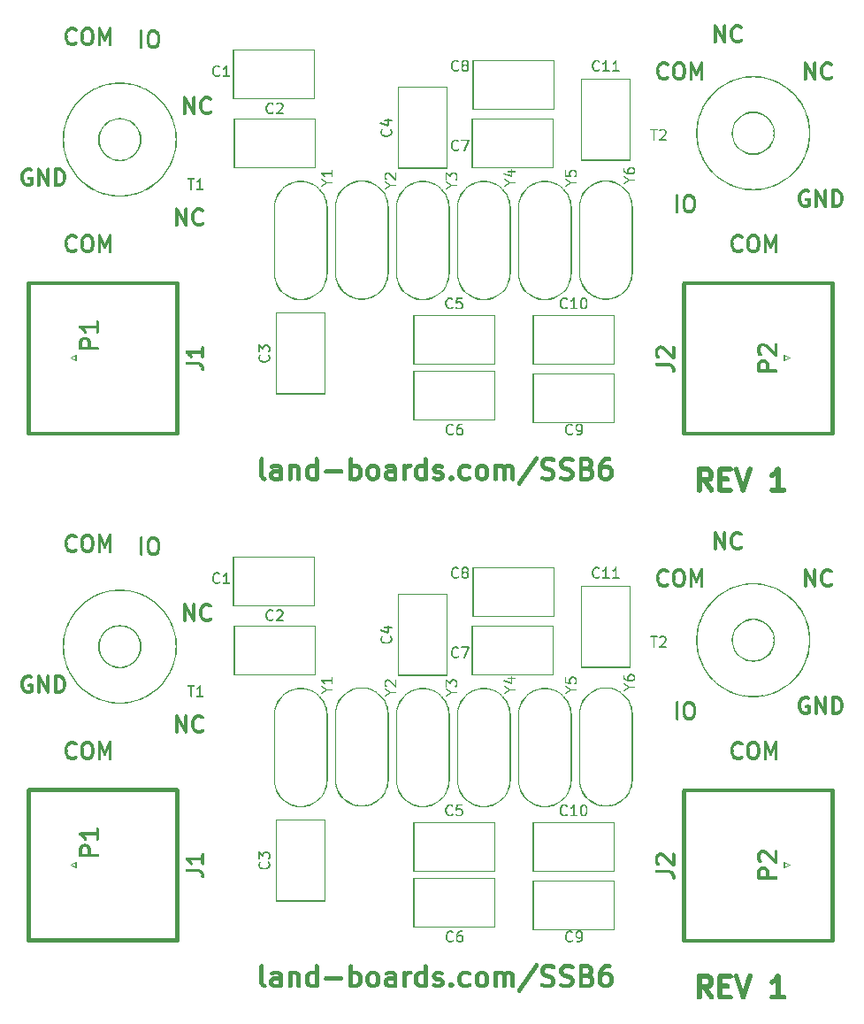
<source format=gto>
%MOIN*%
%OFA0B0*%
%FSLAX36Y36*%
%IPPOS*%
%LPD*%
%LPD*%
G36*
X000647858Y001462564D02*
G01*
X000649711Y001462858D01*
X000651384Y001463709D01*
X000652712Y001465037D01*
X000653564Y001466710D01*
X000653857Y001468564D01*
X000653857Y001528564D01*
X000653564Y001530418D01*
X000652712Y001532090D01*
X000651384Y001533417D01*
X000649711Y001534270D01*
X000647858Y001534564D01*
X000646003Y001534270D01*
X000644330Y001533417D01*
X000643003Y001532090D01*
X000642151Y001530418D01*
X000641858Y001528564D01*
X000641858Y001468564D01*
X000642151Y001466710D01*
X000643003Y001465037D01*
X000644330Y001463709D01*
X000646003Y001462858D01*
X000647858Y001462564D01*
G37*
G36*
X000682143Y001462564D02*
G01*
X000683997Y001462858D01*
X000685669Y001463709D01*
X000686997Y001465037D01*
X000687850Y001466710D01*
X000688143Y001468564D01*
X000687850Y001470418D01*
X000686997Y001472091D01*
X000652712Y001532090D01*
X000651384Y001533417D01*
X000649711Y001534270D01*
X000647858Y001534564D01*
X000646003Y001534270D01*
X000644330Y001533417D01*
X000643003Y001532090D01*
X000642151Y001530418D01*
X000641858Y001528564D01*
X000642151Y001526710D01*
X000643003Y001525037D01*
X000677289Y001465037D01*
X000678617Y001463709D01*
X000680289Y001462858D01*
X000682143Y001462564D01*
G37*
G36*
X000682143Y001462564D02*
G01*
X000683997Y001462858D01*
X000685669Y001463709D01*
X000686997Y001465037D01*
X000687850Y001466710D01*
X000688143Y001468564D01*
X000688143Y001528564D01*
X000687850Y001530418D01*
X000686997Y001532090D01*
X000685669Y001533417D01*
X000683997Y001534270D01*
X000682143Y001534564D01*
X000680289Y001534270D01*
X000678617Y001533417D01*
X000677289Y001532090D01*
X000676436Y001530418D01*
X000676144Y001528564D01*
X000676144Y001468564D01*
X000676436Y001466710D01*
X000677289Y001465037D01*
X000678617Y001463709D01*
X000680289Y001462858D01*
X000682143Y001462564D01*
G37*
G36*
X000742144Y001465421D02*
G01*
X000743997Y001465715D01*
X000745670Y001466567D01*
X000749855Y001470751D01*
X000750706Y001472424D01*
X000751000Y001474277D01*
X000750706Y001476133D01*
X000749855Y001477804D01*
X000748527Y001479132D01*
X000746854Y001479984D01*
X000745001Y001480277D01*
X000743145Y001479984D01*
X000741473Y001479132D01*
X000740145Y001477804D01*
X000737289Y001474948D01*
X000736436Y001473275D01*
X000736143Y001471421D01*
X000736436Y001469566D01*
X000737289Y001467895D01*
X000738616Y001466567D01*
X000740290Y001465715D01*
X000742144Y001465421D01*
G37*
G36*
X000733572Y001462564D02*
G01*
X000735425Y001462858D01*
X000743997Y001465715D01*
X000745670Y001466567D01*
X000746997Y001467895D01*
X000747849Y001469566D01*
X000748143Y001471421D01*
X000747849Y001473275D01*
X000746997Y001474948D01*
X000745670Y001476275D01*
X000743997Y001477128D01*
X000742144Y001477421D01*
X000740290Y001477128D01*
X000731718Y001474270D01*
X000730046Y001473418D01*
X000728718Y001472091D01*
X000727865Y001470418D01*
X000727572Y001468564D01*
X000727865Y001466710D01*
X000728718Y001465037D01*
X000730046Y001463709D01*
X000731718Y001462858D01*
X000733572Y001462564D01*
G37*
G36*
X000733572Y001462564D02*
G01*
X000735425Y001462858D01*
X000737098Y001463709D01*
X000738426Y001465037D01*
X000739279Y001466710D01*
X000739571Y001468564D01*
X000739279Y001470418D01*
X000738426Y001472091D01*
X000737098Y001473418D01*
X000735425Y001474270D01*
X000733572Y001474564D01*
X000727857Y001474564D01*
X000726003Y001474270D01*
X000724331Y001473418D01*
X000723003Y001472091D01*
X000722151Y001470418D01*
X000721858Y001468564D01*
X000722151Y001466710D01*
X000723003Y001465037D01*
X000724331Y001463709D01*
X000726003Y001462858D01*
X000727857Y001462564D01*
X000733572Y001462564D01*
G37*
G36*
X000727857Y001462564D02*
G01*
X000729711Y001462858D01*
X000731384Y001463709D01*
X000732711Y001465037D01*
X000733564Y001466710D01*
X000733858Y001468564D01*
X000733564Y001470418D01*
X000732711Y001472091D01*
X000731384Y001473418D01*
X000729711Y001474270D01*
X000721139Y001477128D01*
X000719286Y001477421D01*
X000717432Y001477128D01*
X000715759Y001476275D01*
X000714432Y001474948D01*
X000713580Y001473275D01*
X000713286Y001471421D01*
X000713580Y001469566D01*
X000714432Y001467895D01*
X000715759Y001466567D01*
X000717432Y001465715D01*
X000726003Y001462858D01*
X000727857Y001462564D01*
G37*
G36*
X000719286Y001465421D02*
G01*
X000721139Y001465715D01*
X000722813Y001466567D01*
X000724139Y001467895D01*
X000724992Y001469566D01*
X000725286Y001471421D01*
X000724992Y001473275D01*
X000724139Y001474948D01*
X000718425Y001480662D01*
X000717099Y001481989D01*
X000715426Y001482842D01*
X000713571Y001483135D01*
X000711718Y001482842D01*
X000710045Y001481989D01*
X000708717Y001480662D01*
X000707866Y001478990D01*
X000707572Y001477136D01*
X000707866Y001475282D01*
X000708717Y001473609D01*
X000709051Y001473275D01*
X000714432Y001467895D01*
X000715759Y001466567D01*
X000717432Y001465715D01*
X000719286Y001465421D01*
G37*
G36*
X000713571Y001471135D02*
G01*
X000715426Y001471429D01*
X000717099Y001472281D01*
X000718425Y001473609D01*
X000719278Y001475282D01*
X000719572Y001477136D01*
X000719278Y001478990D01*
X000716421Y001484704D01*
X000715568Y001486376D01*
X000714242Y001487703D01*
X000712569Y001488556D01*
X000710715Y001488849D01*
X000708860Y001488556D01*
X000707188Y001487703D01*
X000705860Y001486376D01*
X000705008Y001484704D01*
X000704713Y001482850D01*
X000705008Y001480996D01*
X000707866Y001475282D01*
X000708717Y001473609D01*
X000710045Y001472281D01*
X000711718Y001471429D01*
X000713571Y001471135D01*
G37*
G36*
X000710715Y001476849D02*
G01*
X000712569Y001477142D01*
X000714242Y001477995D01*
X000715568Y001479323D01*
X000716421Y001480996D01*
X000716715Y001482850D01*
X000716421Y001484704D01*
X000713564Y001496132D01*
X000712711Y001497805D01*
X000711384Y001499133D01*
X000709712Y001499985D01*
X000707858Y001500279D01*
X000706003Y001499985D01*
X000704331Y001499133D01*
X000703003Y001497805D01*
X000702151Y001496132D01*
X000701857Y001494278D01*
X000702151Y001492425D01*
X000705008Y001480996D01*
X000705860Y001479323D01*
X000707188Y001477995D01*
X000708860Y001477142D01*
X000710715Y001476849D01*
G37*
G36*
X000707858Y001488279D02*
G01*
X000709712Y001488571D01*
X000711384Y001489425D01*
X000712711Y001490752D01*
X000713564Y001492425D01*
X000713857Y001494278D01*
X000713857Y001502849D01*
X000713564Y001504704D01*
X000712711Y001506377D01*
X000711384Y001507704D01*
X000709712Y001508557D01*
X000707858Y001508850D01*
X000706003Y001508557D01*
X000704331Y001507704D01*
X000703003Y001506377D01*
X000702151Y001504704D01*
X000701857Y001502849D01*
X000701857Y001494278D01*
X000702151Y001492425D01*
X000703003Y001490752D01*
X000704331Y001489425D01*
X000706003Y001488571D01*
X000707858Y001488279D01*
G37*
G36*
X000707858Y001496850D02*
G01*
X000709712Y001497144D01*
X000711384Y001497996D01*
X000712711Y001499323D01*
X000713564Y001500995D01*
X000716421Y001512425D01*
X000716715Y001514279D01*
X000716421Y001516132D01*
X000715568Y001517805D01*
X000714242Y001519132D01*
X000712569Y001519984D01*
X000710715Y001520278D01*
X000708860Y001519984D01*
X000707188Y001519132D01*
X000705860Y001517805D01*
X000705008Y001516132D01*
X000702151Y001504704D01*
X000701857Y001502849D01*
X000702151Y001500995D01*
X000703003Y001499323D01*
X000704331Y001497996D01*
X000706003Y001497144D01*
X000707858Y001496850D01*
G37*
G36*
X000710715Y001508278D02*
G01*
X000712569Y001508571D01*
X000714242Y001509424D01*
X000715568Y001510752D01*
X000716421Y001512425D01*
X000719278Y001518138D01*
X000719572Y001519993D01*
X000719278Y001521847D01*
X000718425Y001523519D01*
X000717099Y001524846D01*
X000715426Y001525699D01*
X000713571Y001525992D01*
X000711718Y001525699D01*
X000710045Y001524846D01*
X000708717Y001523519D01*
X000707866Y001521847D01*
X000705008Y001516132D01*
X000704713Y001514279D01*
X000705008Y001512425D01*
X000705860Y001510752D01*
X000707188Y001509424D01*
X000708860Y001508571D01*
X000710715Y001508278D01*
G37*
G36*
X000713571Y001513992D02*
G01*
X000715426Y001514286D01*
X000717099Y001515138D01*
X000724139Y001522180D01*
X000724992Y001523853D01*
X000725286Y001525707D01*
X000724992Y001527561D01*
X000724139Y001529234D01*
X000722813Y001530561D01*
X000721139Y001531413D01*
X000719286Y001531707D01*
X000717432Y001531413D01*
X000715759Y001530561D01*
X000708717Y001523519D01*
X000707866Y001521847D01*
X000707572Y001519993D01*
X000707866Y001518138D01*
X000708717Y001516466D01*
X000710045Y001515138D01*
X000711718Y001514286D01*
X000713571Y001513992D01*
G37*
G36*
X000719286Y001519707D02*
G01*
X000721139Y001520001D01*
X000729711Y001522857D01*
X000731384Y001523710D01*
X000732711Y001525037D01*
X000733564Y001526710D01*
X000733858Y001528564D01*
X000733564Y001530418D01*
X000732711Y001532090D01*
X000731384Y001533417D01*
X000729711Y001534270D01*
X000727857Y001534564D01*
X000726003Y001534270D01*
X000717432Y001531413D01*
X000715759Y001530561D01*
X000714432Y001529234D01*
X000713580Y001527561D01*
X000713286Y001525707D01*
X000713580Y001523853D01*
X000714432Y001522180D01*
X000715759Y001520851D01*
X000717432Y001520001D01*
X000719286Y001519707D01*
G37*
G36*
X000733572Y001522564D02*
G01*
X000735425Y001522857D01*
X000737098Y001523710D01*
X000738426Y001525037D01*
X000739279Y001526710D01*
X000739571Y001528564D01*
X000739279Y001530418D01*
X000738426Y001532090D01*
X000737098Y001533417D01*
X000735425Y001534270D01*
X000733572Y001534564D01*
X000727857Y001534564D01*
X000726003Y001534270D01*
X000724331Y001533417D01*
X000723003Y001532090D01*
X000722151Y001530418D01*
X000721858Y001528564D01*
X000722151Y001526710D01*
X000723003Y001525037D01*
X000724331Y001523710D01*
X000726003Y001522857D01*
X000727857Y001522564D01*
X000733572Y001522564D01*
G37*
G36*
X000742144Y001519707D02*
G01*
X000743997Y001520001D01*
X000745670Y001520851D01*
X000746997Y001522180D01*
X000747849Y001523853D01*
X000748143Y001525707D01*
X000747849Y001527561D01*
X000746997Y001529234D01*
X000745670Y001530561D01*
X000743997Y001531413D01*
X000735425Y001534270D01*
X000733572Y001534564D01*
X000731718Y001534270D01*
X000730046Y001533417D01*
X000728718Y001532090D01*
X000727865Y001530418D01*
X000727572Y001528564D01*
X000727865Y001526710D01*
X000728718Y001525037D01*
X000730046Y001523710D01*
X000731718Y001522857D01*
X000740290Y001520001D01*
X000742144Y001519707D01*
G37*
G36*
X000745001Y001516849D02*
G01*
X000746854Y001517143D01*
X000748527Y001517996D01*
X000749855Y001519322D01*
X000750706Y001520996D01*
X000751000Y001522849D01*
X000750706Y001524703D01*
X000749855Y001526376D01*
X000745670Y001530561D01*
X000743997Y001531413D01*
X000742144Y001531707D01*
X000740290Y001531413D01*
X000738616Y001530561D01*
X000737289Y001529234D01*
X000736436Y001527561D01*
X000736143Y001525707D01*
X000736436Y001523853D01*
X000737289Y001522180D01*
X000738616Y001520851D01*
X000741473Y001517996D01*
X000743145Y001517143D01*
X000745001Y001516849D01*
G37*
G36*
X000617857Y001042564D02*
G01*
X000619711Y001042858D01*
X000621384Y001043709D01*
X000622712Y001045037D01*
X000623564Y001046710D01*
X000623857Y001048564D01*
X000623857Y001108564D01*
X000623564Y001110418D01*
X000622712Y001112091D01*
X000621384Y001113418D01*
X000619711Y001114270D01*
X000617857Y001114564D01*
X000616004Y001114270D01*
X000614331Y001113418D01*
X000613003Y001112091D01*
X000612151Y001110418D01*
X000611858Y001108564D01*
X000611858Y001048564D01*
X000612151Y001046710D01*
X000613003Y001045037D01*
X000614331Y001043709D01*
X000616004Y001042858D01*
X000617857Y001042564D01*
G37*
G36*
X000652143Y001042564D02*
G01*
X000653998Y001042858D01*
X000655670Y001043709D01*
X000656997Y001045037D01*
X000657850Y001046710D01*
X000658143Y001048564D01*
X000657850Y001050418D01*
X000656997Y001052091D01*
X000622712Y001112091D01*
X000621384Y001113418D01*
X000619711Y001114270D01*
X000617857Y001114564D01*
X000616004Y001114270D01*
X000614331Y001113418D01*
X000613003Y001112091D01*
X000612151Y001110418D01*
X000611858Y001108564D01*
X000612151Y001106710D01*
X000613003Y001105037D01*
X000647289Y001045037D01*
X000648617Y001043709D01*
X000650289Y001042858D01*
X000652143Y001042564D01*
G37*
G36*
X000652143Y001042564D02*
G01*
X000653998Y001042858D01*
X000655670Y001043709D01*
X000656997Y001045037D01*
X000657850Y001046710D01*
X000658143Y001048564D01*
X000658143Y001108564D01*
X000657850Y001110418D01*
X000656997Y001112091D01*
X000655670Y001113418D01*
X000653998Y001114270D01*
X000652143Y001114564D01*
X000650289Y001114270D01*
X000648617Y001113418D01*
X000647289Y001112091D01*
X000646437Y001110418D01*
X000646143Y001108564D01*
X000646143Y001048564D01*
X000646437Y001046710D01*
X000647289Y001045037D01*
X000648617Y001043709D01*
X000650289Y001042858D01*
X000652143Y001042564D01*
G37*
G36*
X000712143Y001045420D02*
G01*
X000713997Y001045715D01*
X000715669Y001046566D01*
X000719854Y001050752D01*
X000720707Y001052425D01*
X000721000Y001054278D01*
X000720707Y001056133D01*
X000719854Y001057805D01*
X000718527Y001059132D01*
X000716854Y001059985D01*
X000715000Y001060278D01*
X000713147Y001059985D01*
X000711474Y001059132D01*
X000710146Y001057805D01*
X000707289Y001054947D01*
X000706436Y001053275D01*
X000706143Y001051421D01*
X000706436Y001049566D01*
X000707289Y001047894D01*
X000708615Y001046566D01*
X000710290Y001045715D01*
X000712143Y001045420D01*
G37*
G36*
X000703572Y001042564D02*
G01*
X000705425Y001042858D01*
X000713997Y001045715D01*
X000715669Y001046566D01*
X000716997Y001047894D01*
X000717849Y001049566D01*
X000718143Y001051421D01*
X000717849Y001053275D01*
X000716997Y001054947D01*
X000715669Y001056275D01*
X000713997Y001057128D01*
X000712143Y001057421D01*
X000710290Y001057128D01*
X000701718Y001054270D01*
X000700045Y001053418D01*
X000698718Y001052091D01*
X000697866Y001050418D01*
X000697572Y001048564D01*
X000697866Y001046710D01*
X000698718Y001045037D01*
X000700045Y001043709D01*
X000701718Y001042858D01*
X000703572Y001042564D01*
G37*
G36*
X000703572Y001042564D02*
G01*
X000705425Y001042858D01*
X000707099Y001043709D01*
X000708426Y001045037D01*
X000709278Y001046710D01*
X000709572Y001048564D01*
X000709278Y001050418D01*
X000708426Y001052091D01*
X000707099Y001053418D01*
X000705425Y001054270D01*
X000703572Y001054564D01*
X000697857Y001054564D01*
X000696003Y001054270D01*
X000694331Y001053418D01*
X000693003Y001052091D01*
X000692151Y001050418D01*
X000691858Y001048564D01*
X000692151Y001046710D01*
X000693003Y001045037D01*
X000694331Y001043709D01*
X000696003Y001042858D01*
X000697857Y001042564D01*
X000703572Y001042564D01*
G37*
G36*
X000697857Y001042564D02*
G01*
X000699712Y001042858D01*
X000701384Y001043709D01*
X000702711Y001045037D01*
X000703564Y001046710D01*
X000703858Y001048564D01*
X000703564Y001050418D01*
X000702711Y001052091D01*
X000701384Y001053418D01*
X000699712Y001054270D01*
X000691140Y001057128D01*
X000689286Y001057421D01*
X000687432Y001057128D01*
X000685759Y001056275D01*
X000684432Y001054947D01*
X000683580Y001053275D01*
X000683286Y001051421D01*
X000683580Y001049566D01*
X000684432Y001047894D01*
X000685759Y001046566D01*
X000687432Y001045715D01*
X000696003Y001042858D01*
X000697857Y001042564D01*
G37*
G36*
X000689286Y001045420D02*
G01*
X000691140Y001045715D01*
X000692813Y001046566D01*
X000694141Y001047894D01*
X000694992Y001049566D01*
X000695286Y001051421D01*
X000694992Y001053275D01*
X000694141Y001054947D01*
X000688425Y001060662D01*
X000687099Y001061990D01*
X000685426Y001062842D01*
X000683572Y001063135D01*
X000681717Y001062842D01*
X000680045Y001061990D01*
X000678717Y001060662D01*
X000677866Y001058990D01*
X000677572Y001057135D01*
X000677866Y001055282D01*
X000678717Y001053609D01*
X000679051Y001053275D01*
X000684432Y001047894D01*
X000685759Y001046566D01*
X000687432Y001045715D01*
X000689286Y001045420D01*
G37*
G36*
X000683572Y001051136D02*
G01*
X000685426Y001051429D01*
X000687099Y001052282D01*
X000688425Y001053609D01*
X000689278Y001055282D01*
X000689572Y001057135D01*
X000689278Y001058990D01*
X000686420Y001064704D01*
X000685569Y001066376D01*
X000684241Y001067704D01*
X000682569Y001068557D01*
X000680715Y001068850D01*
X000678860Y001068557D01*
X000677188Y001067704D01*
X000675860Y001066376D01*
X000675008Y001064704D01*
X000674714Y001062850D01*
X000675008Y001060996D01*
X000677866Y001055282D01*
X000678717Y001053609D01*
X000680045Y001052282D01*
X000681717Y001051429D01*
X000683572Y001051136D01*
G37*
G36*
X000680715Y001056850D02*
G01*
X000682569Y001057143D01*
X000684241Y001057996D01*
X000685569Y001059323D01*
X000686420Y001060996D01*
X000686714Y001062850D01*
X000686420Y001064704D01*
X000683564Y001076132D01*
X000682712Y001077805D01*
X000681384Y001079133D01*
X000679712Y001079984D01*
X000677858Y001080279D01*
X000676003Y001079984D01*
X000674330Y001079133D01*
X000673004Y001077805D01*
X000672151Y001076132D01*
X000671857Y001074279D01*
X000672151Y001072424D01*
X000675008Y001060996D01*
X000675860Y001059323D01*
X000677188Y001057996D01*
X000678860Y001057143D01*
X000680715Y001056850D01*
G37*
G36*
X000677858Y001068279D02*
G01*
X000679712Y001068572D01*
X000681384Y001069425D01*
X000682712Y001070751D01*
X000683564Y001072424D01*
X000683857Y001074279D01*
X000683857Y001082849D01*
X000683564Y001084704D01*
X000682712Y001086377D01*
X000681384Y001087704D01*
X000679712Y001088556D01*
X000677858Y001088849D01*
X000676003Y001088556D01*
X000674330Y001087704D01*
X000673004Y001086377D01*
X000672151Y001084704D01*
X000671857Y001082849D01*
X000671857Y001074279D01*
X000672151Y001072424D01*
X000673004Y001070751D01*
X000674330Y001069425D01*
X000676003Y001068572D01*
X000677858Y001068279D01*
G37*
G36*
X000677858Y001076849D02*
G01*
X000679712Y001077144D01*
X000681384Y001077996D01*
X000682712Y001079323D01*
X000683564Y001080996D01*
X000686420Y001092424D01*
X000686714Y001094278D01*
X000686420Y001096133D01*
X000685569Y001097805D01*
X000684241Y001099132D01*
X000682569Y001099984D01*
X000680715Y001100278D01*
X000678860Y001099984D01*
X000677188Y001099132D01*
X000675860Y001097805D01*
X000675008Y001096133D01*
X000672151Y001084704D01*
X000671857Y001082849D01*
X000672151Y001080996D01*
X000673004Y001079323D01*
X000674330Y001077996D01*
X000676003Y001077144D01*
X000677858Y001076849D01*
G37*
G36*
X000680715Y001088278D02*
G01*
X000682569Y001088572D01*
X000684241Y001089425D01*
X000685569Y001090751D01*
X000686420Y001092424D01*
X000689278Y001098138D01*
X000689572Y001099993D01*
X000689278Y001101847D01*
X000688425Y001103519D01*
X000687099Y001104847D01*
X000685426Y001105699D01*
X000683572Y001105993D01*
X000681717Y001105699D01*
X000680045Y001104847D01*
X000678717Y001103519D01*
X000677866Y001101847D01*
X000675008Y001096133D01*
X000674714Y001094278D01*
X000675008Y001092424D01*
X000675860Y001090751D01*
X000677188Y001089425D01*
X000678860Y001088572D01*
X000680715Y001088278D01*
G37*
G36*
X000683572Y001093993D02*
G01*
X000685426Y001094286D01*
X000687099Y001095139D01*
X000694141Y001102180D01*
X000694992Y001103853D01*
X000695286Y001105707D01*
X000694992Y001107561D01*
X000694141Y001109234D01*
X000692813Y001110561D01*
X000691140Y001111413D01*
X000689286Y001111707D01*
X000687432Y001111413D01*
X000685759Y001110561D01*
X000678717Y001103519D01*
X000677866Y001101847D01*
X000677572Y001099993D01*
X000677866Y001098138D01*
X000678717Y001096466D01*
X000680045Y001095139D01*
X000681717Y001094286D01*
X000683572Y001093993D01*
G37*
G36*
X000689286Y001099707D02*
G01*
X000691140Y001100000D01*
X000699712Y001102858D01*
X000701384Y001103710D01*
X000702711Y001105037D01*
X000703564Y001106710D01*
X000703858Y001108564D01*
X000703564Y001110418D01*
X000702711Y001112091D01*
X000701384Y001113418D01*
X000699712Y001114270D01*
X000697857Y001114564D01*
X000696003Y001114270D01*
X000687432Y001111413D01*
X000685759Y001110561D01*
X000684432Y001109234D01*
X000683580Y001107561D01*
X000683286Y001105707D01*
X000683580Y001103853D01*
X000684432Y001102180D01*
X000685759Y001100853D01*
X000687432Y001100000D01*
X000689286Y001099707D01*
G37*
G36*
X000703572Y001102564D02*
G01*
X000705425Y001102858D01*
X000707099Y001103710D01*
X000708426Y001105037D01*
X000709278Y001106710D01*
X000709572Y001108564D01*
X000709278Y001110418D01*
X000708426Y001112091D01*
X000707099Y001113418D01*
X000705425Y001114270D01*
X000703572Y001114564D01*
X000697857Y001114564D01*
X000696003Y001114270D01*
X000694331Y001113418D01*
X000693003Y001112091D01*
X000692151Y001110418D01*
X000691858Y001108564D01*
X000692151Y001106710D01*
X000693003Y001105037D01*
X000694331Y001103710D01*
X000696003Y001102858D01*
X000697857Y001102564D01*
X000703572Y001102564D01*
G37*
G36*
X000712143Y001099707D02*
G01*
X000713997Y001100000D01*
X000715669Y001100853D01*
X000716997Y001102180D01*
X000717849Y001103853D01*
X000718143Y001105707D01*
X000717849Y001107561D01*
X000716997Y001109234D01*
X000715669Y001110561D01*
X000713997Y001111413D01*
X000705425Y001114270D01*
X000703572Y001114564D01*
X000701718Y001114270D01*
X000700045Y001113418D01*
X000698718Y001112091D01*
X000697866Y001110418D01*
X000697572Y001108564D01*
X000697866Y001106710D01*
X000698718Y001105037D01*
X000700045Y001103710D01*
X000701718Y001102858D01*
X000710290Y001100000D01*
X000712143Y001099707D01*
G37*
G36*
X000715000Y001096850D02*
G01*
X000716854Y001097143D01*
X000718527Y001097996D01*
X000719854Y001099323D01*
X000720707Y001100995D01*
X000721000Y001102850D01*
X000720707Y001104704D01*
X000719854Y001106376D01*
X000715669Y001110561D01*
X000713997Y001111413D01*
X000712143Y001111707D01*
X000710290Y001111413D01*
X000708615Y001110561D01*
X000707289Y001109234D01*
X000706436Y001107561D01*
X000706143Y001105707D01*
X000706436Y001103853D01*
X000707289Y001102180D01*
X000708615Y001100853D01*
X000711474Y001097996D01*
X000713147Y001097143D01*
X000715000Y001096850D01*
G37*
G36*
X002647857Y001732564D02*
G01*
X002649711Y001732858D01*
X002651384Y001733710D01*
X002652711Y001735036D01*
X002653564Y001736710D01*
X002653858Y001738564D01*
X002653858Y001798563D01*
X002653564Y001800418D01*
X002652711Y001802091D01*
X002651384Y001803418D01*
X002649711Y001804270D01*
X002647857Y001804563D01*
X002646003Y001804270D01*
X002644331Y001803418D01*
X002643003Y001802091D01*
X002642151Y001800418D01*
X002641857Y001798563D01*
X002641857Y001738564D01*
X002642151Y001736710D01*
X002643003Y001735036D01*
X002644331Y001733710D01*
X002646003Y001732858D01*
X002647857Y001732564D01*
G37*
G36*
X002682143Y001732564D02*
G01*
X002683997Y001732858D01*
X002685670Y001733710D01*
X002686997Y001735036D01*
X002687849Y001736710D01*
X002688143Y001738564D01*
X002687849Y001740418D01*
X002686997Y001742091D01*
X002652711Y001802091D01*
X002651384Y001803418D01*
X002649711Y001804270D01*
X002647857Y001804563D01*
X002646003Y001804270D01*
X002644331Y001803418D01*
X002643003Y001802091D01*
X002642151Y001800418D01*
X002641857Y001798563D01*
X002642151Y001796710D01*
X002643003Y001795036D01*
X002677289Y001735036D01*
X002678615Y001733710D01*
X002680289Y001732858D01*
X002682143Y001732564D01*
G37*
G36*
X002682143Y001732564D02*
G01*
X002683997Y001732858D01*
X002685670Y001733710D01*
X002686997Y001735036D01*
X002687849Y001736710D01*
X002688143Y001738564D01*
X002688143Y001798563D01*
X002687849Y001800418D01*
X002686997Y001802091D01*
X002685670Y001803418D01*
X002683997Y001804270D01*
X002682143Y001804563D01*
X002680289Y001804270D01*
X002678615Y001803418D01*
X002677289Y001802091D01*
X002676437Y001800418D01*
X002676143Y001798563D01*
X002676143Y001738564D01*
X002676437Y001736710D01*
X002677289Y001735036D01*
X002678615Y001733710D01*
X002680289Y001732858D01*
X002682143Y001732564D01*
G37*
G36*
X002742143Y001735421D02*
G01*
X002743998Y001735715D01*
X002745670Y001736567D01*
X002749855Y001740751D01*
X002750706Y001742424D01*
X002751000Y001744278D01*
X002750706Y001746133D01*
X002749855Y001747805D01*
X002748526Y001749133D01*
X002746854Y001749984D01*
X002745000Y001750279D01*
X002743147Y001749984D01*
X002741474Y001749133D01*
X002740146Y001747805D01*
X002737289Y001744947D01*
X002736436Y001743275D01*
X002736143Y001741421D01*
X002736436Y001739567D01*
X002737289Y001737895D01*
X002738615Y001736567D01*
X002740289Y001735715D01*
X002742143Y001735421D01*
G37*
G36*
X002733571Y001732564D02*
G01*
X002735426Y001732858D01*
X002743998Y001735715D01*
X002745670Y001736567D01*
X002746998Y001737895D01*
X002747849Y001739567D01*
X002748143Y001741421D01*
X002747849Y001743275D01*
X002746998Y001744947D01*
X002745670Y001746275D01*
X002743998Y001747128D01*
X002742143Y001747421D01*
X002740289Y001747128D01*
X002731717Y001744270D01*
X002730045Y001743418D01*
X002728718Y001742091D01*
X002727865Y001740418D01*
X002727570Y001738564D01*
X002727865Y001736710D01*
X002728718Y001735036D01*
X002730045Y001733710D01*
X002731717Y001732858D01*
X002733571Y001732564D01*
G37*
G36*
X002733571Y001732564D02*
G01*
X002735426Y001732858D01*
X002737098Y001733710D01*
X002738426Y001735036D01*
X002739278Y001736710D01*
X002739572Y001738564D01*
X002739278Y001740418D01*
X002738426Y001742091D01*
X002737098Y001743418D01*
X002735426Y001744270D01*
X002733571Y001744564D01*
X002727858Y001744564D01*
X002726002Y001744270D01*
X002724331Y001743418D01*
X002723003Y001742091D01*
X002722151Y001740418D01*
X002721858Y001738564D01*
X002722151Y001736710D01*
X002723003Y001735036D01*
X002724331Y001733710D01*
X002726002Y001732858D01*
X002727858Y001732564D01*
X002733571Y001732564D01*
G37*
G36*
X002727858Y001732564D02*
G01*
X002729712Y001732858D01*
X002731383Y001733710D01*
X002732710Y001735036D01*
X002733564Y001736710D01*
X002733857Y001738564D01*
X002733564Y001740418D01*
X002732710Y001742091D01*
X002731383Y001743418D01*
X002729712Y001744270D01*
X002721140Y001747128D01*
X002719285Y001747421D01*
X002717432Y001747128D01*
X002715759Y001746275D01*
X002714433Y001744947D01*
X002713579Y001743275D01*
X002713286Y001741421D01*
X002713579Y001739567D01*
X002714433Y001737895D01*
X002715759Y001736567D01*
X002717432Y001735715D01*
X002726002Y001732858D01*
X002727858Y001732564D01*
G37*
G36*
X002719285Y001735421D02*
G01*
X002721140Y001735715D01*
X002722812Y001736567D01*
X002724141Y001737895D01*
X002724992Y001739567D01*
X002725286Y001741421D01*
X002724992Y001743275D01*
X002724141Y001744947D01*
X002718426Y001750662D01*
X002717099Y001751988D01*
X002715425Y001752842D01*
X002713572Y001753135D01*
X002711717Y001752842D01*
X002710045Y001751988D01*
X002708718Y001750662D01*
X002707866Y001748990D01*
X002707572Y001747136D01*
X002707866Y001745282D01*
X002708718Y001743609D01*
X002709051Y001743275D01*
X002714433Y001737895D01*
X002715759Y001736567D01*
X002717432Y001735715D01*
X002719285Y001735421D01*
G37*
G36*
X002713572Y001741135D02*
G01*
X002715425Y001741429D01*
X002717099Y001742281D01*
X002718426Y001743609D01*
X002719278Y001745282D01*
X002719572Y001747136D01*
X002719278Y001748990D01*
X002716421Y001754704D01*
X002715569Y001756376D01*
X002714241Y001757704D01*
X002712569Y001758556D01*
X002710714Y001758849D01*
X002708860Y001758556D01*
X002707188Y001757704D01*
X002705861Y001756376D01*
X002705008Y001754704D01*
X002704714Y001752850D01*
X002705008Y001750996D01*
X002707866Y001745282D01*
X002708718Y001743609D01*
X002710045Y001742281D01*
X002711717Y001741429D01*
X002713572Y001741135D01*
G37*
G36*
X002710714Y001746849D02*
G01*
X002712569Y001747144D01*
X002714241Y001747995D01*
X002715569Y001749323D01*
X002716421Y001750996D01*
X002716715Y001752850D01*
X002716421Y001754704D01*
X002713564Y001766131D01*
X002712711Y001767805D01*
X002711384Y001769133D01*
X002709712Y001769985D01*
X002707857Y001770279D01*
X002706003Y001769985D01*
X002704330Y001769133D01*
X002703003Y001767805D01*
X002702151Y001766131D01*
X002701858Y001764278D01*
X002702151Y001762425D01*
X002705008Y001750996D01*
X002705861Y001749323D01*
X002707188Y001747995D01*
X002708860Y001747144D01*
X002710714Y001746849D01*
G37*
G36*
X002707857Y001758278D02*
G01*
X002709712Y001758572D01*
X002711384Y001759425D01*
X002712711Y001760752D01*
X002713564Y001762425D01*
X002713857Y001764278D01*
X002713857Y001772848D01*
X002713564Y001774704D01*
X002712711Y001776377D01*
X002711384Y001777704D01*
X002709712Y001778557D01*
X002707857Y001778850D01*
X002706003Y001778557D01*
X002704330Y001777704D01*
X002703003Y001776377D01*
X002702151Y001774704D01*
X002701858Y001772848D01*
X002701858Y001764278D01*
X002702151Y001762425D01*
X002703003Y001760752D01*
X002704330Y001759425D01*
X002706003Y001758572D01*
X002707857Y001758278D01*
G37*
G36*
X002707857Y001766850D02*
G01*
X002709712Y001767143D01*
X002711384Y001767996D01*
X002712711Y001769323D01*
X002713564Y001770994D01*
X002716421Y001782425D01*
X002716715Y001784279D01*
X002716421Y001786132D01*
X002715569Y001787805D01*
X002714241Y001789132D01*
X002712569Y001789984D01*
X002710714Y001790278D01*
X002708860Y001789984D01*
X002707188Y001789132D01*
X002705861Y001787805D01*
X002705008Y001786132D01*
X002702151Y001774704D01*
X002701858Y001772848D01*
X002702151Y001770994D01*
X002703003Y001769323D01*
X002704330Y001767996D01*
X002706003Y001767143D01*
X002707857Y001766850D01*
G37*
G36*
X002710714Y001778278D02*
G01*
X002712569Y001778571D01*
X002714241Y001779424D01*
X002715569Y001780752D01*
X002716421Y001782425D01*
X002719278Y001788138D01*
X002719572Y001789993D01*
X002719278Y001791847D01*
X002718426Y001793520D01*
X002717099Y001794847D01*
X002715425Y001795698D01*
X002713572Y001795992D01*
X002711717Y001795698D01*
X002710045Y001794847D01*
X002708718Y001793520D01*
X002707866Y001791847D01*
X002705008Y001786132D01*
X002704714Y001784279D01*
X002705008Y001782425D01*
X002705861Y001780752D01*
X002707188Y001779424D01*
X002708860Y001778571D01*
X002710714Y001778278D01*
G37*
G36*
X002713572Y001783992D02*
G01*
X002715425Y001784286D01*
X002717099Y001785138D01*
X002724141Y001792181D01*
X002724992Y001793851D01*
X002725286Y001795707D01*
X002724992Y001797561D01*
X002724141Y001799234D01*
X002722812Y001800560D01*
X002721140Y001801414D01*
X002719285Y001801707D01*
X002717432Y001801414D01*
X002715759Y001800560D01*
X002708718Y001793520D01*
X002707866Y001791847D01*
X002707572Y001789993D01*
X002707866Y001788138D01*
X002708718Y001786466D01*
X002710045Y001785138D01*
X002711717Y001784286D01*
X002713572Y001783992D01*
G37*
G36*
X002719285Y001789707D02*
G01*
X002721140Y001790001D01*
X002729712Y001792858D01*
X002731383Y001793710D01*
X002732710Y001795036D01*
X002733564Y001796710D01*
X002733857Y001798563D01*
X002733564Y001800418D01*
X002732710Y001802091D01*
X002731383Y001803418D01*
X002729712Y001804270D01*
X002727858Y001804563D01*
X002726002Y001804270D01*
X002717432Y001801414D01*
X002715759Y001800560D01*
X002714433Y001799234D01*
X002713579Y001797561D01*
X002713286Y001795707D01*
X002713579Y001793851D01*
X002714433Y001792181D01*
X002715759Y001790853D01*
X002717432Y001790001D01*
X002719285Y001789707D01*
G37*
G36*
X002733571Y001792563D02*
G01*
X002735426Y001792858D01*
X002737098Y001793710D01*
X002738426Y001795036D01*
X002739278Y001796710D01*
X002739572Y001798563D01*
X002739278Y001800418D01*
X002738426Y001802091D01*
X002737098Y001803418D01*
X002735426Y001804270D01*
X002733571Y001804563D01*
X002727858Y001804563D01*
X002726002Y001804270D01*
X002724331Y001803418D01*
X002723003Y001802091D01*
X002722151Y001800418D01*
X002721858Y001798563D01*
X002722151Y001796710D01*
X002723003Y001795036D01*
X002724331Y001793710D01*
X002726002Y001792858D01*
X002727858Y001792563D01*
X002733571Y001792563D01*
G37*
G36*
X002742143Y001789707D02*
G01*
X002743998Y001790001D01*
X002745670Y001790853D01*
X002746998Y001792181D01*
X002747849Y001793851D01*
X002748143Y001795707D01*
X002747849Y001797561D01*
X002746998Y001799234D01*
X002745670Y001800560D01*
X002743998Y001801414D01*
X002735426Y001804270D01*
X002733571Y001804563D01*
X002731717Y001804270D01*
X002730045Y001803418D01*
X002728718Y001802091D01*
X002727865Y001800418D01*
X002727570Y001798563D01*
X002727865Y001796710D01*
X002728718Y001795036D01*
X002730045Y001793710D01*
X002731717Y001792858D01*
X002740289Y001790001D01*
X002742143Y001789707D01*
G37*
G36*
X002745000Y001786850D02*
G01*
X002746854Y001787142D01*
X002748526Y001787996D01*
X002749855Y001789323D01*
X002750706Y001790996D01*
X002751000Y001792849D01*
X002750706Y001794703D01*
X002749855Y001796376D01*
X002745670Y001800560D01*
X002743998Y001801414D01*
X002742143Y001801707D01*
X002740289Y001801414D01*
X002738615Y001800560D01*
X002737289Y001799234D01*
X002736436Y001797561D01*
X002736143Y001795707D01*
X002736436Y001793851D01*
X002737289Y001792181D01*
X002738615Y001790853D01*
X002741474Y001787996D01*
X002743147Y001787142D01*
X002745000Y001786850D01*
G37*
G36*
X002987858Y001592564D02*
G01*
X002989712Y001592858D01*
X002991384Y001593710D01*
X002992711Y001595036D01*
X002993564Y001596710D01*
X002993857Y001598564D01*
X002993857Y001658564D01*
X002993564Y001660417D01*
X002992711Y001662090D01*
X002991384Y001663418D01*
X002989712Y001664270D01*
X002987858Y001664564D01*
X002986003Y001664270D01*
X002984331Y001663418D01*
X002983003Y001662090D01*
X002982151Y001660417D01*
X002981858Y001658564D01*
X002981858Y001598564D01*
X002982151Y001596710D01*
X002983003Y001595036D01*
X002984331Y001593710D01*
X002986003Y001592858D01*
X002987858Y001592564D01*
G37*
G36*
X003022143Y001592564D02*
G01*
X003023997Y001592858D01*
X003025670Y001593710D01*
X003026996Y001595036D01*
X003027849Y001596710D01*
X003028143Y001598564D01*
X003027849Y001600417D01*
X003026996Y001602091D01*
X002992711Y001662090D01*
X002991384Y001663418D01*
X002989712Y001664270D01*
X002987858Y001664564D01*
X002986003Y001664270D01*
X002984331Y001663418D01*
X002983003Y001662090D01*
X002982151Y001660417D01*
X002981858Y001658564D01*
X002982151Y001656710D01*
X002983003Y001655036D01*
X003017290Y001595036D01*
X003018616Y001593710D01*
X003020289Y001592858D01*
X003022143Y001592564D01*
G37*
G36*
X003022143Y001592564D02*
G01*
X003023997Y001592858D01*
X003025670Y001593710D01*
X003026996Y001595036D01*
X003027849Y001596710D01*
X003028143Y001598564D01*
X003028143Y001658564D01*
X003027849Y001660417D01*
X003026996Y001662090D01*
X003025670Y001663418D01*
X003023997Y001664270D01*
X003022143Y001664564D01*
X003020289Y001664270D01*
X003018616Y001663418D01*
X003017290Y001662090D01*
X003016437Y001660417D01*
X003016144Y001658564D01*
X003016144Y001598564D01*
X003016437Y001596710D01*
X003017290Y001595036D01*
X003018616Y001593710D01*
X003020289Y001592858D01*
X003022143Y001592564D01*
G37*
G36*
X003082143Y001595421D02*
G01*
X003083997Y001595715D01*
X003085669Y001596567D01*
X003088526Y001599425D01*
X003089854Y001600751D01*
X003090707Y001602424D01*
X003090999Y001604279D01*
X003090707Y001606133D01*
X003089854Y001607805D01*
X003088526Y001609132D01*
X003086855Y001609984D01*
X003085001Y001610278D01*
X003083145Y001609984D01*
X003081474Y001609132D01*
X003080146Y001607805D01*
X003077289Y001604948D01*
X003076437Y001603275D01*
X003076143Y001601421D01*
X003076437Y001599566D01*
X003077289Y001597895D01*
X003078615Y001596567D01*
X003080288Y001595715D01*
X003082143Y001595421D01*
G37*
G36*
X003073571Y001592564D02*
G01*
X003075424Y001592858D01*
X003083997Y001595715D01*
X003085669Y001596567D01*
X003086998Y001597895D01*
X003087849Y001599566D01*
X003088144Y001601421D01*
X003087849Y001603275D01*
X003086998Y001604948D01*
X003085669Y001606275D01*
X003083997Y001607128D01*
X003082143Y001607421D01*
X003080288Y001607128D01*
X003071718Y001604270D01*
X003070046Y001603418D01*
X003068717Y001602091D01*
X003067866Y001600417D01*
X003067572Y001598564D01*
X003067866Y001596710D01*
X003068717Y001595036D01*
X003070046Y001593710D01*
X003071718Y001592858D01*
X003073571Y001592564D01*
G37*
G36*
X003073571Y001592564D02*
G01*
X003075424Y001592858D01*
X003077099Y001593710D01*
X003078426Y001595036D01*
X003079279Y001596710D01*
X003079572Y001598564D01*
X003079279Y001600417D01*
X003078426Y001602091D01*
X003077099Y001603418D01*
X003075424Y001604270D01*
X003073571Y001604564D01*
X003067857Y001604564D01*
X003066002Y001604270D01*
X003064331Y001603418D01*
X003063003Y001602091D01*
X003062151Y001600417D01*
X003061857Y001598564D01*
X003062151Y001596710D01*
X003063003Y001595036D01*
X003064331Y001593710D01*
X003066002Y001592858D01*
X003067857Y001592564D01*
X003073571Y001592564D01*
G37*
G36*
X003067857Y001592564D02*
G01*
X003069712Y001592858D01*
X003071384Y001593710D01*
X003072712Y001595036D01*
X003073564Y001596710D01*
X003073858Y001598564D01*
X003073564Y001600417D01*
X003072712Y001602091D01*
X003071384Y001603418D01*
X003069712Y001604270D01*
X003061140Y001607128D01*
X003059286Y001607421D01*
X003057432Y001607128D01*
X003055759Y001606275D01*
X003054432Y001604948D01*
X003053579Y001603275D01*
X003053286Y001601421D01*
X003053579Y001599566D01*
X003054432Y001597895D01*
X003055759Y001596567D01*
X003057432Y001595715D01*
X003066002Y001592858D01*
X003067857Y001592564D01*
G37*
G36*
X003059286Y001595421D02*
G01*
X003061140Y001595715D01*
X003062811Y001596567D01*
X003064140Y001597895D01*
X003064992Y001599566D01*
X003065286Y001601421D01*
X003064992Y001603275D01*
X003064140Y001604948D01*
X003062811Y001606275D01*
X003057098Y001611989D01*
X003055425Y001612842D01*
X003053572Y001613135D01*
X003051718Y001612842D01*
X003050045Y001611989D01*
X003048717Y001610662D01*
X003047865Y001608990D01*
X003047572Y001607136D01*
X003047865Y001605282D01*
X003048717Y001603609D01*
X003050045Y001602281D01*
X003055759Y001596567D01*
X003057432Y001595715D01*
X003059286Y001595421D01*
G37*
G36*
X003053572Y001601135D02*
G01*
X003055425Y001601429D01*
X003057098Y001602281D01*
X003058425Y001603609D01*
X003059278Y001605282D01*
X003059571Y001607136D01*
X003059278Y001608990D01*
X003056422Y001614704D01*
X003055569Y001616376D01*
X003054242Y001617703D01*
X003052568Y001618556D01*
X003050715Y001618849D01*
X003048860Y001618556D01*
X003047188Y001617703D01*
X003045860Y001616376D01*
X003045009Y001614704D01*
X003044714Y001612850D01*
X003045009Y001610996D01*
X003047865Y001605282D01*
X003048717Y001603609D01*
X003050045Y001602281D01*
X003051718Y001601429D01*
X003053572Y001601135D01*
G37*
G36*
X003050715Y001606849D02*
G01*
X003052568Y001607143D01*
X003054242Y001607995D01*
X003055569Y001609323D01*
X003056422Y001610996D01*
X003056714Y001612850D01*
X003056422Y001614704D01*
X003053564Y001626132D01*
X003052711Y001627805D01*
X003051384Y001629133D01*
X003049711Y001629985D01*
X003047856Y001630279D01*
X003046003Y001629985D01*
X003044331Y001629133D01*
X003043003Y001627805D01*
X003042151Y001626132D01*
X003041857Y001624278D01*
X003042151Y001622425D01*
X003045009Y001610996D01*
X003045860Y001609323D01*
X003047188Y001607995D01*
X003048860Y001607143D01*
X003050715Y001606849D01*
G37*
G36*
X003047856Y001618279D02*
G01*
X003049711Y001618572D01*
X003051384Y001619425D01*
X003052711Y001620752D01*
X003053564Y001622425D01*
X003053858Y001624278D01*
X003053858Y001632848D01*
X003053564Y001634704D01*
X003052711Y001636377D01*
X003051384Y001637704D01*
X003049711Y001638557D01*
X003047856Y001638849D01*
X003046003Y001638557D01*
X003044331Y001637704D01*
X003043003Y001636377D01*
X003042151Y001634704D01*
X003041857Y001632848D01*
X003041857Y001624278D01*
X003042151Y001622425D01*
X003043003Y001620752D01*
X003044331Y001619425D01*
X003046003Y001618572D01*
X003047856Y001618279D01*
G37*
G36*
X003047856Y001626849D02*
G01*
X003049711Y001627144D01*
X003051384Y001627996D01*
X003052711Y001629323D01*
X003053564Y001630995D01*
X003056422Y001642425D01*
X003056714Y001644279D01*
X003056422Y001646132D01*
X003055569Y001647804D01*
X003054242Y001649132D01*
X003052568Y001649985D01*
X003050715Y001650277D01*
X003048860Y001649985D01*
X003047188Y001649132D01*
X003045860Y001647804D01*
X003045009Y001646132D01*
X003042151Y001634704D01*
X003041857Y001632848D01*
X003042151Y001630995D01*
X003043003Y001629323D01*
X003044331Y001627996D01*
X003046003Y001627144D01*
X003047856Y001626849D01*
G37*
G36*
X003050715Y001638277D02*
G01*
X003052568Y001638571D01*
X003054242Y001639424D01*
X003055569Y001640752D01*
X003056422Y001642425D01*
X003059278Y001648138D01*
X003059571Y001649993D01*
X003059278Y001651847D01*
X003058425Y001653519D01*
X003057098Y001654846D01*
X003055425Y001655698D01*
X003053572Y001655992D01*
X003051718Y001655698D01*
X003050045Y001654846D01*
X003048717Y001653519D01*
X003047865Y001651847D01*
X003045009Y001646132D01*
X003044714Y001644279D01*
X003045009Y001642425D01*
X003045860Y001640752D01*
X003047188Y001639424D01*
X003048860Y001638571D01*
X003050715Y001638277D01*
G37*
G36*
X003053572Y001643992D02*
G01*
X003055425Y001644286D01*
X003057098Y001645138D01*
X003064140Y001652180D01*
X003064992Y001653852D01*
X003065286Y001655707D01*
X003064992Y001657561D01*
X003064140Y001659234D01*
X003062811Y001660561D01*
X003061140Y001661413D01*
X003059286Y001661707D01*
X003057432Y001661413D01*
X003055759Y001660561D01*
X003048717Y001653519D01*
X003047865Y001651847D01*
X003047572Y001649993D01*
X003047865Y001648138D01*
X003048717Y001646466D01*
X003050045Y001645138D01*
X003051718Y001644286D01*
X003053572Y001643992D01*
G37*
G36*
X003059286Y001649707D02*
G01*
X003061140Y001650001D01*
X003069712Y001652857D01*
X003071384Y001653710D01*
X003072712Y001655036D01*
X003073564Y001656710D01*
X003073858Y001658564D01*
X003073564Y001660417D01*
X003072712Y001662090D01*
X003071384Y001663418D01*
X003069712Y001664270D01*
X003067857Y001664564D01*
X003066002Y001664270D01*
X003057432Y001661413D01*
X003055759Y001660561D01*
X003054432Y001659234D01*
X003053579Y001657561D01*
X003053286Y001655707D01*
X003053579Y001653852D01*
X003054432Y001652180D01*
X003055759Y001650852D01*
X003057432Y001650001D01*
X003059286Y001649707D01*
G37*
G36*
X003073571Y001652564D02*
G01*
X003075424Y001652857D01*
X003077099Y001653710D01*
X003078426Y001655036D01*
X003079279Y001656710D01*
X003079572Y001658564D01*
X003079279Y001660417D01*
X003078426Y001662090D01*
X003077099Y001663418D01*
X003075424Y001664270D01*
X003073571Y001664564D01*
X003067857Y001664564D01*
X003066002Y001664270D01*
X003064331Y001663418D01*
X003063003Y001662090D01*
X003062151Y001660417D01*
X003061857Y001658564D01*
X003062151Y001656710D01*
X003063003Y001655036D01*
X003064331Y001653710D01*
X003066002Y001652857D01*
X003067857Y001652564D01*
X003073571Y001652564D01*
G37*
G36*
X003082143Y001649707D02*
G01*
X003083997Y001650001D01*
X003085669Y001650852D01*
X003086998Y001652180D01*
X003087849Y001653852D01*
X003088144Y001655707D01*
X003087849Y001657561D01*
X003086998Y001659234D01*
X003085669Y001660561D01*
X003083997Y001661413D01*
X003075424Y001664270D01*
X003073571Y001664564D01*
X003071718Y001664270D01*
X003070046Y001663418D01*
X003068717Y001662090D01*
X003067866Y001660417D01*
X003067572Y001658564D01*
X003067866Y001656710D01*
X003068717Y001655036D01*
X003070046Y001653710D01*
X003071718Y001652857D01*
X003080288Y001650001D01*
X003082143Y001649707D01*
G37*
G36*
X003085001Y001646850D02*
G01*
X003086855Y001647142D01*
X003088526Y001647996D01*
X003089854Y001649323D01*
X003090707Y001650996D01*
X003090999Y001652849D01*
X003090707Y001654703D01*
X003089854Y001656376D01*
X003085669Y001660561D01*
X003083997Y001661413D01*
X003082143Y001661707D01*
X003080288Y001661413D01*
X003078615Y001660561D01*
X003077289Y001659234D01*
X003076437Y001657561D01*
X003076143Y001655707D01*
X003076437Y001653852D01*
X003077289Y001652180D01*
X003078615Y001650852D01*
X003081474Y001647996D01*
X003083145Y001647142D01*
X003085001Y001646850D01*
G37*
G36*
X000069286Y001249707D02*
G01*
X000071140Y001250000D01*
X000072813Y001250853D01*
X000074141Y001252181D01*
X000074992Y001253853D01*
X000075286Y001255707D01*
X000074992Y001257561D01*
X000074141Y001259233D01*
X000072813Y001260561D01*
X000071140Y001261414D01*
X000065426Y001264271D01*
X000063572Y001264564D01*
X000061717Y001264271D01*
X000060045Y001263418D01*
X000058717Y001262090D01*
X000057865Y001260418D01*
X000057571Y001258564D01*
X000057865Y001256710D01*
X000058717Y001255038D01*
X000060045Y001253710D01*
X000061717Y001252858D01*
X000067432Y001250000D01*
X000069286Y001249707D01*
G37*
G36*
X000063572Y001252564D02*
G01*
X000065426Y001252858D01*
X000067098Y001253710D01*
X000068426Y001255038D01*
X000069278Y001256710D01*
X000069572Y001258564D01*
X000069278Y001260418D01*
X000068426Y001262090D01*
X000067098Y001263418D01*
X000065426Y001264271D01*
X000063572Y001264564D01*
X000055000Y001264564D01*
X000053147Y001264271D01*
X000051474Y001263418D01*
X000050146Y001262090D01*
X000049294Y001260418D01*
X000049000Y001258564D01*
X000049294Y001256710D01*
X000050146Y001255038D01*
X000051474Y001253710D01*
X000053147Y001252858D01*
X000055000Y001252564D01*
X000063572Y001252564D01*
G37*
G36*
X000046429Y001249707D02*
G01*
X000048283Y001250000D01*
X000056854Y001252858D01*
X000058527Y001253710D01*
X000059855Y001255038D01*
X000060707Y001256710D01*
X000061000Y001258564D01*
X000060707Y001260418D01*
X000059855Y001262090D01*
X000058527Y001263418D01*
X000056854Y001264271D01*
X000055000Y001264564D01*
X000053147Y001264271D01*
X000044575Y001261414D01*
X000042903Y001260561D01*
X000041574Y001259233D01*
X000040722Y001257561D01*
X000040429Y001255707D01*
X000040722Y001253853D01*
X000041574Y001252181D01*
X000042903Y001250853D01*
X000044575Y001250000D01*
X000046429Y001249707D01*
G37*
G36*
X000040714Y001243992D02*
G01*
X000042568Y001244286D01*
X000044242Y001245138D01*
X000049955Y001250853D01*
X000051283Y001252181D01*
X000052136Y001253853D01*
X000052429Y001255707D01*
X000052136Y001257561D01*
X000051283Y001259233D01*
X000049955Y001260561D01*
X000048283Y001261414D01*
X000046429Y001261707D01*
X000044575Y001261414D01*
X000042903Y001260561D01*
X000035860Y001253520D01*
X000035009Y001251847D01*
X000034715Y001249992D01*
X000035009Y001248139D01*
X000035860Y001246466D01*
X000037188Y001245138D01*
X000038861Y001244286D01*
X000040714Y001243992D01*
G37*
G36*
X000037857Y001238278D02*
G01*
X000039712Y001238572D01*
X000041384Y001239424D01*
X000042710Y001240752D01*
X000043564Y001242425D01*
X000046421Y001248139D01*
X000046715Y001249992D01*
X000046421Y001251847D01*
X000045568Y001253520D01*
X000044242Y001254847D01*
X000042568Y001255699D01*
X000040714Y001255992D01*
X000038861Y001255699D01*
X000037188Y001254847D01*
X000035860Y001253520D01*
X000035009Y001251847D01*
X000032151Y001246132D01*
X000031857Y001244278D01*
X000032151Y001242425D01*
X000033003Y001240752D01*
X000034331Y001239424D01*
X000036003Y001238572D01*
X000037857Y001238278D01*
G37*
G36*
X000035000Y001226850D02*
G01*
X000036855Y001227143D01*
X000038527Y001227996D01*
X000039854Y001229323D01*
X000040707Y001230996D01*
X000043564Y001242425D01*
X000043858Y001244278D01*
X000043564Y001246132D01*
X000042710Y001247805D01*
X000041384Y001249133D01*
X000039712Y001249985D01*
X000037857Y001250279D01*
X000036003Y001249985D01*
X000034331Y001249133D01*
X000033003Y001247805D01*
X000032151Y001246132D01*
X000029294Y001234704D01*
X000029000Y001232850D01*
X000029294Y001230996D01*
X000030146Y001229323D01*
X000031474Y001227996D01*
X000033146Y001227143D01*
X000035000Y001226850D01*
G37*
G36*
X000035000Y001218278D02*
G01*
X000036855Y001218572D01*
X000038527Y001219424D01*
X000039854Y001220752D01*
X000040707Y001222425D01*
X000041001Y001224278D01*
X000041001Y001232850D01*
X000040707Y001234704D01*
X000039854Y001236376D01*
X000038527Y001237704D01*
X000036855Y001238557D01*
X000035000Y001238850D01*
X000033146Y001238557D01*
X000031474Y001237704D01*
X000030146Y001236376D01*
X000029294Y001234704D01*
X000029000Y001232850D01*
X000029000Y001224278D01*
X000029294Y001222425D01*
X000030146Y001220752D01*
X000031474Y001219424D01*
X000033146Y001218572D01*
X000035000Y001218278D01*
G37*
G36*
X000037857Y001206849D02*
G01*
X000039712Y001207144D01*
X000041384Y001207996D01*
X000042710Y001209323D01*
X000043564Y001210996D01*
X000043858Y001212849D01*
X000043564Y001214704D01*
X000040707Y001226133D01*
X000039854Y001227805D01*
X000038527Y001229132D01*
X000036855Y001229984D01*
X000035000Y001230278D01*
X000033146Y001229984D01*
X000031474Y001229132D01*
X000030146Y001227805D01*
X000029294Y001226133D01*
X000029000Y001224278D01*
X000029294Y001222425D01*
X000032151Y001210996D01*
X000033003Y001209323D01*
X000034331Y001207996D01*
X000036003Y001207144D01*
X000037857Y001206849D01*
G37*
G36*
X000040714Y001201136D02*
G01*
X000042568Y001201429D01*
X000044242Y001202281D01*
X000045568Y001203609D01*
X000046421Y001205282D01*
X000046715Y001207136D01*
X000046421Y001208990D01*
X000043564Y001214704D01*
X000042710Y001216377D01*
X000041384Y001217704D01*
X000039712Y001218556D01*
X000037857Y001218849D01*
X000036003Y001218556D01*
X000034331Y001217704D01*
X000033003Y001216377D01*
X000032151Y001214704D01*
X000031857Y001212849D01*
X000032151Y001210996D01*
X000035009Y001205282D01*
X000035860Y001203609D01*
X000037188Y001202281D01*
X000038861Y001201429D01*
X000040714Y001201136D01*
G37*
G36*
X000046429Y001195421D02*
G01*
X000048283Y001195715D01*
X000049955Y001196567D01*
X000051283Y001197894D01*
X000052136Y001199567D01*
X000052429Y001201421D01*
X000052136Y001203275D01*
X000051283Y001204948D01*
X000049955Y001206275D01*
X000044242Y001211990D01*
X000042568Y001212842D01*
X000040714Y001213136D01*
X000038861Y001212842D01*
X000037188Y001211990D01*
X000035860Y001210662D01*
X000035009Y001208990D01*
X000034715Y001207136D01*
X000035009Y001205282D01*
X000035860Y001203609D01*
X000037188Y001202281D01*
X000042903Y001196567D01*
X000044575Y001195715D01*
X000046429Y001195421D01*
G37*
G36*
X000055000Y001192564D02*
G01*
X000056854Y001192858D01*
X000058527Y001193710D01*
X000059855Y001195037D01*
X000060707Y001196710D01*
X000061000Y001198564D01*
X000060707Y001200418D01*
X000059855Y001202091D01*
X000058527Y001203418D01*
X000056854Y001204270D01*
X000048283Y001207127D01*
X000046429Y001207421D01*
X000044575Y001207127D01*
X000042903Y001206275D01*
X000041574Y001204948D01*
X000040722Y001203275D01*
X000040429Y001201421D01*
X000040722Y001199567D01*
X000041574Y001197894D01*
X000042903Y001196567D01*
X000044575Y001195715D01*
X000053147Y001192858D01*
X000055000Y001192564D01*
G37*
G36*
X000060715Y001192564D02*
G01*
X000062569Y001192858D01*
X000064241Y001193710D01*
X000065569Y001195037D01*
X000066421Y001196710D01*
X000066714Y001198564D01*
X000066421Y001200418D01*
X000065569Y001202091D01*
X000064241Y001203418D01*
X000062569Y001204270D01*
X000060715Y001204564D01*
X000055000Y001204564D01*
X000053147Y001204270D01*
X000051474Y001203418D01*
X000050146Y001202091D01*
X000049294Y001200418D01*
X000049000Y001198564D01*
X000049294Y001196710D01*
X000050146Y001195037D01*
X000051474Y001193710D01*
X000053147Y001192858D01*
X000055000Y001192564D01*
X000060715Y001192564D01*
G37*
G36*
X000060715Y001192564D02*
G01*
X000062569Y001192858D01*
X000071140Y001195715D01*
X000072813Y001196567D01*
X000074141Y001197894D01*
X000074992Y001199567D01*
X000075286Y001201421D01*
X000074992Y001203275D01*
X000074141Y001204948D01*
X000072813Y001206275D01*
X000071140Y001207127D01*
X000069286Y001207421D01*
X000067432Y001207127D01*
X000058860Y001204270D01*
X000057188Y001203418D01*
X000055861Y001202091D01*
X000055007Y001200418D01*
X000054714Y001198564D01*
X000055007Y001196710D01*
X000055861Y001195037D01*
X000057188Y001193710D01*
X000058860Y001192858D01*
X000060715Y001192564D01*
G37*
G36*
X000069286Y001195421D02*
G01*
X000071140Y001195715D01*
X000072813Y001196567D01*
X000076998Y001200751D01*
X000077849Y001202424D01*
X000078143Y001204279D01*
X000077849Y001206132D01*
X000076998Y001207805D01*
X000075670Y001209133D01*
X000073997Y001209984D01*
X000072143Y001210279D01*
X000070289Y001209984D01*
X000068616Y001209133D01*
X000064433Y001204948D01*
X000063580Y001203275D01*
X000063285Y001201421D01*
X000063580Y001199567D01*
X000064433Y001197894D01*
X000065759Y001196567D01*
X000067432Y001195715D01*
X000069286Y001195421D01*
G37*
G36*
X000072143Y001198279D02*
G01*
X000073997Y001198572D01*
X000075670Y001199425D01*
X000076998Y001200751D01*
X000077849Y001202424D01*
X000078143Y001204279D01*
X000078143Y001224278D01*
X000077849Y001226133D01*
X000076998Y001227805D01*
X000075670Y001229132D01*
X000073997Y001229984D01*
X000072143Y001230278D01*
X000070289Y001229984D01*
X000068616Y001229132D01*
X000067290Y001227805D01*
X000066437Y001226133D01*
X000066143Y001224278D01*
X000066143Y001204279D01*
X000066437Y001202424D01*
X000067290Y001200751D01*
X000068616Y001199425D01*
X000070289Y001198572D01*
X000072143Y001198279D01*
G37*
G36*
X000072143Y001218278D02*
G01*
X000073997Y001218572D01*
X000075670Y001219424D01*
X000076998Y001220752D01*
X000077849Y001222425D01*
X000078143Y001224278D01*
X000077849Y001226133D01*
X000076998Y001227805D01*
X000075670Y001229132D01*
X000073997Y001229984D01*
X000072143Y001230278D01*
X000060715Y001230278D01*
X000058860Y001229984D01*
X000057188Y001229132D01*
X000055861Y001227805D01*
X000055007Y001226133D01*
X000054714Y001224278D01*
X000055007Y001222425D01*
X000055861Y001220752D01*
X000057188Y001219424D01*
X000058860Y001218572D01*
X000060715Y001218278D01*
X000072143Y001218278D01*
G37*
G36*
X000097856Y001192564D02*
G01*
X000099711Y001192858D01*
X000101383Y001193710D01*
X000102712Y001195037D01*
X000103564Y001196710D01*
X000103857Y001198564D01*
X000103857Y001258564D01*
X000103564Y001260418D01*
X000102712Y001262090D01*
X000101383Y001263418D01*
X000099711Y001264271D01*
X000097856Y001264564D01*
X000096004Y001264271D01*
X000094331Y001263418D01*
X000093002Y001262090D01*
X000092150Y001260418D01*
X000091858Y001258564D01*
X000091858Y001198564D01*
X000092150Y001196710D01*
X000093002Y001195037D01*
X000094331Y001193710D01*
X000096004Y001192858D01*
X000097856Y001192564D01*
G37*
G36*
X000132143Y001192564D02*
G01*
X000133998Y001192858D01*
X000135670Y001193710D01*
X000136997Y001195037D01*
X000137850Y001196710D01*
X000138143Y001198564D01*
X000137850Y001200418D01*
X000136997Y001202091D01*
X000102712Y001262090D01*
X000101383Y001263418D01*
X000099711Y001264271D01*
X000097856Y001264564D01*
X000096004Y001264271D01*
X000094331Y001263418D01*
X000093002Y001262090D01*
X000092150Y001260418D01*
X000091858Y001258564D01*
X000092150Y001256710D01*
X000093002Y001255038D01*
X000127289Y001195037D01*
X000128617Y001193710D01*
X000130288Y001192858D01*
X000132143Y001192564D01*
G37*
G36*
X000132143Y001192564D02*
G01*
X000133998Y001192858D01*
X000135670Y001193710D01*
X000136997Y001195037D01*
X000137850Y001196710D01*
X000138143Y001198564D01*
X000138143Y001258564D01*
X000137850Y001260418D01*
X000136997Y001262090D01*
X000135670Y001263418D01*
X000133998Y001264271D01*
X000132143Y001264564D01*
X000130288Y001264271D01*
X000128617Y001263418D01*
X000127289Y001262090D01*
X000126437Y001260418D01*
X000126143Y001258564D01*
X000126143Y001198564D01*
X000126437Y001196710D01*
X000127289Y001195037D01*
X000128617Y001193710D01*
X000130288Y001192858D01*
X000132143Y001192564D01*
G37*
G36*
X000160714Y001192564D02*
G01*
X000162568Y001192858D01*
X000164241Y001193710D01*
X000165568Y001195037D01*
X000166421Y001196710D01*
X000166714Y001198564D01*
X000166714Y001258564D01*
X000166421Y001260418D01*
X000165568Y001262090D01*
X000164241Y001263418D01*
X000162568Y001264271D01*
X000160714Y001264564D01*
X000158860Y001264271D01*
X000157188Y001263418D01*
X000155861Y001262090D01*
X000155008Y001260418D01*
X000154714Y001258564D01*
X000154714Y001198564D01*
X000155008Y001196710D01*
X000155861Y001195037D01*
X000157188Y001193710D01*
X000158860Y001192858D01*
X000160714Y001192564D01*
G37*
G36*
X000175000Y001252564D02*
G01*
X000176855Y001252858D01*
X000178527Y001253710D01*
X000179854Y001255038D01*
X000180707Y001256710D01*
X000181001Y001258564D01*
X000180707Y001260418D01*
X000179854Y001262090D01*
X000178527Y001263418D01*
X000176855Y001264271D01*
X000175000Y001264564D01*
X000160714Y001264564D01*
X000158860Y001264271D01*
X000157188Y001263418D01*
X000155861Y001262090D01*
X000155008Y001260418D01*
X000154714Y001258564D01*
X000155008Y001256710D01*
X000155861Y001255038D01*
X000157188Y001253710D01*
X000158860Y001252858D01*
X000160714Y001252564D01*
X000175000Y001252564D01*
G37*
G36*
X000183572Y001249707D02*
G01*
X000185425Y001250000D01*
X000187099Y001250853D01*
X000188425Y001252181D01*
X000189278Y001253853D01*
X000189572Y001255707D01*
X000189278Y001257561D01*
X000188425Y001259233D01*
X000187099Y001260561D01*
X000185425Y001261414D01*
X000176855Y001264271D01*
X000175000Y001264564D01*
X000173146Y001264271D01*
X000171474Y001263418D01*
X000170146Y001262090D01*
X000169293Y001260418D01*
X000169000Y001258564D01*
X000169293Y001256710D01*
X000170146Y001255038D01*
X000171474Y001253710D01*
X000173146Y001252858D01*
X000181718Y001250000D01*
X000183572Y001249707D01*
G37*
G36*
X000189286Y001243992D02*
G01*
X000191140Y001244286D01*
X000192811Y001245138D01*
X000194140Y001246466D01*
X000194993Y001248139D01*
X000195286Y001249992D01*
X000194993Y001251847D01*
X000194140Y001253520D01*
X000187099Y001260561D01*
X000185425Y001261414D01*
X000183572Y001261707D01*
X000181718Y001261414D01*
X000180045Y001260561D01*
X000178718Y001259233D01*
X000177866Y001257561D01*
X000177572Y001255707D01*
X000177866Y001253853D01*
X000178718Y001252181D01*
X000185760Y001245138D01*
X000187432Y001244286D01*
X000189286Y001243992D01*
G37*
G36*
X000192142Y001238278D02*
G01*
X000193997Y001238572D01*
X000195669Y001239424D01*
X000196996Y001240752D01*
X000197849Y001242425D01*
X000198143Y001244278D01*
X000197849Y001246132D01*
X000194993Y001251847D01*
X000194140Y001253520D01*
X000192811Y001254847D01*
X000191140Y001255699D01*
X000189286Y001255992D01*
X000187432Y001255699D01*
X000185760Y001254847D01*
X000184432Y001253520D01*
X000183579Y001251847D01*
X000183286Y001249992D01*
X000183579Y001248139D01*
X000186436Y001242425D01*
X000187288Y001240752D01*
X000188615Y001239424D01*
X000190290Y001238572D01*
X000192142Y001238278D01*
G37*
G36*
X000195000Y001226850D02*
G01*
X000196854Y001227143D01*
X000198527Y001227996D01*
X000199855Y001229323D01*
X000200707Y001230996D01*
X000201000Y001232850D01*
X000200707Y001234704D01*
X000197849Y001246132D01*
X000196996Y001247805D01*
X000195669Y001249133D01*
X000193997Y001249985D01*
X000192142Y001250279D01*
X000190290Y001249985D01*
X000188615Y001249133D01*
X000187288Y001247805D01*
X000186436Y001246132D01*
X000186143Y001244278D01*
X000186436Y001242425D01*
X000189294Y001230996D01*
X000190146Y001229323D01*
X000191474Y001227996D01*
X000193146Y001227143D01*
X000195000Y001226850D01*
G37*
G36*
X000195000Y001218278D02*
G01*
X000196854Y001218572D01*
X000198527Y001219424D01*
X000199855Y001220752D01*
X000200707Y001222425D01*
X000201000Y001224278D01*
X000201000Y001232850D01*
X000200707Y001234704D01*
X000199855Y001236376D01*
X000198527Y001237704D01*
X000196854Y001238557D01*
X000195000Y001238850D01*
X000193146Y001238557D01*
X000191474Y001237704D01*
X000190146Y001236376D01*
X000189294Y001234704D01*
X000189000Y001232850D01*
X000189000Y001224278D01*
X000189294Y001222425D01*
X000190146Y001220752D01*
X000191474Y001219424D01*
X000193146Y001218572D01*
X000195000Y001218278D01*
G37*
G36*
X000192142Y001206849D02*
G01*
X000193997Y001207144D01*
X000195669Y001207996D01*
X000196996Y001209323D01*
X000197849Y001210996D01*
X000200707Y001222425D01*
X000201000Y001224278D01*
X000200707Y001226133D01*
X000199855Y001227805D01*
X000198527Y001229132D01*
X000196854Y001229984D01*
X000195000Y001230278D01*
X000193146Y001229984D01*
X000191474Y001229132D01*
X000190146Y001227805D01*
X000189294Y001226133D01*
X000186436Y001214704D01*
X000186143Y001212849D01*
X000186436Y001210996D01*
X000187288Y001209323D01*
X000188615Y001207996D01*
X000190290Y001207144D01*
X000192142Y001206849D01*
G37*
G36*
X000189286Y001201136D02*
G01*
X000191140Y001201429D01*
X000192811Y001202281D01*
X000194140Y001203609D01*
X000194993Y001205282D01*
X000197849Y001210996D01*
X000198143Y001212849D01*
X000197849Y001214704D01*
X000196996Y001216377D01*
X000195669Y001217704D01*
X000193997Y001218556D01*
X000192142Y001218849D01*
X000190290Y001218556D01*
X000188615Y001217704D01*
X000187288Y001216377D01*
X000186436Y001214704D01*
X000183579Y001208990D01*
X000183286Y001207136D01*
X000183579Y001205282D01*
X000184432Y001203609D01*
X000185760Y001202281D01*
X000187432Y001201429D01*
X000189286Y001201136D01*
G37*
G36*
X000183572Y001195421D02*
G01*
X000185425Y001195715D01*
X000187099Y001196567D01*
X000192811Y001202281D01*
X000194140Y001203609D01*
X000194993Y001205282D01*
X000195286Y001207136D01*
X000194993Y001208990D01*
X000194140Y001210662D01*
X000192811Y001211990D01*
X000191140Y001212842D01*
X000189286Y001213136D01*
X000187432Y001212842D01*
X000185760Y001211990D01*
X000180045Y001206275D01*
X000178718Y001204948D01*
X000177866Y001203275D01*
X000177572Y001201421D01*
X000177866Y001199567D01*
X000178718Y001197894D01*
X000180045Y001196567D01*
X000181718Y001195715D01*
X000183572Y001195421D01*
G37*
G36*
X000175000Y001192564D02*
G01*
X000176855Y001192858D01*
X000185425Y001195715D01*
X000187099Y001196567D01*
X000188425Y001197894D01*
X000189278Y001199567D01*
X000189572Y001201421D01*
X000189278Y001203275D01*
X000188425Y001204948D01*
X000187099Y001206275D01*
X000185425Y001207127D01*
X000183572Y001207421D01*
X000181718Y001207127D01*
X000173146Y001204270D01*
X000171474Y001203418D01*
X000170146Y001202091D01*
X000169293Y001200418D01*
X000169000Y001198564D01*
X000169293Y001196710D01*
X000170146Y001195037D01*
X000171474Y001193710D01*
X000173146Y001192858D01*
X000175000Y001192564D01*
G37*
G36*
X000175000Y001192564D02*
G01*
X000176855Y001192858D01*
X000178527Y001193710D01*
X000179854Y001195037D01*
X000180707Y001196710D01*
X000181001Y001198564D01*
X000180707Y001200418D01*
X000179854Y001202091D01*
X000178527Y001203418D01*
X000176855Y001204270D01*
X000175000Y001204564D01*
X000160714Y001204564D01*
X000158860Y001204270D01*
X000157188Y001203418D01*
X000155861Y001202091D01*
X000155008Y001200418D01*
X000154714Y001198564D01*
X000155008Y001196710D01*
X000155861Y001195037D01*
X000157188Y001193710D01*
X000158860Y001192858D01*
X000160714Y001192564D01*
X000175000Y001192564D01*
G37*
G36*
X000483572Y001712564D02*
G01*
X000485425Y001712857D01*
X000487098Y001713710D01*
X000488426Y001715037D01*
X000489278Y001716710D01*
X000489572Y001718564D01*
X000489572Y001778564D01*
X000489278Y001780418D01*
X000488426Y001782090D01*
X000487098Y001783418D01*
X000485425Y001784271D01*
X000483572Y001784564D01*
X000481717Y001784271D01*
X000480045Y001783418D01*
X000478718Y001782090D01*
X000477865Y001780418D01*
X000477571Y001778564D01*
X000477571Y001718564D01*
X000477865Y001716710D01*
X000478718Y001715037D01*
X000480045Y001713710D01*
X000481717Y001712857D01*
X000483572Y001712564D01*
G37*
G36*
X000535001Y001772564D02*
G01*
X000536854Y001772857D01*
X000538527Y001773709D01*
X000539855Y001775038D01*
X000540706Y001776710D01*
X000541000Y001778564D01*
X000540706Y001780418D01*
X000539855Y001782090D01*
X000538527Y001783418D01*
X000536854Y001784271D01*
X000535001Y001784564D01*
X000523572Y001784564D01*
X000521717Y001784271D01*
X000520046Y001783418D01*
X000518718Y001782090D01*
X000517865Y001780418D01*
X000517572Y001778564D01*
X000517865Y001776710D01*
X000518718Y001775038D01*
X000520046Y001773709D01*
X000521717Y001772857D01*
X000523572Y001772564D01*
X000535001Y001772564D01*
G37*
G36*
X000540715Y001769707D02*
G01*
X000542569Y001770000D01*
X000544241Y001770852D01*
X000545568Y001772179D01*
X000546421Y001773853D01*
X000546714Y001775707D01*
X000546421Y001777560D01*
X000545568Y001779233D01*
X000544241Y001780560D01*
X000542569Y001781413D01*
X000536854Y001784271D01*
X000535001Y001784564D01*
X000533146Y001784271D01*
X000531473Y001783418D01*
X000530147Y001782090D01*
X000529294Y001780418D01*
X000529000Y001778564D01*
X000529294Y001776710D01*
X000530147Y001775038D01*
X000531473Y001773709D01*
X000533146Y001772857D01*
X000538860Y001770000D01*
X000540715Y001769707D01*
G37*
G36*
X000546429Y001763992D02*
G01*
X000548283Y001764285D01*
X000549956Y001765138D01*
X000551282Y001766466D01*
X000552135Y001768139D01*
X000552429Y001769993D01*
X000552135Y001771847D01*
X000551282Y001773519D01*
X000549956Y001774846D01*
X000544241Y001780560D01*
X000542569Y001781413D01*
X000540715Y001781707D01*
X000538860Y001781413D01*
X000537188Y001780560D01*
X000535860Y001779233D01*
X000535008Y001777560D01*
X000534714Y001775707D01*
X000535008Y001773853D01*
X000535860Y001772179D01*
X000542902Y001765138D01*
X000544575Y001764285D01*
X000546429Y001763992D01*
G37*
G36*
X000549286Y001752564D02*
G01*
X000551140Y001752858D01*
X000552813Y001753710D01*
X000554140Y001755038D01*
X000554992Y001756709D01*
X000555286Y001758564D01*
X000554992Y001760418D01*
X000552135Y001771847D01*
X000551282Y001773519D01*
X000549956Y001774846D01*
X000548283Y001775699D01*
X000546429Y001775992D01*
X000544575Y001775699D01*
X000542902Y001774846D01*
X000541575Y001773519D01*
X000540723Y001771847D01*
X000540429Y001769993D01*
X000540723Y001768139D01*
X000543580Y001756709D01*
X000544432Y001755038D01*
X000545759Y001753710D01*
X000547432Y001752858D01*
X000549286Y001752564D01*
G37*
G36*
X000549286Y001732564D02*
G01*
X000551140Y001732858D01*
X000552813Y001733710D01*
X000554140Y001735036D01*
X000554992Y001736710D01*
X000555286Y001738564D01*
X000555286Y001758564D01*
X000554992Y001760418D01*
X000554140Y001762091D01*
X000552813Y001763417D01*
X000551140Y001764271D01*
X000549286Y001764564D01*
X000547432Y001764271D01*
X000545759Y001763417D01*
X000544432Y001762091D01*
X000543580Y001760418D01*
X000543286Y001758564D01*
X000543286Y001738564D01*
X000543580Y001736710D01*
X000544432Y001735036D01*
X000545759Y001733710D01*
X000547432Y001732858D01*
X000549286Y001732564D01*
G37*
G36*
X000546429Y001721136D02*
G01*
X000548283Y001721429D01*
X000549956Y001722282D01*
X000551282Y001723609D01*
X000552135Y001725281D01*
X000554992Y001736710D01*
X000555286Y001738564D01*
X000554992Y001740418D01*
X000554140Y001742091D01*
X000552813Y001743418D01*
X000551140Y001744270D01*
X000549286Y001744564D01*
X000547432Y001744270D01*
X000545759Y001743418D01*
X000544432Y001742091D01*
X000543580Y001740418D01*
X000540723Y001728989D01*
X000540429Y001727135D01*
X000540723Y001725281D01*
X000541575Y001723609D01*
X000542902Y001722282D01*
X000544575Y001721429D01*
X000546429Y001721136D01*
G37*
G36*
X000540715Y001715422D02*
G01*
X000542569Y001715715D01*
X000544241Y001716567D01*
X000549956Y001722282D01*
X000551282Y001723609D01*
X000552135Y001725281D01*
X000552429Y001727135D01*
X000552135Y001728989D01*
X000551282Y001730662D01*
X000549956Y001731990D01*
X000548283Y001732842D01*
X000546429Y001733136D01*
X000544575Y001732842D01*
X000542902Y001731990D01*
X000537188Y001726275D01*
X000535860Y001724948D01*
X000535008Y001723275D01*
X000534714Y001721421D01*
X000535008Y001719566D01*
X000535860Y001717895D01*
X000537188Y001716567D01*
X000538860Y001715715D01*
X000540715Y001715422D01*
G37*
G36*
X000535001Y001712564D02*
G01*
X000536854Y001712857D01*
X000542569Y001715715D01*
X000544241Y001716567D01*
X000545568Y001717895D01*
X000546421Y001719566D01*
X000546714Y001721421D01*
X000546421Y001723275D01*
X000545568Y001724948D01*
X000544241Y001726275D01*
X000542569Y001727127D01*
X000540715Y001727422D01*
X000538860Y001727127D01*
X000533146Y001724271D01*
X000531473Y001723418D01*
X000530147Y001722090D01*
X000529294Y001720418D01*
X000529000Y001718564D01*
X000529294Y001716710D01*
X000530147Y001715037D01*
X000531473Y001713710D01*
X000533146Y001712857D01*
X000535001Y001712564D01*
G37*
G36*
X000535001Y001712564D02*
G01*
X000536854Y001712857D01*
X000538527Y001713710D01*
X000539855Y001715037D01*
X000540706Y001716710D01*
X000541000Y001718564D01*
X000540706Y001720418D01*
X000539855Y001722090D01*
X000538527Y001723418D01*
X000536854Y001724271D01*
X000535001Y001724564D01*
X000523572Y001724564D01*
X000521717Y001724271D01*
X000520046Y001723418D01*
X000518718Y001722090D01*
X000517865Y001720418D01*
X000517572Y001718564D01*
X000517865Y001716710D01*
X000518718Y001715037D01*
X000520046Y001713710D01*
X000521717Y001712857D01*
X000523572Y001712564D01*
X000535001Y001712564D01*
G37*
G36*
X000523572Y001712564D02*
G01*
X000525425Y001712857D01*
X000527098Y001713710D01*
X000528426Y001715037D01*
X000529279Y001716710D01*
X000529571Y001718564D01*
X000529279Y001720418D01*
X000528426Y001722090D01*
X000527098Y001723418D01*
X000525425Y001724271D01*
X000519711Y001727127D01*
X000517857Y001727422D01*
X000516004Y001727127D01*
X000514331Y001726275D01*
X000513003Y001724948D01*
X000512151Y001723275D01*
X000511858Y001721421D01*
X000512151Y001719566D01*
X000513003Y001717895D01*
X000514331Y001716567D01*
X000516004Y001715715D01*
X000521717Y001712857D01*
X000523572Y001712564D01*
G37*
G36*
X000517857Y001715422D02*
G01*
X000519711Y001715715D01*
X000521383Y001716567D01*
X000522711Y001717895D01*
X000523564Y001719566D01*
X000523858Y001721421D01*
X000523564Y001723275D01*
X000522711Y001724948D01*
X000515669Y001731990D01*
X000513997Y001732842D01*
X000512143Y001733136D01*
X000510289Y001732842D01*
X000508617Y001731990D01*
X000507289Y001730662D01*
X000506436Y001728989D01*
X000506144Y001727135D01*
X000506436Y001725281D01*
X000507289Y001723609D01*
X000514331Y001716567D01*
X000516004Y001715715D01*
X000517857Y001715422D01*
G37*
G36*
X000512143Y001721136D02*
G01*
X000513997Y001721429D01*
X000515669Y001722282D01*
X000516997Y001723609D01*
X000517850Y001725281D01*
X000518143Y001727135D01*
X000517850Y001728989D01*
X000514992Y001740418D01*
X000514140Y001742091D01*
X000512812Y001743418D01*
X000511140Y001744270D01*
X000509286Y001744564D01*
X000507432Y001744270D01*
X000505758Y001743418D01*
X000504432Y001742091D01*
X000503580Y001740418D01*
X000503286Y001738564D01*
X000503580Y001736710D01*
X000506436Y001725281D01*
X000507289Y001723609D01*
X000508617Y001722282D01*
X000510289Y001721429D01*
X000512143Y001721136D01*
G37*
G36*
X000509286Y001732564D02*
G01*
X000511140Y001732858D01*
X000512812Y001733710D01*
X000514140Y001735036D01*
X000514992Y001736710D01*
X000515286Y001738564D01*
X000515286Y001758564D01*
X000514992Y001760418D01*
X000514140Y001762091D01*
X000512812Y001763417D01*
X000511140Y001764271D01*
X000509286Y001764564D01*
X000507432Y001764271D01*
X000505758Y001763417D01*
X000504432Y001762091D01*
X000503580Y001760418D01*
X000503286Y001758564D01*
X000503286Y001738564D01*
X000503580Y001736710D01*
X000504432Y001735036D01*
X000505758Y001733710D01*
X000507432Y001732858D01*
X000509286Y001732564D01*
G37*
G36*
X000509286Y001752564D02*
G01*
X000511140Y001752858D01*
X000512812Y001753710D01*
X000514140Y001755038D01*
X000514992Y001756709D01*
X000517850Y001768139D01*
X000518143Y001769993D01*
X000517850Y001771847D01*
X000516997Y001773519D01*
X000515669Y001774846D01*
X000513997Y001775699D01*
X000512143Y001775992D01*
X000510289Y001775699D01*
X000508617Y001774846D01*
X000507289Y001773519D01*
X000506436Y001771847D01*
X000503580Y001760418D01*
X000503286Y001758564D01*
X000503580Y001756709D01*
X000504432Y001755038D01*
X000505758Y001753710D01*
X000507432Y001752858D01*
X000509286Y001752564D01*
G37*
G36*
X000512143Y001763992D02*
G01*
X000513997Y001764285D01*
X000515669Y001765138D01*
X000516997Y001766466D01*
X000516997Y001766466D01*
X000522711Y001772179D01*
X000523564Y001773853D01*
X000523858Y001775707D01*
X000523564Y001777560D01*
X000522711Y001779233D01*
X000521383Y001780560D01*
X000519711Y001781413D01*
X000517857Y001781707D01*
X000516004Y001781413D01*
X000514331Y001780560D01*
X000508617Y001774846D01*
X000507289Y001773519D01*
X000506436Y001771847D01*
X000506144Y001769993D01*
X000506436Y001768139D01*
X000507289Y001766466D01*
X000508617Y001765138D01*
X000510289Y001764285D01*
X000512143Y001763992D01*
G37*
G36*
X000517857Y001769707D02*
G01*
X000519711Y001770000D01*
X000525425Y001772857D01*
X000527098Y001773709D01*
X000528426Y001775038D01*
X000529279Y001776710D01*
X000529571Y001778564D01*
X000529279Y001780418D01*
X000528426Y001782090D01*
X000527098Y001783418D01*
X000525425Y001784271D01*
X000523572Y001784564D01*
X000521717Y001784271D01*
X000516004Y001781413D01*
X000514331Y001780560D01*
X000513003Y001779233D01*
X000512151Y001777560D01*
X000511858Y001775707D01*
X000512151Y001773853D01*
X000513003Y001772179D01*
X000514331Y001770852D01*
X000516004Y001770000D01*
X000517857Y001769707D01*
G37*
G36*
X000235000Y000945421D02*
G01*
X000236854Y000945715D01*
X000238527Y000946565D01*
X000242712Y000950752D01*
X000243564Y000952425D01*
X000243857Y000954278D01*
X000243564Y000956132D01*
X000242712Y000957804D01*
X000241384Y000959132D01*
X000239711Y000959985D01*
X000237857Y000960278D01*
X000236004Y000959985D01*
X000234331Y000959132D01*
X000233003Y000957804D01*
X000230146Y000954948D01*
X000229294Y000953275D01*
X000229000Y000951421D01*
X000229294Y000949565D01*
X000230146Y000947894D01*
X000231474Y000946565D01*
X000233146Y000945715D01*
X000235000Y000945421D01*
G37*
G36*
X000226429Y000942563D02*
G01*
X000228281Y000942858D01*
X000236854Y000945715D01*
X000238527Y000946565D01*
X000239854Y000947894D01*
X000240707Y000949565D01*
X000241000Y000951421D01*
X000240707Y000953275D01*
X000239854Y000954948D01*
X000238527Y000956275D01*
X000236854Y000957126D01*
X000235000Y000957421D01*
X000233146Y000957126D01*
X000224575Y000954271D01*
X000222902Y000953418D01*
X000221575Y000952091D01*
X000220723Y000950418D01*
X000220429Y000948563D01*
X000220723Y000946710D01*
X000221575Y000945038D01*
X000222902Y000943710D01*
X000224575Y000942858D01*
X000226429Y000942563D01*
G37*
G36*
X000226429Y000942563D02*
G01*
X000228281Y000942858D01*
X000229956Y000943710D01*
X000231283Y000945038D01*
X000232135Y000946710D01*
X000232429Y000948563D01*
X000232135Y000950418D01*
X000231283Y000952091D01*
X000229956Y000953418D01*
X000228281Y000954271D01*
X000226429Y000954563D01*
X000220713Y000954563D01*
X000218860Y000954271D01*
X000217188Y000953418D01*
X000215859Y000952091D01*
X000215009Y000950418D01*
X000214713Y000948563D01*
X000215009Y000946710D01*
X000215859Y000945038D01*
X000217188Y000943710D01*
X000218860Y000942858D01*
X000220713Y000942563D01*
X000226429Y000942563D01*
G37*
G36*
X000220713Y000942563D02*
G01*
X000222569Y000942858D01*
X000224242Y000943710D01*
X000225567Y000945038D01*
X000226421Y000946710D01*
X000226715Y000948563D01*
X000226421Y000950418D01*
X000225567Y000952091D01*
X000224242Y000953418D01*
X000222569Y000954271D01*
X000213997Y000957126D01*
X000212143Y000957421D01*
X000210289Y000957126D01*
X000208616Y000956275D01*
X000207290Y000954948D01*
X000206437Y000953275D01*
X000206143Y000951421D01*
X000206437Y000949565D01*
X000207290Y000947894D01*
X000208616Y000946565D01*
X000210289Y000945715D01*
X000218860Y000942858D01*
X000220713Y000942563D01*
G37*
G36*
X000212143Y000945421D02*
G01*
X000213997Y000945715D01*
X000215670Y000946565D01*
X000216998Y000947894D01*
X000217849Y000949565D01*
X000218143Y000951421D01*
X000217849Y000953275D01*
X000216998Y000954948D01*
X000215670Y000956275D01*
X000209955Y000961989D01*
X000208283Y000962842D01*
X000206429Y000963136D01*
X000204575Y000962842D01*
X000202902Y000961989D01*
X000201575Y000960662D01*
X000200721Y000958989D01*
X000200429Y000957136D01*
X000200721Y000955282D01*
X000201575Y000953609D01*
X000202902Y000952282D01*
X000208616Y000946565D01*
X000210289Y000945715D01*
X000212143Y000945421D01*
G37*
G36*
X000206429Y000951136D02*
G01*
X000208283Y000951429D01*
X000209955Y000952282D01*
X000211282Y000953609D01*
X000212134Y000955282D01*
X000212429Y000957136D01*
X000212134Y000958989D01*
X000209278Y000964703D01*
X000208426Y000966376D01*
X000207098Y000967703D01*
X000205426Y000968557D01*
X000203572Y000968849D01*
X000201717Y000968557D01*
X000200045Y000967703D01*
X000198718Y000966376D01*
X000197865Y000964703D01*
X000197571Y000962849D01*
X000197865Y000960996D01*
X000200721Y000955282D01*
X000201575Y000953609D01*
X000202902Y000952282D01*
X000204575Y000951429D01*
X000206429Y000951136D01*
G37*
G36*
X000203572Y000956849D02*
G01*
X000205426Y000957143D01*
X000207098Y000957996D01*
X000208426Y000959323D01*
X000209278Y000960996D01*
X000209572Y000962849D01*
X000209278Y000964703D01*
X000206421Y000976133D01*
X000205569Y000977805D01*
X000204241Y000979132D01*
X000202568Y000979985D01*
X000200715Y000980279D01*
X000198860Y000979985D01*
X000197188Y000979132D01*
X000195861Y000977805D01*
X000195007Y000976133D01*
X000194714Y000974279D01*
X000195007Y000972425D01*
X000197865Y000960996D01*
X000198718Y000959323D01*
X000200045Y000957996D01*
X000201717Y000957143D01*
X000203572Y000956849D01*
G37*
G36*
X000200715Y000968279D02*
G01*
X000202568Y000968571D01*
X000204241Y000969425D01*
X000205569Y000970752D01*
X000206421Y000972425D01*
X000206714Y000974279D01*
X000206714Y000982850D01*
X000206421Y000984703D01*
X000205569Y000986375D01*
X000204241Y000987703D01*
X000202568Y000988557D01*
X000200715Y000988850D01*
X000198860Y000988557D01*
X000197188Y000987703D01*
X000195861Y000986375D01*
X000195007Y000984703D01*
X000194714Y000982850D01*
X000194714Y000974279D01*
X000195007Y000972425D01*
X000195861Y000970752D01*
X000197188Y000969425D01*
X000198860Y000968571D01*
X000200715Y000968279D01*
G37*
G36*
X000200715Y000976850D02*
G01*
X000202568Y000977143D01*
X000204241Y000977995D01*
X000205569Y000979323D01*
X000206421Y000980995D01*
X000209278Y000992425D01*
X000209572Y000994279D01*
X000209278Y000996133D01*
X000208426Y000997805D01*
X000207098Y000999133D01*
X000205426Y000999984D01*
X000203572Y001000278D01*
X000201717Y000999984D01*
X000200045Y000999133D01*
X000198718Y000997805D01*
X000197865Y000996133D01*
X000195007Y000984703D01*
X000194714Y000982850D01*
X000195007Y000980995D01*
X000195861Y000979323D01*
X000197188Y000977995D01*
X000198860Y000977143D01*
X000200715Y000976850D01*
G37*
G36*
X000203572Y000988279D02*
G01*
X000205426Y000988572D01*
X000207098Y000989425D01*
X000208426Y000990752D01*
X000209278Y000992425D01*
X000212134Y000998139D01*
X000212429Y000999992D01*
X000212134Y001001846D01*
X000211282Y001003519D01*
X000209955Y001004845D01*
X000208283Y001005698D01*
X000206429Y001005992D01*
X000204575Y001005698D01*
X000202902Y001004845D01*
X000201575Y001003519D01*
X000200721Y001001846D01*
X000197865Y000996133D01*
X000197571Y000994279D01*
X000197865Y000992425D01*
X000198718Y000990752D01*
X000200045Y000989425D01*
X000201717Y000988572D01*
X000203572Y000988279D01*
G37*
G36*
X000206429Y000993993D02*
G01*
X000208283Y000994286D01*
X000209955Y000995139D01*
X000216998Y001002180D01*
X000217849Y001003852D01*
X000218143Y001005706D01*
X000217849Y001007560D01*
X000216998Y001009234D01*
X000215670Y001010561D01*
X000213997Y001011412D01*
X000212143Y001011706D01*
X000210289Y001011412D01*
X000208616Y001010561D01*
X000202902Y001004845D01*
X000201575Y001003519D01*
X000200721Y001001846D01*
X000200429Y000999992D01*
X000200721Y000998139D01*
X000201575Y000996466D01*
X000202902Y000995139D01*
X000204575Y000994286D01*
X000206429Y000993993D01*
G37*
G36*
X000212143Y000999707D02*
G01*
X000213997Y001000000D01*
X000222569Y001002857D01*
X000224242Y001003710D01*
X000225567Y001005038D01*
X000226421Y001006710D01*
X000226715Y001008564D01*
X000226421Y001010418D01*
X000225567Y001012089D01*
X000224242Y001013417D01*
X000222569Y001014270D01*
X000220713Y001014564D01*
X000218860Y001014270D01*
X000210289Y001011412D01*
X000208616Y001010561D01*
X000207290Y001009234D01*
X000206437Y001007560D01*
X000206143Y001005706D01*
X000206437Y001003852D01*
X000207290Y001002180D01*
X000208616Y001000852D01*
X000210289Y001000000D01*
X000212143Y000999707D01*
G37*
G36*
X000226429Y001002564D02*
G01*
X000228281Y001002857D01*
X000229956Y001003710D01*
X000231283Y001005038D01*
X000232135Y001006710D01*
X000232429Y001008564D01*
X000232135Y001010418D01*
X000231283Y001012089D01*
X000229956Y001013417D01*
X000228281Y001014270D01*
X000226429Y001014564D01*
X000220713Y001014564D01*
X000218860Y001014270D01*
X000217188Y001013417D01*
X000215859Y001012089D01*
X000215009Y001010418D01*
X000214713Y001008564D01*
X000215009Y001006710D01*
X000215859Y001005038D01*
X000217188Y001003710D01*
X000218860Y001002857D01*
X000220713Y001002564D01*
X000226429Y001002564D01*
G37*
G36*
X000235000Y000999707D02*
G01*
X000236854Y001000000D01*
X000238527Y001000852D01*
X000239854Y001002180D01*
X000240707Y001003852D01*
X000241000Y001005706D01*
X000240707Y001007560D01*
X000239854Y001009234D01*
X000238527Y001010561D01*
X000236854Y001011412D01*
X000228281Y001014270D01*
X000226429Y001014564D01*
X000224575Y001014270D01*
X000222902Y001013417D01*
X000221575Y001012089D01*
X000220723Y001010418D01*
X000220429Y001008564D01*
X000220723Y001006710D01*
X000221575Y001005038D01*
X000222902Y001003710D01*
X000224575Y001002857D01*
X000233146Y001000000D01*
X000235000Y000999707D01*
G37*
G36*
X000237857Y000996850D02*
G01*
X000239711Y000997144D01*
X000241384Y000997996D01*
X000242712Y000999323D01*
X000243564Y001000996D01*
X000243857Y001002850D01*
X000243564Y001004704D01*
X000242712Y001006377D01*
X000238527Y001010561D01*
X000236854Y001011412D01*
X000235000Y001011706D01*
X000233146Y001011412D01*
X000231474Y001010561D01*
X000230146Y001009234D01*
X000229294Y001007560D01*
X000229000Y001005706D01*
X000229294Y001003852D01*
X000230146Y001002180D01*
X000234331Y000997996D01*
X000236004Y000997144D01*
X000237857Y000996850D01*
G37*
G36*
X000286429Y001002564D02*
G01*
X000288283Y001002857D01*
X000289955Y001003710D01*
X000291283Y001005038D01*
X000292136Y001006710D01*
X000292429Y001008564D01*
X000292136Y001010418D01*
X000291283Y001012089D01*
X000289955Y001013417D01*
X000288283Y001014270D01*
X000286429Y001014564D01*
X000275000Y001014564D01*
X000273146Y001014270D01*
X000271474Y001013417D01*
X000270146Y001012089D01*
X000269293Y001010418D01*
X000269001Y001008564D01*
X000269293Y001006710D01*
X000270146Y001005038D01*
X000271474Y001003710D01*
X000273146Y001002857D01*
X000275000Y001002564D01*
X000286429Y001002564D01*
G37*
G36*
X000292143Y000999707D02*
G01*
X000293997Y001000000D01*
X000295670Y001000852D01*
X000296997Y001002180D01*
X000297849Y001003852D01*
X000298143Y001005706D01*
X000297849Y001007560D01*
X000296997Y001009234D01*
X000295670Y001010561D01*
X000293997Y001011412D01*
X000288283Y001014270D01*
X000286429Y001014564D01*
X000284575Y001014270D01*
X000282903Y001013417D01*
X000281575Y001012089D01*
X000280722Y001010418D01*
X000280429Y001008564D01*
X000280722Y001006710D01*
X000281575Y001005038D01*
X000282903Y001003710D01*
X000284575Y001002857D01*
X000290290Y001000000D01*
X000292143Y000999707D01*
G37*
G36*
X000297858Y000993993D02*
G01*
X000299711Y000994286D01*
X000301384Y000995139D01*
X000302712Y000996466D01*
X000303564Y000998139D01*
X000303857Y000999992D01*
X000303564Y001001846D01*
X000302712Y001003519D01*
X000295670Y001010561D01*
X000293997Y001011412D01*
X000292143Y001011706D01*
X000290290Y001011412D01*
X000288616Y001010561D01*
X000287289Y001009234D01*
X000286436Y001007560D01*
X000286143Y001005706D01*
X000286436Y001003852D01*
X000287289Y001002180D01*
X000288616Y001000852D01*
X000293003Y000996467D01*
X000293004Y000996466D01*
X000294330Y000995139D01*
X000296003Y000994286D01*
X000297858Y000993993D01*
G37*
G36*
X000300715Y000982564D02*
G01*
X000302569Y000982858D01*
X000304241Y000983709D01*
X000305569Y000985037D01*
X000306421Y000986709D01*
X000306714Y000988564D01*
X000306421Y000990418D01*
X000303564Y001001846D01*
X000302712Y001003519D01*
X000301384Y001004845D01*
X000299711Y001005698D01*
X000297858Y001005992D01*
X000296003Y001005698D01*
X000294330Y001004845D01*
X000293004Y001003519D01*
X000292151Y001001846D01*
X000291857Y000999992D01*
X000292151Y000998139D01*
X000295008Y000986709D01*
X000295861Y000985037D01*
X000297188Y000983709D01*
X000298860Y000982858D01*
X000300715Y000982564D01*
G37*
G36*
X000300715Y000962564D02*
G01*
X000302569Y000962857D01*
X000304241Y000963709D01*
X000305569Y000965037D01*
X000306421Y000966709D01*
X000306714Y000968564D01*
X000306714Y000988564D01*
X000306421Y000990418D01*
X000305569Y000992089D01*
X000304241Y000993418D01*
X000302569Y000994270D01*
X000300715Y000994564D01*
X000298860Y000994270D01*
X000297188Y000993418D01*
X000295861Y000992089D01*
X000295008Y000990418D01*
X000294714Y000988564D01*
X000294714Y000968564D01*
X000295008Y000966709D01*
X000295861Y000965037D01*
X000297188Y000963709D01*
X000298860Y000962857D01*
X000300715Y000962564D01*
G37*
G36*
X000297858Y000951136D02*
G01*
X000299711Y000951429D01*
X000301384Y000952282D01*
X000302712Y000953609D01*
X000303564Y000955282D01*
X000306421Y000966709D01*
X000306714Y000968564D01*
X000306421Y000970418D01*
X000305569Y000972091D01*
X000304241Y000973418D01*
X000302569Y000974270D01*
X000300715Y000974564D01*
X000298860Y000974270D01*
X000297188Y000973418D01*
X000295861Y000972091D01*
X000295008Y000970418D01*
X000292151Y000958989D01*
X000291857Y000957136D01*
X000292151Y000955282D01*
X000293004Y000953609D01*
X000294330Y000952282D01*
X000296003Y000951429D01*
X000297858Y000951136D01*
G37*
G36*
X000292143Y000945421D02*
G01*
X000293997Y000945715D01*
X000295670Y000946565D01*
X000301384Y000952282D01*
X000302712Y000953609D01*
X000303564Y000955282D01*
X000303857Y000957136D01*
X000303564Y000958989D01*
X000302712Y000960662D01*
X000301384Y000961989D01*
X000299711Y000962842D01*
X000297858Y000963136D01*
X000296003Y000962842D01*
X000294330Y000961989D01*
X000287289Y000954948D01*
X000286436Y000953275D01*
X000286143Y000951421D01*
X000286436Y000949565D01*
X000287289Y000947894D01*
X000288616Y000946565D01*
X000290290Y000945715D01*
X000292143Y000945421D01*
G37*
G36*
X000286429Y000942563D02*
G01*
X000288283Y000942858D01*
X000293997Y000945715D01*
X000295670Y000946565D01*
X000296997Y000947894D01*
X000297849Y000949565D01*
X000298143Y000951421D01*
X000297849Y000953275D01*
X000296997Y000954948D01*
X000295670Y000956275D01*
X000293997Y000957126D01*
X000292143Y000957421D01*
X000290290Y000957126D01*
X000284575Y000954271D01*
X000282903Y000953418D01*
X000281575Y000952091D01*
X000280722Y000950418D01*
X000280429Y000948563D01*
X000280722Y000946710D01*
X000281575Y000945038D01*
X000282903Y000943710D01*
X000284575Y000942858D01*
X000286429Y000942563D01*
G37*
G36*
X000286429Y000942563D02*
G01*
X000288283Y000942858D01*
X000289955Y000943710D01*
X000291283Y000945038D01*
X000292136Y000946710D01*
X000292429Y000948563D01*
X000292136Y000950418D01*
X000291283Y000952091D01*
X000289955Y000953418D01*
X000288283Y000954271D01*
X000286429Y000954563D01*
X000275000Y000954563D01*
X000273146Y000954271D01*
X000271474Y000953418D01*
X000270146Y000952091D01*
X000269293Y000950418D01*
X000269001Y000948563D01*
X000269293Y000946710D01*
X000270146Y000945038D01*
X000271474Y000943710D01*
X000273146Y000942858D01*
X000275000Y000942563D01*
X000286429Y000942563D01*
G37*
G36*
X000275000Y000942563D02*
G01*
X000276855Y000942858D01*
X000278527Y000943710D01*
X000279854Y000945038D01*
X000280707Y000946710D01*
X000281000Y000948563D01*
X000280707Y000950418D01*
X000279854Y000952091D01*
X000278527Y000953418D01*
X000276855Y000954271D01*
X000271140Y000957126D01*
X000269286Y000957421D01*
X000267432Y000957126D01*
X000265759Y000956275D01*
X000264432Y000954948D01*
X000263580Y000953275D01*
X000263286Y000951421D01*
X000263580Y000949565D01*
X000264432Y000947894D01*
X000265759Y000946565D01*
X000267432Y000945715D01*
X000273146Y000942858D01*
X000275000Y000942563D01*
G37*
G36*
X000269286Y000945421D02*
G01*
X000271140Y000945715D01*
X000272813Y000946565D01*
X000274140Y000947894D01*
X000274992Y000949565D01*
X000275286Y000951421D01*
X000274992Y000953275D01*
X000274140Y000954948D01*
X000272813Y000956275D01*
X000267099Y000961989D01*
X000265426Y000962842D01*
X000263571Y000963136D01*
X000261718Y000962842D01*
X000260045Y000961989D01*
X000258716Y000960662D01*
X000257865Y000958989D01*
X000257572Y000957136D01*
X000257865Y000955282D01*
X000258716Y000953609D01*
X000260045Y000952282D01*
X000265759Y000946565D01*
X000267432Y000945715D01*
X000269286Y000945421D01*
G37*
G36*
X000263571Y000951136D02*
G01*
X000265426Y000951429D01*
X000267099Y000952282D01*
X000268425Y000953609D01*
X000269278Y000955282D01*
X000269572Y000957136D01*
X000269278Y000958989D01*
X000266421Y000970418D01*
X000265568Y000972091D01*
X000264242Y000973418D01*
X000262569Y000974270D01*
X000260714Y000974564D01*
X000258859Y000974270D01*
X000257188Y000973418D01*
X000255859Y000972091D01*
X000255008Y000970418D01*
X000254714Y000968564D01*
X000255008Y000966709D01*
X000257865Y000955282D01*
X000258716Y000953609D01*
X000260045Y000952282D01*
X000261718Y000951429D01*
X000263571Y000951136D01*
G37*
G36*
X000260714Y000962564D02*
G01*
X000262569Y000962857D01*
X000264242Y000963709D01*
X000265568Y000965037D01*
X000266421Y000966709D01*
X000266715Y000968564D01*
X000266715Y000988564D01*
X000266421Y000990418D01*
X000265568Y000992089D01*
X000264242Y000993418D01*
X000262569Y000994270D01*
X000260714Y000994564D01*
X000258859Y000994270D01*
X000257188Y000993418D01*
X000255859Y000992089D01*
X000255008Y000990418D01*
X000254714Y000988564D01*
X000254714Y000968564D01*
X000255008Y000966709D01*
X000255859Y000965037D01*
X000257188Y000963709D01*
X000258859Y000962857D01*
X000260714Y000962564D01*
G37*
G36*
X000260714Y000982564D02*
G01*
X000262569Y000982858D01*
X000264242Y000983709D01*
X000265568Y000985037D01*
X000266421Y000986709D01*
X000269278Y000998139D01*
X000269572Y000999992D01*
X000269278Y001001846D01*
X000268425Y001003519D01*
X000267099Y001004845D01*
X000265426Y001005698D01*
X000263571Y001005992D01*
X000261718Y001005698D01*
X000260045Y001004845D01*
X000258716Y001003519D01*
X000257865Y001001846D01*
X000255008Y000990418D01*
X000254714Y000988564D01*
X000255008Y000986709D01*
X000255859Y000985037D01*
X000257188Y000983709D01*
X000258859Y000982858D01*
X000260714Y000982564D01*
G37*
G36*
X000263571Y000993993D02*
G01*
X000265426Y000994286D01*
X000267099Y000995139D01*
X000274140Y001002180D01*
X000274992Y001003852D01*
X000275286Y001005706D01*
X000274992Y001007560D01*
X000274140Y001009234D01*
X000272813Y001010561D01*
X000271140Y001011412D01*
X000269286Y001011706D01*
X000267432Y001011412D01*
X000265759Y001010561D01*
X000258716Y001003519D01*
X000257865Y001001846D01*
X000257572Y000999992D01*
X000257865Y000998139D01*
X000258716Y000996466D01*
X000260045Y000995139D01*
X000261718Y000994286D01*
X000263571Y000993993D01*
G37*
G36*
X000269286Y000999707D02*
G01*
X000271140Y001000000D01*
X000276855Y001002857D01*
X000278527Y001003710D01*
X000279854Y001005038D01*
X000280707Y001006710D01*
X000281000Y001008564D01*
X000280707Y001010418D01*
X000279854Y001012089D01*
X000278527Y001013417D01*
X000276855Y001014270D01*
X000275000Y001014564D01*
X000273146Y001014270D01*
X000267432Y001011412D01*
X000265759Y001010561D01*
X000264432Y001009234D01*
X000263580Y001007560D01*
X000263286Y001005706D01*
X000263580Y001003852D01*
X000264432Y001002180D01*
X000265759Y001000852D01*
X000267432Y001000000D01*
X000269286Y000999707D01*
G37*
G36*
X000326429Y000942563D02*
G01*
X000328282Y000942858D01*
X000329956Y000943710D01*
X000331283Y000945038D01*
X000332136Y000946710D01*
X000332429Y000948563D01*
X000332429Y001008564D01*
X000332136Y001010418D01*
X000331283Y001012089D01*
X000329956Y001013417D01*
X000328282Y001014270D01*
X000326429Y001014564D01*
X000324575Y001014270D01*
X000322903Y001013417D01*
X000321575Y001012089D01*
X000320723Y001010418D01*
X000320429Y001008564D01*
X000320429Y000948563D01*
X000320723Y000946710D01*
X000321575Y000945038D01*
X000322903Y000943710D01*
X000324575Y000942858D01*
X000326429Y000942563D01*
G37*
G36*
X000346429Y000959707D02*
G01*
X000348283Y000960000D01*
X000349955Y000960853D01*
X000351283Y000962181D01*
X000352135Y000963853D01*
X000352429Y000965707D01*
X000352135Y000967561D01*
X000332136Y001010418D01*
X000331283Y001012089D01*
X000329956Y001013417D01*
X000328282Y001014270D01*
X000326429Y001014564D01*
X000324575Y001014270D01*
X000322903Y001013417D01*
X000321575Y001012089D01*
X000320723Y001010418D01*
X000320429Y001008564D01*
X000320723Y001006710D01*
X000340722Y000963853D01*
X000341575Y000962181D01*
X000342902Y000960853D01*
X000344575Y000960000D01*
X000346429Y000959707D01*
G37*
G36*
X000346429Y000959707D02*
G01*
X000348283Y000960000D01*
X000349955Y000960853D01*
X000351283Y000962181D01*
X000352135Y000963853D01*
X000372135Y001006710D01*
X000372429Y001008564D01*
X000372135Y001010418D01*
X000371283Y001012089D01*
X000369956Y001013417D01*
X000368282Y001014270D01*
X000366429Y001014564D01*
X000364575Y001014270D01*
X000362902Y001013417D01*
X000361575Y001012089D01*
X000360723Y001010418D01*
X000340722Y000967561D01*
X000340429Y000965707D01*
X000340722Y000963853D01*
X000341575Y000962181D01*
X000342902Y000960853D01*
X000344575Y000960000D01*
X000346429Y000959707D01*
G37*
G36*
X000366429Y000942563D02*
G01*
X000368282Y000942858D01*
X000369956Y000943710D01*
X000371283Y000945038D01*
X000372135Y000946710D01*
X000372429Y000948563D01*
X000372429Y001008564D01*
X000372135Y001010418D01*
X000371283Y001012089D01*
X000369956Y001013417D01*
X000368282Y001014270D01*
X000366429Y001014564D01*
X000364575Y001014270D01*
X000362902Y001013417D01*
X000361575Y001012089D01*
X000360723Y001010418D01*
X000360429Y001008564D01*
X000360429Y000948563D01*
X000360723Y000946710D01*
X000361575Y000945038D01*
X000362902Y000943710D01*
X000364575Y000942858D01*
X000366429Y000942563D01*
G37*
G36*
X000235000Y001725421D02*
G01*
X000236854Y001725715D01*
X000238527Y001726567D01*
X000242712Y001730751D01*
X000243564Y001732424D01*
X000243857Y001734278D01*
X000243564Y001736133D01*
X000242712Y001737804D01*
X000241384Y001739132D01*
X000239711Y001739984D01*
X000237857Y001740278D01*
X000236004Y001739984D01*
X000234331Y001739132D01*
X000233003Y001737804D01*
X000230146Y001734948D01*
X000229294Y001733275D01*
X000229000Y001731421D01*
X000229294Y001729566D01*
X000230146Y001727895D01*
X000231474Y001726567D01*
X000233146Y001725715D01*
X000235000Y001725421D01*
G37*
G36*
X000226429Y001722564D02*
G01*
X000228281Y001722857D01*
X000236854Y001725715D01*
X000238527Y001726567D01*
X000239854Y001727895D01*
X000240707Y001729566D01*
X000241000Y001731421D01*
X000240707Y001733275D01*
X000239854Y001734948D01*
X000238527Y001736275D01*
X000236854Y001737128D01*
X000235000Y001737421D01*
X000233146Y001737128D01*
X000224575Y001734270D01*
X000222902Y001733417D01*
X000221575Y001732091D01*
X000220723Y001730418D01*
X000220429Y001728564D01*
X000220723Y001726710D01*
X000221575Y001725037D01*
X000222902Y001723710D01*
X000224575Y001722857D01*
X000226429Y001722564D01*
G37*
G36*
X000226429Y001722564D02*
G01*
X000228281Y001722857D01*
X000229956Y001723710D01*
X000231283Y001725037D01*
X000232135Y001726710D01*
X000232429Y001728564D01*
X000232135Y001730418D01*
X000231283Y001732091D01*
X000229956Y001733417D01*
X000228281Y001734270D01*
X000226429Y001734564D01*
X000220713Y001734564D01*
X000218860Y001734270D01*
X000217188Y001733417D01*
X000215859Y001732091D01*
X000215009Y001730418D01*
X000214713Y001728564D01*
X000215009Y001726710D01*
X000215859Y001725037D01*
X000217188Y001723710D01*
X000218860Y001722857D01*
X000220713Y001722564D01*
X000226429Y001722564D01*
G37*
G36*
X000220713Y001722564D02*
G01*
X000222569Y001722857D01*
X000224242Y001723710D01*
X000225567Y001725037D01*
X000226421Y001726710D01*
X000226715Y001728564D01*
X000226421Y001730418D01*
X000225567Y001732091D01*
X000224242Y001733417D01*
X000222569Y001734270D01*
X000213997Y001737128D01*
X000212143Y001737421D01*
X000210289Y001737128D01*
X000208616Y001736275D01*
X000207290Y001734948D01*
X000206437Y001733275D01*
X000206143Y001731421D01*
X000206437Y001729566D01*
X000207290Y001727895D01*
X000208616Y001726567D01*
X000210289Y001725715D01*
X000218860Y001722857D01*
X000220713Y001722564D01*
G37*
G36*
X000212143Y001725421D02*
G01*
X000213997Y001725715D01*
X000215670Y001726567D01*
X000216998Y001727895D01*
X000217849Y001729566D01*
X000218143Y001731421D01*
X000217849Y001733275D01*
X000216998Y001734948D01*
X000215670Y001736275D01*
X000209955Y001741989D01*
X000208283Y001742842D01*
X000206429Y001743135D01*
X000204575Y001742842D01*
X000202902Y001741989D01*
X000201575Y001740662D01*
X000200721Y001738989D01*
X000200429Y001737136D01*
X000200721Y001735282D01*
X000201575Y001733609D01*
X000202902Y001732280D01*
X000208616Y001726567D01*
X000210289Y001725715D01*
X000212143Y001725421D01*
G37*
G36*
X000206429Y001731135D02*
G01*
X000208283Y001731429D01*
X000209955Y001732280D01*
X000211282Y001733609D01*
X000212134Y001735282D01*
X000212429Y001737136D01*
X000212134Y001738989D01*
X000209278Y001744704D01*
X000208426Y001746376D01*
X000207098Y001747703D01*
X000205426Y001748556D01*
X000203572Y001748849D01*
X000201717Y001748556D01*
X000200045Y001747703D01*
X000198718Y001746376D01*
X000197865Y001744704D01*
X000197571Y001742850D01*
X000197865Y001740996D01*
X000200721Y001735282D01*
X000201575Y001733609D01*
X000202902Y001732280D01*
X000204575Y001731429D01*
X000206429Y001731135D01*
G37*
G36*
X000203572Y001736849D02*
G01*
X000205426Y001737143D01*
X000207098Y001737996D01*
X000208426Y001739323D01*
X000209278Y001740996D01*
X000209572Y001742850D01*
X000209278Y001744704D01*
X000206421Y001756133D01*
X000205569Y001757805D01*
X000204241Y001759132D01*
X000202568Y001759985D01*
X000200715Y001760279D01*
X000198860Y001759985D01*
X000197188Y001759132D01*
X000195861Y001757805D01*
X000195007Y001756133D01*
X000194714Y001754278D01*
X000195007Y001752425D01*
X000197865Y001740996D01*
X000198718Y001739323D01*
X000200045Y001737996D01*
X000201717Y001737143D01*
X000203572Y001736849D01*
G37*
G36*
X000200715Y001748279D02*
G01*
X000202568Y001748572D01*
X000204241Y001749425D01*
X000205569Y001750752D01*
X000206421Y001752425D01*
X000206714Y001754278D01*
X000206714Y001762849D01*
X000206421Y001764704D01*
X000205569Y001766377D01*
X000204241Y001767704D01*
X000202568Y001768556D01*
X000200715Y001768849D01*
X000198860Y001768556D01*
X000197188Y001767704D01*
X000195861Y001766377D01*
X000195007Y001764704D01*
X000194714Y001762849D01*
X000194714Y001754278D01*
X000195007Y001752425D01*
X000195861Y001750752D01*
X000197188Y001749425D01*
X000198860Y001748572D01*
X000200715Y001748279D01*
G37*
G36*
X000200715Y001756850D02*
G01*
X000202568Y001757144D01*
X000204241Y001757996D01*
X000205569Y001759323D01*
X000206421Y001760995D01*
X000209278Y001772425D01*
X000209572Y001774279D01*
X000209278Y001776132D01*
X000208426Y001777805D01*
X000207098Y001779132D01*
X000205426Y001779985D01*
X000203572Y001780278D01*
X000201717Y001779985D01*
X000200045Y001779132D01*
X000198718Y001777805D01*
X000197865Y001776132D01*
X000195007Y001764704D01*
X000194714Y001762849D01*
X000195007Y001760995D01*
X000195861Y001759323D01*
X000197188Y001757996D01*
X000198860Y001757144D01*
X000200715Y001756850D01*
G37*
G36*
X000203572Y001768278D02*
G01*
X000205426Y001768572D01*
X000207098Y001769424D01*
X000208426Y001770752D01*
X000209278Y001772425D01*
X000212134Y001778138D01*
X000212429Y001779993D01*
X000212134Y001781847D01*
X000211282Y001783519D01*
X000209955Y001784846D01*
X000208283Y001785699D01*
X000206429Y001785991D01*
X000204575Y001785699D01*
X000202902Y001784846D01*
X000201575Y001783519D01*
X000200721Y001781847D01*
X000197865Y001776132D01*
X000197571Y001774279D01*
X000197865Y001772425D01*
X000198718Y001770752D01*
X000200045Y001769424D01*
X000201717Y001768572D01*
X000203572Y001768278D01*
G37*
G36*
X000206429Y001773991D02*
G01*
X000208283Y001774286D01*
X000209955Y001775138D01*
X000216998Y001782180D01*
X000217849Y001783853D01*
X000218143Y001785707D01*
X000217849Y001787561D01*
X000216998Y001789234D01*
X000215670Y001790561D01*
X000213997Y001791413D01*
X000212143Y001791707D01*
X000210289Y001791413D01*
X000208616Y001790561D01*
X000202902Y001784846D01*
X000201575Y001783519D01*
X000200721Y001781847D01*
X000200429Y001779993D01*
X000200721Y001778138D01*
X000201575Y001776466D01*
X000202902Y001775138D01*
X000204575Y001774286D01*
X000206429Y001773991D01*
G37*
G36*
X000212143Y001779707D02*
G01*
X000213997Y001780001D01*
X000222569Y001782857D01*
X000224242Y001783710D01*
X000225567Y001785038D01*
X000226421Y001786710D01*
X000226715Y001788564D01*
X000226421Y001790418D01*
X000225567Y001792090D01*
X000224242Y001793418D01*
X000222569Y001794270D01*
X000220713Y001794564D01*
X000218860Y001794270D01*
X000210289Y001791413D01*
X000208616Y001790561D01*
X000207290Y001789234D01*
X000206437Y001787561D01*
X000206143Y001785707D01*
X000206437Y001783853D01*
X000207290Y001782180D01*
X000208616Y001780852D01*
X000210289Y001780001D01*
X000212143Y001779707D01*
G37*
G36*
X000226429Y001782564D02*
G01*
X000228281Y001782857D01*
X000229956Y001783710D01*
X000231283Y001785038D01*
X000232135Y001786710D01*
X000232429Y001788564D01*
X000232135Y001790418D01*
X000231283Y001792090D01*
X000229956Y001793418D01*
X000228281Y001794270D01*
X000226429Y001794564D01*
X000220713Y001794564D01*
X000218860Y001794270D01*
X000217188Y001793418D01*
X000215859Y001792090D01*
X000215009Y001790418D01*
X000214713Y001788564D01*
X000215009Y001786710D01*
X000215859Y001785038D01*
X000217188Y001783710D01*
X000218860Y001782857D01*
X000220713Y001782564D01*
X000226429Y001782564D01*
G37*
G36*
X000235000Y001779707D02*
G01*
X000236854Y001780001D01*
X000238527Y001780852D01*
X000239854Y001782180D01*
X000240707Y001783853D01*
X000241000Y001785707D01*
X000240707Y001787561D01*
X000239854Y001789234D01*
X000238527Y001790561D01*
X000236854Y001791413D01*
X000228281Y001794270D01*
X000226429Y001794564D01*
X000224575Y001794270D01*
X000222902Y001793418D01*
X000221575Y001792090D01*
X000220723Y001790418D01*
X000220429Y001788564D01*
X000220723Y001786710D01*
X000221575Y001785038D01*
X000222902Y001783710D01*
X000224575Y001782857D01*
X000233146Y001780001D01*
X000235000Y001779707D01*
G37*
G36*
X000237857Y001776850D02*
G01*
X000239711Y001777143D01*
X000241384Y001777996D01*
X000242712Y001779323D01*
X000243564Y001780996D01*
X000243857Y001782849D01*
X000243564Y001784703D01*
X000242712Y001786376D01*
X000238527Y001790561D01*
X000236854Y001791413D01*
X000235000Y001791707D01*
X000233146Y001791413D01*
X000231474Y001790561D01*
X000230146Y001789234D01*
X000229294Y001787561D01*
X000229000Y001785707D01*
X000229294Y001783853D01*
X000230146Y001782180D01*
X000234331Y001777996D01*
X000236004Y001777143D01*
X000237857Y001776850D01*
G37*
G36*
X000286429Y001782564D02*
G01*
X000288283Y001782857D01*
X000289955Y001783710D01*
X000291283Y001785038D01*
X000292136Y001786710D01*
X000292429Y001788564D01*
X000292136Y001790418D01*
X000291283Y001792090D01*
X000289955Y001793418D01*
X000288283Y001794270D01*
X000286429Y001794564D01*
X000275000Y001794564D01*
X000273146Y001794270D01*
X000271474Y001793418D01*
X000270146Y001792090D01*
X000269293Y001790418D01*
X000269001Y001788564D01*
X000269293Y001786710D01*
X000270146Y001785038D01*
X000271474Y001783710D01*
X000273146Y001782857D01*
X000275000Y001782564D01*
X000286429Y001782564D01*
G37*
G36*
X000292143Y001779707D02*
G01*
X000293997Y001780001D01*
X000295670Y001780852D01*
X000296997Y001782180D01*
X000297849Y001783853D01*
X000298143Y001785707D01*
X000297849Y001787561D01*
X000296997Y001789234D01*
X000295670Y001790561D01*
X000293997Y001791413D01*
X000288283Y001794270D01*
X000286429Y001794564D01*
X000284575Y001794270D01*
X000282903Y001793418D01*
X000281575Y001792090D01*
X000280722Y001790418D01*
X000280429Y001788564D01*
X000280722Y001786710D01*
X000281575Y001785038D01*
X000282903Y001783710D01*
X000284575Y001782857D01*
X000290290Y001780001D01*
X000292143Y001779707D01*
G37*
G36*
X000297858Y001773991D02*
G01*
X000299711Y001774286D01*
X000301384Y001775138D01*
X000302712Y001776466D01*
X000303564Y001778138D01*
X000303857Y001779993D01*
X000303564Y001781847D01*
X000302712Y001783519D01*
X000295670Y001790561D01*
X000293997Y001791413D01*
X000292143Y001791707D01*
X000290290Y001791413D01*
X000288616Y001790561D01*
X000287289Y001789234D01*
X000286436Y001787561D01*
X000286143Y001785707D01*
X000286436Y001783853D01*
X000287289Y001782180D01*
X000288616Y001780852D01*
X000293003Y001776466D01*
X000293004Y001776466D01*
X000294330Y001775138D01*
X000296003Y001774286D01*
X000297858Y001773991D01*
G37*
G36*
X000300715Y001762564D02*
G01*
X000302569Y001762858D01*
X000304241Y001763710D01*
X000305569Y001765038D01*
X000306421Y001766709D01*
X000306714Y001768564D01*
X000306421Y001770418D01*
X000303564Y001781847D01*
X000302712Y001783519D01*
X000301384Y001784846D01*
X000299711Y001785699D01*
X000297858Y001785991D01*
X000296003Y001785699D01*
X000294330Y001784846D01*
X000293004Y001783519D01*
X000292151Y001781847D01*
X000291857Y001779993D01*
X000292151Y001778138D01*
X000295008Y001766709D01*
X000295861Y001765038D01*
X000297188Y001763710D01*
X000298860Y001762858D01*
X000300715Y001762564D01*
G37*
G36*
X000300715Y001742564D02*
G01*
X000302569Y001742858D01*
X000304241Y001743709D01*
X000305569Y001745037D01*
X000306421Y001746710D01*
X000306714Y001748564D01*
X000306714Y001768564D01*
X000306421Y001770418D01*
X000305569Y001772091D01*
X000304241Y001773418D01*
X000302569Y001774271D01*
X000300715Y001774564D01*
X000298860Y001774271D01*
X000297188Y001773418D01*
X000295861Y001772091D01*
X000295008Y001770418D01*
X000294714Y001768564D01*
X000294714Y001748564D01*
X000295008Y001746710D01*
X000295861Y001745037D01*
X000297188Y001743709D01*
X000298860Y001742858D01*
X000300715Y001742564D01*
G37*
G36*
X000297858Y001731135D02*
G01*
X000299711Y001731429D01*
X000301384Y001732280D01*
X000302712Y001733609D01*
X000303564Y001735282D01*
X000306421Y001746710D01*
X000306714Y001748564D01*
X000306421Y001750418D01*
X000305569Y001752091D01*
X000304241Y001753418D01*
X000302569Y001754269D01*
X000300715Y001754564D01*
X000298860Y001754269D01*
X000297188Y001753418D01*
X000295861Y001752091D01*
X000295008Y001750418D01*
X000292151Y001738989D01*
X000291857Y001737136D01*
X000292151Y001735282D01*
X000293004Y001733609D01*
X000294330Y001732280D01*
X000296003Y001731429D01*
X000297858Y001731135D01*
G37*
G36*
X000292143Y001725421D02*
G01*
X000293997Y001725715D01*
X000295670Y001726567D01*
X000301384Y001732280D01*
X000302712Y001733609D01*
X000303564Y001735282D01*
X000303857Y001737136D01*
X000303564Y001738989D01*
X000302712Y001740662D01*
X000301384Y001741989D01*
X000299711Y001742842D01*
X000297858Y001743135D01*
X000296003Y001742842D01*
X000294330Y001741989D01*
X000287289Y001734948D01*
X000286436Y001733275D01*
X000286143Y001731421D01*
X000286436Y001729566D01*
X000287289Y001727895D01*
X000288616Y001726567D01*
X000290290Y001725715D01*
X000292143Y001725421D01*
G37*
G36*
X000286429Y001722564D02*
G01*
X000288283Y001722857D01*
X000293997Y001725715D01*
X000295670Y001726567D01*
X000296997Y001727895D01*
X000297849Y001729566D01*
X000298143Y001731421D01*
X000297849Y001733275D01*
X000296997Y001734948D01*
X000295670Y001736275D01*
X000293997Y001737128D01*
X000292143Y001737421D01*
X000290290Y001737128D01*
X000284575Y001734270D01*
X000282903Y001733417D01*
X000281575Y001732091D01*
X000280722Y001730418D01*
X000280429Y001728564D01*
X000280722Y001726710D01*
X000281575Y001725037D01*
X000282903Y001723710D01*
X000284575Y001722857D01*
X000286429Y001722564D01*
G37*
G36*
X000286429Y001722564D02*
G01*
X000288283Y001722857D01*
X000289955Y001723710D01*
X000291283Y001725037D01*
X000292136Y001726710D01*
X000292429Y001728564D01*
X000292136Y001730418D01*
X000291283Y001732091D01*
X000289955Y001733417D01*
X000288283Y001734270D01*
X000286429Y001734564D01*
X000275000Y001734564D01*
X000273146Y001734270D01*
X000271474Y001733417D01*
X000270146Y001732091D01*
X000269293Y001730418D01*
X000269001Y001728564D01*
X000269293Y001726710D01*
X000270146Y001725037D01*
X000271474Y001723710D01*
X000273146Y001722857D01*
X000275000Y001722564D01*
X000286429Y001722564D01*
G37*
G36*
X000275000Y001722564D02*
G01*
X000276855Y001722857D01*
X000278527Y001723710D01*
X000279854Y001725037D01*
X000280707Y001726710D01*
X000281000Y001728564D01*
X000280707Y001730418D01*
X000279854Y001732091D01*
X000278527Y001733417D01*
X000276855Y001734270D01*
X000271140Y001737128D01*
X000269286Y001737421D01*
X000267432Y001737128D01*
X000265759Y001736275D01*
X000264432Y001734948D01*
X000263580Y001733275D01*
X000263286Y001731421D01*
X000263580Y001729566D01*
X000264432Y001727895D01*
X000265759Y001726567D01*
X000267432Y001725715D01*
X000273146Y001722857D01*
X000275000Y001722564D01*
G37*
G36*
X000269286Y001725421D02*
G01*
X000271140Y001725715D01*
X000272813Y001726567D01*
X000274140Y001727895D01*
X000274992Y001729566D01*
X000275286Y001731421D01*
X000274992Y001733275D01*
X000274140Y001734948D01*
X000272813Y001736275D01*
X000267099Y001741989D01*
X000265426Y001742842D01*
X000263571Y001743135D01*
X000261718Y001742842D01*
X000260045Y001741989D01*
X000258716Y001740662D01*
X000257865Y001738989D01*
X000257572Y001737136D01*
X000257865Y001735282D01*
X000258716Y001733609D01*
X000260045Y001732280D01*
X000265759Y001726567D01*
X000267432Y001725715D01*
X000269286Y001725421D01*
G37*
G36*
X000263571Y001731135D02*
G01*
X000265426Y001731429D01*
X000267099Y001732280D01*
X000268425Y001733609D01*
X000269278Y001735282D01*
X000269572Y001737136D01*
X000269278Y001738989D01*
X000266421Y001750418D01*
X000265568Y001752091D01*
X000264242Y001753418D01*
X000262569Y001754269D01*
X000260714Y001754564D01*
X000258859Y001754269D01*
X000257188Y001753418D01*
X000255859Y001752091D01*
X000255008Y001750418D01*
X000254714Y001748564D01*
X000255008Y001746710D01*
X000257865Y001735282D01*
X000258716Y001733609D01*
X000260045Y001732280D01*
X000261718Y001731429D01*
X000263571Y001731135D01*
G37*
G36*
X000260714Y001742564D02*
G01*
X000262569Y001742858D01*
X000264242Y001743709D01*
X000265568Y001745037D01*
X000266421Y001746710D01*
X000266715Y001748564D01*
X000266715Y001768564D01*
X000266421Y001770418D01*
X000265568Y001772091D01*
X000264242Y001773418D01*
X000262569Y001774271D01*
X000260714Y001774564D01*
X000258859Y001774271D01*
X000257188Y001773418D01*
X000255859Y001772091D01*
X000255008Y001770418D01*
X000254714Y001768564D01*
X000254714Y001748564D01*
X000255008Y001746710D01*
X000255859Y001745037D01*
X000257188Y001743709D01*
X000258859Y001742858D01*
X000260714Y001742564D01*
G37*
G36*
X000260714Y001762564D02*
G01*
X000262569Y001762858D01*
X000264242Y001763710D01*
X000265568Y001765038D01*
X000266421Y001766709D01*
X000269278Y001778138D01*
X000269572Y001779993D01*
X000269278Y001781847D01*
X000268425Y001783519D01*
X000267099Y001784846D01*
X000265426Y001785699D01*
X000263571Y001785991D01*
X000261718Y001785699D01*
X000260045Y001784846D01*
X000258716Y001783519D01*
X000257865Y001781847D01*
X000255008Y001770418D01*
X000254714Y001768564D01*
X000255008Y001766709D01*
X000255859Y001765038D01*
X000257188Y001763710D01*
X000258859Y001762858D01*
X000260714Y001762564D01*
G37*
G36*
X000263571Y001773991D02*
G01*
X000265426Y001774286D01*
X000267099Y001775138D01*
X000274140Y001782180D01*
X000274992Y001783853D01*
X000275286Y001785707D01*
X000274992Y001787561D01*
X000274140Y001789234D01*
X000272813Y001790561D01*
X000271140Y001791413D01*
X000269286Y001791707D01*
X000267432Y001791413D01*
X000265759Y001790561D01*
X000258716Y001783519D01*
X000257865Y001781847D01*
X000257572Y001779993D01*
X000257865Y001778138D01*
X000258716Y001776466D01*
X000260045Y001775138D01*
X000261718Y001774286D01*
X000263571Y001773991D01*
G37*
G36*
X000269286Y001779707D02*
G01*
X000271140Y001780001D01*
X000276855Y001782857D01*
X000278527Y001783710D01*
X000279854Y001785038D01*
X000280707Y001786710D01*
X000281000Y001788564D01*
X000280707Y001790418D01*
X000279854Y001792090D01*
X000278527Y001793418D01*
X000276855Y001794270D01*
X000275000Y001794564D01*
X000273146Y001794270D01*
X000267432Y001791413D01*
X000265759Y001790561D01*
X000264432Y001789234D01*
X000263580Y001787561D01*
X000263286Y001785707D01*
X000263580Y001783853D01*
X000264432Y001782180D01*
X000265759Y001780852D01*
X000267432Y001780001D01*
X000269286Y001779707D01*
G37*
G36*
X000326429Y001722564D02*
G01*
X000328282Y001722857D01*
X000329956Y001723710D01*
X000331283Y001725037D01*
X000332136Y001726710D01*
X000332429Y001728564D01*
X000332429Y001788564D01*
X000332136Y001790418D01*
X000331283Y001792090D01*
X000329956Y001793418D01*
X000328282Y001794270D01*
X000326429Y001794564D01*
X000324575Y001794270D01*
X000322903Y001793418D01*
X000321575Y001792090D01*
X000320723Y001790418D01*
X000320429Y001788564D01*
X000320429Y001728564D01*
X000320723Y001726710D01*
X000321575Y001725037D01*
X000322903Y001723710D01*
X000324575Y001722857D01*
X000326429Y001722564D01*
G37*
G36*
X000346429Y001739707D02*
G01*
X000348283Y001740001D01*
X000349955Y001740853D01*
X000351283Y001742181D01*
X000352135Y001743852D01*
X000352429Y001745707D01*
X000352135Y001747561D01*
X000332136Y001790418D01*
X000331283Y001792090D01*
X000329956Y001793418D01*
X000328282Y001794270D01*
X000326429Y001794564D01*
X000324575Y001794270D01*
X000322903Y001793418D01*
X000321575Y001792090D01*
X000320723Y001790418D01*
X000320429Y001788564D01*
X000320723Y001786710D01*
X000340722Y001743852D01*
X000341575Y001742181D01*
X000342902Y001740853D01*
X000344575Y001740001D01*
X000346429Y001739707D01*
G37*
G36*
X000346429Y001739707D02*
G01*
X000348283Y001740001D01*
X000349955Y001740853D01*
X000351283Y001742181D01*
X000352135Y001743852D01*
X000372135Y001786710D01*
X000372429Y001788564D01*
X000372135Y001790418D01*
X000371283Y001792090D01*
X000369956Y001793418D01*
X000368282Y001794270D01*
X000366429Y001794564D01*
X000364575Y001794270D01*
X000362902Y001793418D01*
X000361575Y001792090D01*
X000360723Y001790418D01*
X000340722Y001747561D01*
X000340429Y001745707D01*
X000340722Y001743852D01*
X000341575Y001742181D01*
X000342902Y001740853D01*
X000344575Y001740001D01*
X000346429Y001739707D01*
G37*
G36*
X000366429Y001722564D02*
G01*
X000368282Y001722857D01*
X000369956Y001723710D01*
X000371283Y001725037D01*
X000372135Y001726710D01*
X000372429Y001728564D01*
X000372429Y001788564D01*
X000372135Y001790418D01*
X000371283Y001792090D01*
X000369956Y001793418D01*
X000368282Y001794270D01*
X000366429Y001794564D01*
X000364575Y001794270D01*
X000362902Y001793418D01*
X000361575Y001792090D01*
X000360723Y001790418D01*
X000360429Y001788564D01*
X000360429Y001728564D01*
X000360723Y001726710D01*
X000361575Y001725037D01*
X000362902Y001723710D01*
X000364575Y001722857D01*
X000366429Y001722564D01*
G37*
G36*
X002465000Y001595421D02*
G01*
X002466854Y001595715D01*
X002468527Y001596567D01*
X002472711Y001600751D01*
X002473564Y001602424D01*
X002473857Y001604279D01*
X002473564Y001606133D01*
X002472711Y001607805D01*
X002471384Y001609132D01*
X002469712Y001609984D01*
X002467858Y001610278D01*
X002466003Y001609984D01*
X002464331Y001609132D01*
X002463003Y001607805D01*
X002460146Y001604948D01*
X002459294Y001603275D01*
X002459000Y001601421D01*
X002459294Y001599566D01*
X002460146Y001597895D01*
X002461474Y001596567D01*
X002463146Y001595715D01*
X002465000Y001595421D01*
G37*
G36*
X002456429Y001592564D02*
G01*
X002458283Y001592858D01*
X002466854Y001595715D01*
X002468527Y001596567D01*
X002469855Y001597895D01*
X002470707Y001599566D01*
X002471001Y001601421D01*
X002470707Y001603275D01*
X002469855Y001604948D01*
X002468527Y001606275D01*
X002466854Y001607128D01*
X002465000Y001607421D01*
X002463146Y001607128D01*
X002454575Y001604270D01*
X002452903Y001603418D01*
X002451575Y001602091D01*
X002450723Y001600417D01*
X002450429Y001598564D01*
X002450723Y001596710D01*
X002451575Y001595036D01*
X002452903Y001593710D01*
X002454575Y001592858D01*
X002456429Y001592564D01*
G37*
G36*
X002456429Y001592564D02*
G01*
X002458283Y001592858D01*
X002459956Y001593710D01*
X002461283Y001595036D01*
X002462135Y001596710D01*
X002462429Y001598564D01*
X002462135Y001600417D01*
X002461283Y001602091D01*
X002459956Y001603418D01*
X002458283Y001604270D01*
X002456429Y001604564D01*
X002450714Y001604564D01*
X002448860Y001604270D01*
X002447188Y001603418D01*
X002445861Y001602091D01*
X002445008Y001600417D01*
X002444715Y001598564D01*
X002445008Y001596710D01*
X002445861Y001595036D01*
X002447188Y001593710D01*
X002448860Y001592858D01*
X002450714Y001592564D01*
X002456429Y001592564D01*
G37*
G36*
X002450714Y001592564D02*
G01*
X002452569Y001592858D01*
X002454241Y001593710D01*
X002455568Y001595036D01*
X002456421Y001596710D01*
X002456714Y001598564D01*
X002456421Y001600417D01*
X002455568Y001602091D01*
X002454241Y001603418D01*
X002452569Y001604270D01*
X002443997Y001607128D01*
X002442143Y001607421D01*
X002440290Y001607128D01*
X002438616Y001606275D01*
X002437289Y001604948D01*
X002436436Y001603275D01*
X002436143Y001601421D01*
X002436436Y001599566D01*
X002437289Y001597895D01*
X002438616Y001596567D01*
X002440290Y001595715D01*
X002448860Y001592858D01*
X002450714Y001592564D01*
G37*
G36*
X002442143Y001595421D02*
G01*
X002443997Y001595715D01*
X002445670Y001596567D01*
X002446998Y001597895D01*
X002447849Y001599566D01*
X002448143Y001601421D01*
X002447849Y001603275D01*
X002446998Y001604948D01*
X002445670Y001606275D01*
X002439956Y001611989D01*
X002438283Y001612842D01*
X002436429Y001613135D01*
X002434575Y001612842D01*
X002432902Y001611989D01*
X002431575Y001610662D01*
X002430723Y001608990D01*
X002430429Y001607136D01*
X002430723Y001605282D01*
X002431575Y001603609D01*
X002432902Y001602281D01*
X002438616Y001596567D01*
X002440290Y001595715D01*
X002442143Y001595421D01*
G37*
G36*
X002436429Y001601135D02*
G01*
X002438283Y001601429D01*
X002439956Y001602281D01*
X002441283Y001603609D01*
X002442135Y001605282D01*
X002442429Y001607136D01*
X002442135Y001608990D01*
X002439278Y001614704D01*
X002438426Y001616376D01*
X002437099Y001617703D01*
X002435425Y001618556D01*
X002433572Y001618849D01*
X002431718Y001618556D01*
X002430045Y001617703D01*
X002428718Y001616376D01*
X002427866Y001614704D01*
X002427572Y001612850D01*
X002427866Y001610996D01*
X002430723Y001605282D01*
X002431575Y001603609D01*
X002432902Y001602281D01*
X002434575Y001601429D01*
X002436429Y001601135D01*
G37*
G36*
X002433572Y001606849D02*
G01*
X002435425Y001607143D01*
X002437099Y001607995D01*
X002438426Y001609323D01*
X002439278Y001610996D01*
X002439572Y001612850D01*
X002439278Y001614704D01*
X002436421Y001626132D01*
X002435569Y001627805D01*
X002434242Y001629133D01*
X002432568Y001629985D01*
X002430714Y001630279D01*
X002428860Y001629985D01*
X002427188Y001629133D01*
X002425860Y001627805D01*
X002425009Y001626132D01*
X002424714Y001624278D01*
X002425009Y001622425D01*
X002427866Y001610996D01*
X002428718Y001609323D01*
X002430045Y001607995D01*
X002431718Y001607143D01*
X002433572Y001606849D01*
G37*
G36*
X002430714Y001618279D02*
G01*
X002432568Y001618572D01*
X002434242Y001619425D01*
X002435569Y001620752D01*
X002436421Y001622425D01*
X002436715Y001624278D01*
X002436715Y001632848D01*
X002436421Y001634704D01*
X002435569Y001636377D01*
X002434242Y001637704D01*
X002432568Y001638557D01*
X002430714Y001638849D01*
X002428860Y001638557D01*
X002427188Y001637704D01*
X002425860Y001636377D01*
X002425009Y001634704D01*
X002424714Y001632848D01*
X002424714Y001624278D01*
X002425009Y001622425D01*
X002425860Y001620752D01*
X002427188Y001619425D01*
X002428860Y001618572D01*
X002430714Y001618279D01*
G37*
G36*
X002430714Y001626849D02*
G01*
X002432568Y001627144D01*
X002434242Y001627996D01*
X002435569Y001629323D01*
X002436421Y001630995D01*
X002439278Y001642425D01*
X002439572Y001644279D01*
X002439278Y001646132D01*
X002438426Y001647804D01*
X002437099Y001649132D01*
X002435425Y001649985D01*
X002433572Y001650277D01*
X002431718Y001649985D01*
X002430045Y001649132D01*
X002428718Y001647804D01*
X002427866Y001646132D01*
X002425009Y001634704D01*
X002424714Y001632848D01*
X002425009Y001630995D01*
X002425860Y001629323D01*
X002427188Y001627996D01*
X002428860Y001627144D01*
X002430714Y001626849D01*
G37*
G36*
X002433572Y001638277D02*
G01*
X002435425Y001638571D01*
X002437099Y001639424D01*
X002438426Y001640752D01*
X002439278Y001642425D01*
X002442135Y001648138D01*
X002442429Y001649993D01*
X002442135Y001651847D01*
X002441283Y001653519D01*
X002439956Y001654846D01*
X002438283Y001655698D01*
X002436429Y001655992D01*
X002434575Y001655698D01*
X002432902Y001654846D01*
X002431575Y001653519D01*
X002430723Y001651847D01*
X002427866Y001646132D01*
X002427572Y001644279D01*
X002427866Y001642425D01*
X002428718Y001640752D01*
X002430045Y001639424D01*
X002431718Y001638571D01*
X002433572Y001638277D01*
G37*
G36*
X002436429Y001643992D02*
G01*
X002438283Y001644286D01*
X002439956Y001645138D01*
X002446998Y001652180D01*
X002447849Y001653852D01*
X002448143Y001655707D01*
X002447849Y001657561D01*
X002446998Y001659234D01*
X002445670Y001660561D01*
X002443997Y001661413D01*
X002442143Y001661707D01*
X002440290Y001661413D01*
X002438616Y001660561D01*
X002432902Y001654846D01*
X002431575Y001653519D01*
X002430723Y001651847D01*
X002430429Y001649993D01*
X002430723Y001648138D01*
X002431575Y001646466D01*
X002432902Y001645138D01*
X002434575Y001644286D01*
X002436429Y001643992D01*
G37*
G36*
X002442143Y001649707D02*
G01*
X002443997Y001650001D01*
X002452569Y001652857D01*
X002454241Y001653710D01*
X002455568Y001655036D01*
X002456421Y001656710D01*
X002456714Y001658564D01*
X002456421Y001660417D01*
X002455568Y001662090D01*
X002454241Y001663418D01*
X002452569Y001664270D01*
X002450714Y001664564D01*
X002448860Y001664270D01*
X002440290Y001661413D01*
X002438616Y001660561D01*
X002437289Y001659234D01*
X002436436Y001657561D01*
X002436143Y001655707D01*
X002436436Y001653852D01*
X002437289Y001652180D01*
X002438616Y001650852D01*
X002440290Y001650001D01*
X002442143Y001649707D01*
G37*
G36*
X002456429Y001652564D02*
G01*
X002458283Y001652857D01*
X002459956Y001653710D01*
X002461283Y001655036D01*
X002462135Y001656710D01*
X002462429Y001658564D01*
X002462135Y001660417D01*
X002461283Y001662090D01*
X002459956Y001663418D01*
X002458283Y001664270D01*
X002456429Y001664564D01*
X002450714Y001664564D01*
X002448860Y001664270D01*
X002447188Y001663418D01*
X002445861Y001662090D01*
X002445008Y001660417D01*
X002444715Y001658564D01*
X002445008Y001656710D01*
X002445861Y001655036D01*
X002447188Y001653710D01*
X002448860Y001652857D01*
X002450714Y001652564D01*
X002456429Y001652564D01*
G37*
G36*
X002465000Y001649707D02*
G01*
X002466854Y001650001D01*
X002468527Y001650852D01*
X002469855Y001652180D01*
X002470707Y001653852D01*
X002471001Y001655707D01*
X002470707Y001657561D01*
X002469855Y001659234D01*
X002468527Y001660561D01*
X002466854Y001661413D01*
X002458283Y001664270D01*
X002456429Y001664564D01*
X002454575Y001664270D01*
X002452903Y001663418D01*
X002451575Y001662090D01*
X002450723Y001660417D01*
X002450429Y001658564D01*
X002450723Y001656710D01*
X002451575Y001655036D01*
X002452903Y001653710D01*
X002454575Y001652857D01*
X002463146Y001650001D01*
X002465000Y001649707D01*
G37*
G36*
X002467858Y001646850D02*
G01*
X002469712Y001647142D01*
X002471384Y001647996D01*
X002472711Y001649323D01*
X002473564Y001650996D01*
X002473857Y001652849D01*
X002473564Y001654703D01*
X002472711Y001656376D01*
X002468527Y001660561D01*
X002466854Y001661413D01*
X002465000Y001661707D01*
X002463146Y001661413D01*
X002461474Y001660561D01*
X002460146Y001659234D01*
X002459294Y001657561D01*
X002459000Y001655707D01*
X002459294Y001653852D01*
X002460146Y001652180D01*
X002464331Y001647996D01*
X002466003Y001647142D01*
X002467858Y001646850D01*
G37*
G36*
X002516429Y001652564D02*
G01*
X002518283Y001652857D01*
X002519955Y001653710D01*
X002521283Y001655036D01*
X002522135Y001656710D01*
X002522429Y001658564D01*
X002522135Y001660417D01*
X002521283Y001662090D01*
X002519955Y001663418D01*
X002518283Y001664270D01*
X002516429Y001664564D01*
X002505000Y001664564D01*
X002503146Y001664270D01*
X002501473Y001663418D01*
X002500146Y001662090D01*
X002499294Y001660417D01*
X002499000Y001658564D01*
X002499294Y001656710D01*
X002500146Y001655036D01*
X002501473Y001653710D01*
X002503146Y001652857D01*
X002505000Y001652564D01*
X002516429Y001652564D01*
G37*
G36*
X002522144Y001649707D02*
G01*
X002523996Y001650001D01*
X002525670Y001650852D01*
X002526997Y001652180D01*
X002527849Y001653852D01*
X002528143Y001655707D01*
X002527849Y001657561D01*
X002526997Y001659234D01*
X002525670Y001660561D01*
X002523996Y001661413D01*
X002518283Y001664270D01*
X002516429Y001664564D01*
X002514575Y001664270D01*
X002512902Y001663418D01*
X002511575Y001662090D01*
X002510722Y001660417D01*
X002510429Y001658564D01*
X002510722Y001656710D01*
X002511575Y001655036D01*
X002512902Y001653710D01*
X002514575Y001652857D01*
X002520289Y001650001D01*
X002522144Y001649707D01*
G37*
G36*
X002527857Y001643992D02*
G01*
X002529711Y001644286D01*
X002531384Y001645138D01*
X002532712Y001646466D01*
X002533564Y001648138D01*
X002533858Y001649993D01*
X002533564Y001651847D01*
X002532712Y001653519D01*
X002525670Y001660561D01*
X002523996Y001661413D01*
X002522144Y001661707D01*
X002520289Y001661413D01*
X002518616Y001660561D01*
X002517289Y001659234D01*
X002516437Y001657561D01*
X002516143Y001655707D01*
X002516437Y001653852D01*
X002517289Y001652180D01*
X002518616Y001650852D01*
X002523003Y001646467D01*
X002523003Y001646466D01*
X002524331Y001645138D01*
X002526003Y001644286D01*
X002527857Y001643992D01*
G37*
G36*
X002530715Y001632564D02*
G01*
X002532568Y001632858D01*
X002534241Y001633709D01*
X002535568Y001635038D01*
X002536421Y001636709D01*
X002536715Y001638564D01*
X002536421Y001640418D01*
X002533564Y001651847D01*
X002532712Y001653519D01*
X002531384Y001654846D01*
X002529711Y001655698D01*
X002527857Y001655992D01*
X002526003Y001655698D01*
X002524331Y001654846D01*
X002523003Y001653519D01*
X002522150Y001651847D01*
X002521857Y001649993D01*
X002522150Y001648138D01*
X002525009Y001636709D01*
X002525861Y001635038D01*
X002527188Y001633709D01*
X002528860Y001632858D01*
X002530715Y001632564D01*
G37*
G36*
X002530715Y001612564D02*
G01*
X002532568Y001612858D01*
X002534241Y001613709D01*
X002535568Y001615037D01*
X002536421Y001616710D01*
X002536715Y001618564D01*
X002536715Y001638564D01*
X002536421Y001640418D01*
X002535568Y001642091D01*
X002534241Y001643418D01*
X002532568Y001644271D01*
X002530715Y001644564D01*
X002528860Y001644271D01*
X002527188Y001643418D01*
X002525861Y001642091D01*
X002525009Y001640418D01*
X002524714Y001638564D01*
X002524714Y001618564D01*
X002525009Y001616710D01*
X002525861Y001615037D01*
X002527188Y001613709D01*
X002528860Y001612858D01*
X002530715Y001612564D01*
G37*
G36*
X002527857Y001601135D02*
G01*
X002529711Y001601429D01*
X002531384Y001602281D01*
X002532712Y001603609D01*
X002533564Y001605282D01*
X002536421Y001616710D01*
X002536715Y001618564D01*
X002536421Y001620418D01*
X002535568Y001622091D01*
X002534241Y001623418D01*
X002532568Y001624270D01*
X002530715Y001624564D01*
X002528860Y001624270D01*
X002527188Y001623418D01*
X002525861Y001622091D01*
X002525009Y001620418D01*
X002522150Y001608990D01*
X002521857Y001607136D01*
X002522150Y001605282D01*
X002523003Y001603609D01*
X002524331Y001602281D01*
X002526003Y001601429D01*
X002527857Y001601135D01*
G37*
G36*
X002522144Y001595421D02*
G01*
X002523996Y001595715D01*
X002525670Y001596567D01*
X002531384Y001602281D01*
X002532712Y001603609D01*
X002533564Y001605282D01*
X002533858Y001607136D01*
X002533564Y001608990D01*
X002532712Y001610662D01*
X002531384Y001611989D01*
X002529711Y001612842D01*
X002527857Y001613135D01*
X002526003Y001612842D01*
X002524331Y001611989D01*
X002517289Y001604948D01*
X002516437Y001603275D01*
X002516143Y001601421D01*
X002516437Y001599566D01*
X002517289Y001597895D01*
X002518616Y001596567D01*
X002520289Y001595715D01*
X002522144Y001595421D01*
G37*
G36*
X002516429Y001592564D02*
G01*
X002518283Y001592858D01*
X002523996Y001595715D01*
X002525670Y001596567D01*
X002526997Y001597895D01*
X002527849Y001599566D01*
X002528143Y001601421D01*
X002527849Y001603275D01*
X002526997Y001604948D01*
X002525670Y001606275D01*
X002523996Y001607128D01*
X002522144Y001607421D01*
X002520289Y001607128D01*
X002514575Y001604270D01*
X002512902Y001603418D01*
X002511575Y001602091D01*
X002510722Y001600417D01*
X002510429Y001598564D01*
X002510722Y001596710D01*
X002511575Y001595036D01*
X002512902Y001593710D01*
X002514575Y001592858D01*
X002516429Y001592564D01*
G37*
G36*
X002516429Y001592564D02*
G01*
X002518283Y001592858D01*
X002519955Y001593710D01*
X002521283Y001595036D01*
X002522135Y001596710D01*
X002522429Y001598564D01*
X002522135Y001600417D01*
X002521283Y001602091D01*
X002519955Y001603418D01*
X002518283Y001604270D01*
X002516429Y001604564D01*
X002505000Y001604564D01*
X002503146Y001604270D01*
X002501473Y001603418D01*
X002500146Y001602091D01*
X002499294Y001600417D01*
X002499000Y001598564D01*
X002499294Y001596710D01*
X002500146Y001595036D01*
X002501473Y001593710D01*
X002503146Y001592858D01*
X002505000Y001592564D01*
X002516429Y001592564D01*
G37*
G36*
X002505000Y001592564D02*
G01*
X002506855Y001592858D01*
X002508527Y001593710D01*
X002509855Y001595036D01*
X002510707Y001596710D01*
X002511000Y001598564D01*
X002510707Y001600417D01*
X002509855Y001602091D01*
X002508527Y001603418D01*
X002506855Y001604270D01*
X002501141Y001607128D01*
X002499286Y001607421D01*
X002497432Y001607128D01*
X002495759Y001606275D01*
X002494432Y001604948D01*
X002493580Y001603275D01*
X002493286Y001601421D01*
X002493580Y001599566D01*
X002494432Y001597895D01*
X002495759Y001596567D01*
X002497432Y001595715D01*
X002503146Y001592858D01*
X002505000Y001592564D01*
G37*
G36*
X002499286Y001595421D02*
G01*
X002501141Y001595715D01*
X002502813Y001596567D01*
X002504140Y001597895D01*
X002504992Y001599566D01*
X002505286Y001601421D01*
X002504992Y001603275D01*
X002504140Y001604948D01*
X002502813Y001606275D01*
X002497098Y001611989D01*
X002495426Y001612842D01*
X002493571Y001613135D01*
X002491717Y001612842D01*
X002490045Y001611989D01*
X002488717Y001610662D01*
X002487865Y001608990D01*
X002487572Y001607136D01*
X002487865Y001605282D01*
X002488717Y001603609D01*
X002489051Y001603275D01*
X002494432Y001597895D01*
X002495759Y001596567D01*
X002497432Y001595715D01*
X002499286Y001595421D01*
G37*
G36*
X002493571Y001601135D02*
G01*
X002495426Y001601429D01*
X002497098Y001602281D01*
X002498425Y001603609D01*
X002499278Y001605282D01*
X002499572Y001607136D01*
X002499278Y001608990D01*
X002496421Y001620418D01*
X002495568Y001622091D01*
X002494241Y001623418D01*
X002492569Y001624270D01*
X002490715Y001624564D01*
X002488860Y001624270D01*
X002487188Y001623418D01*
X002485860Y001622091D01*
X002485008Y001620418D01*
X002484715Y001618564D01*
X002485008Y001616710D01*
X002487865Y001605282D01*
X002488717Y001603609D01*
X002490045Y001602281D01*
X002491717Y001601429D01*
X002493571Y001601135D01*
G37*
G36*
X002490715Y001612564D02*
G01*
X002492569Y001612858D01*
X002494241Y001613709D01*
X002495568Y001615037D01*
X002496421Y001616710D01*
X002496714Y001618564D01*
X002496714Y001638564D01*
X002496421Y001640418D01*
X002495568Y001642091D01*
X002494241Y001643418D01*
X002492569Y001644271D01*
X002490715Y001644564D01*
X002488860Y001644271D01*
X002487188Y001643418D01*
X002485860Y001642091D01*
X002485008Y001640418D01*
X002484715Y001638564D01*
X002484715Y001618564D01*
X002485008Y001616710D01*
X002485860Y001615037D01*
X002487188Y001613709D01*
X002488860Y001612858D01*
X002490715Y001612564D01*
G37*
G36*
X002490715Y001632564D02*
G01*
X002492569Y001632858D01*
X002494241Y001633709D01*
X002495568Y001635038D01*
X002496421Y001636709D01*
X002499278Y001648138D01*
X002499572Y001649993D01*
X002499278Y001651847D01*
X002498425Y001653519D01*
X002497098Y001654846D01*
X002495426Y001655698D01*
X002493571Y001655992D01*
X002491717Y001655698D01*
X002490045Y001654846D01*
X002488717Y001653519D01*
X002487865Y001651847D01*
X002485008Y001640418D01*
X002484715Y001638564D01*
X002485008Y001636709D01*
X002485860Y001635038D01*
X002487188Y001633709D01*
X002488860Y001632858D01*
X002490715Y001632564D01*
G37*
G36*
X002493571Y001643992D02*
G01*
X002495426Y001644286D01*
X002497098Y001645138D01*
X002504140Y001652180D01*
X002504992Y001653852D01*
X002505286Y001655707D01*
X002504992Y001657561D01*
X002504140Y001659234D01*
X002502813Y001660561D01*
X002501141Y001661413D01*
X002499286Y001661707D01*
X002497432Y001661413D01*
X002495759Y001660561D01*
X002488717Y001653519D01*
X002487865Y001651847D01*
X002487572Y001649993D01*
X002487865Y001648138D01*
X002488717Y001646466D01*
X002490045Y001645138D01*
X002491717Y001644286D01*
X002493571Y001643992D01*
G37*
G36*
X002499286Y001649707D02*
G01*
X002501141Y001650001D01*
X002506855Y001652857D01*
X002508527Y001653710D01*
X002509855Y001655036D01*
X002510707Y001656710D01*
X002511000Y001658564D01*
X002510707Y001660417D01*
X002509855Y001662090D01*
X002508527Y001663418D01*
X002506855Y001664270D01*
X002505000Y001664564D01*
X002503146Y001664270D01*
X002497432Y001661413D01*
X002495759Y001660561D01*
X002494432Y001659234D01*
X002493580Y001657561D01*
X002493286Y001655707D01*
X002493580Y001653852D01*
X002494432Y001652180D01*
X002495759Y001650852D01*
X002497432Y001650001D01*
X002499286Y001649707D01*
G37*
G36*
X002556428Y001592564D02*
G01*
X002558283Y001592858D01*
X002559955Y001593710D01*
X002561283Y001595036D01*
X002562135Y001596710D01*
X002562429Y001598564D01*
X002562429Y001658564D01*
X002562135Y001660417D01*
X002561283Y001662090D01*
X002559955Y001663418D01*
X002558283Y001664270D01*
X002556428Y001664564D01*
X002554575Y001664270D01*
X002552902Y001663418D01*
X002551575Y001662090D01*
X002550722Y001660417D01*
X002550429Y001658564D01*
X002550429Y001598564D01*
X002550722Y001596710D01*
X002551575Y001595036D01*
X002552902Y001593710D01*
X002554575Y001592858D01*
X002556428Y001592564D01*
G37*
G36*
X002576429Y001609707D02*
G01*
X002578283Y001610001D01*
X002579956Y001610852D01*
X002581283Y001612181D01*
X002582136Y001613853D01*
X002582428Y001615707D01*
X002582136Y001617560D01*
X002562135Y001660417D01*
X002561283Y001662090D01*
X002559955Y001663418D01*
X002558283Y001664270D01*
X002556428Y001664564D01*
X002554575Y001664270D01*
X002552902Y001663418D01*
X002551575Y001662090D01*
X002550722Y001660417D01*
X002550429Y001658564D01*
X002550722Y001656710D01*
X002570723Y001613853D01*
X002571575Y001612181D01*
X002572903Y001610852D01*
X002574574Y001610001D01*
X002576429Y001609707D01*
G37*
G36*
X002576429Y001609707D02*
G01*
X002578283Y001610001D01*
X002579956Y001610852D01*
X002581283Y001612181D01*
X002582136Y001613853D01*
X002602135Y001656710D01*
X002602429Y001658564D01*
X002602135Y001660417D01*
X002601283Y001662090D01*
X002599956Y001663418D01*
X002598283Y001664270D01*
X002596429Y001664564D01*
X002594575Y001664270D01*
X002592902Y001663418D01*
X002591574Y001662090D01*
X002590723Y001660417D01*
X002570723Y001617560D01*
X002570428Y001615707D01*
X002570723Y001613853D01*
X002571575Y001612181D01*
X002572903Y001610852D01*
X002574574Y001610001D01*
X002576429Y001609707D01*
G37*
G36*
X002596429Y001592564D02*
G01*
X002598283Y001592858D01*
X002599956Y001593710D01*
X002601283Y001595036D01*
X002602135Y001596710D01*
X002602429Y001598564D01*
X002602429Y001658564D01*
X002602135Y001660417D01*
X002601283Y001662090D01*
X002599956Y001663418D01*
X002598283Y001664270D01*
X002596429Y001664564D01*
X002594575Y001664270D01*
X002592902Y001663418D01*
X002591574Y001662090D01*
X002590723Y001660417D01*
X002590429Y001658564D01*
X002590429Y001598564D01*
X002590723Y001596710D01*
X002591574Y001595036D01*
X002592902Y001593710D01*
X002594575Y001592858D01*
X002596429Y001592564D01*
G37*
G36*
X002503572Y001092564D02*
G01*
X002505425Y001092858D01*
X002507099Y001093710D01*
X002508426Y001095037D01*
X002509278Y001096710D01*
X002509572Y001098564D01*
X002509572Y001158564D01*
X002509278Y001160418D01*
X002508426Y001162091D01*
X002507099Y001163418D01*
X002505425Y001164271D01*
X002503572Y001164564D01*
X002501718Y001164271D01*
X002500045Y001163418D01*
X002498718Y001162091D01*
X002497866Y001160418D01*
X002497572Y001158564D01*
X002497572Y001098564D01*
X002497866Y001096710D01*
X002498718Y001095037D01*
X002500045Y001093710D01*
X002501718Y001092858D01*
X002503572Y001092564D01*
G37*
G36*
X002555000Y001152564D02*
G01*
X002556854Y001152858D01*
X002558527Y001153710D01*
X002559855Y001155038D01*
X002560707Y001156710D01*
X002561000Y001158564D01*
X002560707Y001160418D01*
X002559855Y001162091D01*
X002558527Y001163418D01*
X002556854Y001164271D01*
X002555000Y001164564D01*
X002543572Y001164564D01*
X002541716Y001164271D01*
X002540045Y001163418D01*
X002538718Y001162091D01*
X002537865Y001160418D01*
X002537572Y001158564D01*
X002537865Y001156710D01*
X002538718Y001155038D01*
X002540045Y001153710D01*
X002541716Y001152858D01*
X002543572Y001152564D01*
X002555000Y001152564D01*
G37*
G36*
X002560715Y001149707D02*
G01*
X002562569Y001150000D01*
X002564240Y001150853D01*
X002565568Y001152181D01*
X002566421Y001153853D01*
X002566713Y001155707D01*
X002566421Y001157561D01*
X002565568Y001159233D01*
X002564240Y001160561D01*
X002562569Y001161414D01*
X002556854Y001164271D01*
X002555000Y001164564D01*
X002553146Y001164271D01*
X002551473Y001163418D01*
X002550146Y001162091D01*
X002549294Y001160418D01*
X002549000Y001158564D01*
X002549294Y001156710D01*
X002550146Y001155038D01*
X002551473Y001153710D01*
X002553146Y001152858D01*
X002558859Y001150000D01*
X002560715Y001149707D01*
G37*
G36*
X002566429Y001143992D02*
G01*
X002568283Y001144286D01*
X002569955Y001145138D01*
X002571283Y001146466D01*
X002572135Y001148139D01*
X002572429Y001149992D01*
X002572135Y001151847D01*
X002571283Y001153520D01*
X002569955Y001154847D01*
X002564240Y001160561D01*
X002562569Y001161414D01*
X002560715Y001161707D01*
X002558859Y001161414D01*
X002557188Y001160561D01*
X002555860Y001159233D01*
X002555008Y001157561D01*
X002554715Y001155707D01*
X002555008Y001153853D01*
X002555860Y001152181D01*
X002562902Y001145138D01*
X002564575Y001144286D01*
X002566429Y001143992D01*
G37*
G36*
X002569286Y001132564D02*
G01*
X002571141Y001132858D01*
X002572813Y001133710D01*
X002574140Y001135037D01*
X002574992Y001136710D01*
X002575286Y001138564D01*
X002574992Y001140418D01*
X002572135Y001151847D01*
X002571283Y001153520D01*
X002569955Y001154847D01*
X002568283Y001155699D01*
X002566429Y001155992D01*
X002564575Y001155699D01*
X002562902Y001154847D01*
X002561575Y001153520D01*
X002560722Y001151847D01*
X002560429Y001149992D01*
X002560722Y001148139D01*
X002563580Y001136710D01*
X002564432Y001135037D01*
X002565759Y001133710D01*
X002567432Y001132858D01*
X002569286Y001132564D01*
G37*
G36*
X002569286Y001112564D02*
G01*
X002571141Y001112858D01*
X002572813Y001113710D01*
X002574140Y001115038D01*
X002574992Y001116710D01*
X002575286Y001118564D01*
X002575286Y001138564D01*
X002574992Y001140418D01*
X002574140Y001142091D01*
X002572813Y001143418D01*
X002571141Y001144270D01*
X002569286Y001144564D01*
X002567432Y001144270D01*
X002565759Y001143418D01*
X002564432Y001142091D01*
X002563580Y001140418D01*
X002563286Y001138564D01*
X002563286Y001118564D01*
X002563580Y001116710D01*
X002564432Y001115038D01*
X002565759Y001113710D01*
X002567432Y001112858D01*
X002569286Y001112564D01*
G37*
G36*
X002566429Y001101136D02*
G01*
X002568283Y001101429D01*
X002569955Y001102282D01*
X002571283Y001103608D01*
X002572135Y001105281D01*
X002574992Y001116710D01*
X002575286Y001118564D01*
X002574992Y001120418D01*
X002574140Y001122090D01*
X002572813Y001123418D01*
X002571141Y001124271D01*
X002569286Y001124564D01*
X002567432Y001124271D01*
X002565759Y001123418D01*
X002564432Y001122090D01*
X002563580Y001120418D01*
X002560722Y001108990D01*
X002560429Y001107136D01*
X002560722Y001105281D01*
X002561575Y001103608D01*
X002562902Y001102282D01*
X002564575Y001101429D01*
X002566429Y001101136D01*
G37*
G36*
X002560715Y001095421D02*
G01*
X002562569Y001095715D01*
X002564240Y001096567D01*
X002565568Y001097894D01*
X002571283Y001103608D01*
X002572135Y001105281D01*
X002572429Y001107136D01*
X002572135Y001108990D01*
X002571283Y001110662D01*
X002569955Y001111990D01*
X002568283Y001112842D01*
X002566429Y001113136D01*
X002564575Y001112842D01*
X002562902Y001111990D01*
X002561575Y001110662D01*
X002555860Y001104948D01*
X002555008Y001103275D01*
X002554715Y001101421D01*
X002555008Y001099567D01*
X002555860Y001097894D01*
X002557188Y001096567D01*
X002558859Y001095715D01*
X002560715Y001095421D01*
G37*
G36*
X002555000Y001092564D02*
G01*
X002556854Y001092858D01*
X002562569Y001095715D01*
X002564240Y001096567D01*
X002565568Y001097894D01*
X002566421Y001099567D01*
X002566713Y001101421D01*
X002566421Y001103275D01*
X002565568Y001104948D01*
X002564240Y001106275D01*
X002562569Y001107127D01*
X002560715Y001107421D01*
X002558859Y001107127D01*
X002553146Y001104270D01*
X002551473Y001103418D01*
X002550146Y001102091D01*
X002549294Y001100418D01*
X002549000Y001098564D01*
X002549294Y001096710D01*
X002550146Y001095037D01*
X002551473Y001093710D01*
X002553146Y001092858D01*
X002555000Y001092564D01*
G37*
G36*
X002555000Y001092564D02*
G01*
X002556854Y001092858D01*
X002558527Y001093710D01*
X002559855Y001095037D01*
X002560707Y001096710D01*
X002561000Y001098564D01*
X002560707Y001100418D01*
X002559855Y001102091D01*
X002558527Y001103418D01*
X002556854Y001104270D01*
X002555000Y001104564D01*
X002543572Y001104564D01*
X002541716Y001104270D01*
X002540045Y001103418D01*
X002538718Y001102091D01*
X002537865Y001100418D01*
X002537572Y001098564D01*
X002537865Y001096710D01*
X002538718Y001095037D01*
X002540045Y001093710D01*
X002541716Y001092858D01*
X002543572Y001092564D01*
X002555000Y001092564D01*
G37*
G36*
X002543572Y001092564D02*
G01*
X002545426Y001092858D01*
X002547098Y001093710D01*
X002548426Y001095037D01*
X002549278Y001096710D01*
X002549572Y001098564D01*
X002549278Y001100418D01*
X002548426Y001102091D01*
X002547098Y001103418D01*
X002545426Y001104270D01*
X002539711Y001107127D01*
X002537858Y001107421D01*
X002536003Y001107127D01*
X002534330Y001106275D01*
X002533003Y001104948D01*
X002532151Y001103275D01*
X002531858Y001101421D01*
X002532151Y001099567D01*
X002533003Y001097894D01*
X002534330Y001096567D01*
X002536003Y001095715D01*
X002541716Y001092858D01*
X002543572Y001092564D01*
G37*
G36*
X002537858Y001095421D02*
G01*
X002539711Y001095715D01*
X002541384Y001096567D01*
X002542711Y001097894D01*
X002543564Y001099567D01*
X002543857Y001101421D01*
X002543564Y001103275D01*
X002542711Y001104948D01*
X002535670Y001111990D01*
X002533997Y001112842D01*
X002532143Y001113136D01*
X002530289Y001112842D01*
X002528616Y001111990D01*
X002527288Y001110662D01*
X002526436Y001108990D01*
X002526143Y001107136D01*
X002526436Y001105281D01*
X002527288Y001103608D01*
X002534330Y001096567D01*
X002536003Y001095715D01*
X002537858Y001095421D01*
G37*
G36*
X002532143Y001101136D02*
G01*
X002533997Y001101429D01*
X002535670Y001102282D01*
X002536997Y001103608D01*
X002537849Y001105281D01*
X002538143Y001107136D01*
X002537849Y001108990D01*
X002534992Y001120418D01*
X002534140Y001122090D01*
X002532813Y001123418D01*
X002531139Y001124271D01*
X002529286Y001124564D01*
X002527432Y001124271D01*
X002525759Y001123418D01*
X002524433Y001122090D01*
X002523580Y001120418D01*
X002523286Y001118564D01*
X002523580Y001116710D01*
X002526436Y001105281D01*
X002527288Y001103608D01*
X002528616Y001102282D01*
X002530289Y001101429D01*
X002532143Y001101136D01*
G37*
G36*
X002529286Y001112564D02*
G01*
X002531139Y001112858D01*
X002532813Y001113710D01*
X002534140Y001115038D01*
X002534992Y001116710D01*
X002535286Y001118564D01*
X002535286Y001138564D01*
X002534992Y001140418D01*
X002534140Y001142091D01*
X002532813Y001143418D01*
X002531139Y001144270D01*
X002529286Y001144564D01*
X002527432Y001144270D01*
X002525759Y001143418D01*
X002524433Y001142091D01*
X002523580Y001140418D01*
X002523286Y001138564D01*
X002523286Y001118564D01*
X002523580Y001116710D01*
X002524433Y001115038D01*
X002525759Y001113710D01*
X002527432Y001112858D01*
X002529286Y001112564D01*
G37*
G36*
X002529286Y001132564D02*
G01*
X002531139Y001132858D01*
X002532813Y001133710D01*
X002534140Y001135037D01*
X002534992Y001136710D01*
X002537849Y001148139D01*
X002538143Y001149992D01*
X002537849Y001151847D01*
X002536997Y001153520D01*
X002535670Y001154847D01*
X002533997Y001155699D01*
X002532143Y001155992D01*
X002530289Y001155699D01*
X002528616Y001154847D01*
X002527288Y001153520D01*
X002526436Y001151847D01*
X002523580Y001140418D01*
X002523286Y001138564D01*
X002523580Y001136710D01*
X002524433Y001135037D01*
X002525759Y001133710D01*
X002527432Y001132858D01*
X002529286Y001132564D01*
G37*
G36*
X002532143Y001143992D02*
G01*
X002533997Y001144286D01*
X002535670Y001145138D01*
X002536997Y001146466D01*
X002536997Y001146467D01*
X002542711Y001152181D01*
X002543564Y001153853D01*
X002543857Y001155707D01*
X002543564Y001157561D01*
X002542711Y001159233D01*
X002541384Y001160561D01*
X002539711Y001161414D01*
X002537858Y001161707D01*
X002536003Y001161414D01*
X002534330Y001160561D01*
X002533003Y001159233D01*
X002528616Y001154847D01*
X002527288Y001153520D01*
X002526436Y001151847D01*
X002526143Y001149992D01*
X002526436Y001148139D01*
X002527288Y001146466D01*
X002528616Y001145138D01*
X002530289Y001144286D01*
X002532143Y001143992D01*
G37*
G36*
X002537858Y001149707D02*
G01*
X002539711Y001150000D01*
X002545426Y001152858D01*
X002547098Y001153710D01*
X002548426Y001155038D01*
X002549278Y001156710D01*
X002549572Y001158564D01*
X002549278Y001160418D01*
X002548426Y001162091D01*
X002547098Y001163418D01*
X002545426Y001164271D01*
X002543572Y001164564D01*
X002541716Y001164271D01*
X002536003Y001161414D01*
X002534330Y001160561D01*
X002533003Y001159233D01*
X002532151Y001157561D01*
X002531858Y001155707D01*
X002532151Y001153853D01*
X002533003Y001152181D01*
X002534330Y001150853D01*
X002536003Y001150000D01*
X002537858Y001149707D01*
G37*
G36*
X002745000Y000945421D02*
G01*
X002746854Y000945715D01*
X002748526Y000946565D01*
X002752711Y000950752D01*
X002753563Y000952425D01*
X002753858Y000954278D01*
X002753563Y000956132D01*
X002752711Y000957804D01*
X002751384Y000959132D01*
X002749711Y000959985D01*
X002747858Y000960278D01*
X002746003Y000959985D01*
X002744331Y000959132D01*
X002743003Y000957804D01*
X002740146Y000954948D01*
X002739294Y000953275D01*
X002739000Y000951421D01*
X002739294Y000949565D01*
X002740146Y000947894D01*
X002741474Y000946565D01*
X002743147Y000945715D01*
X002745000Y000945421D01*
G37*
G36*
X002736429Y000942563D02*
G01*
X002738283Y000942858D01*
X002746854Y000945715D01*
X002748526Y000946565D01*
X002749855Y000947894D01*
X002750706Y000949565D01*
X002751000Y000951421D01*
X002750706Y000953275D01*
X002749855Y000954948D01*
X002748526Y000956275D01*
X002746854Y000957126D01*
X002745000Y000957421D01*
X002743147Y000957126D01*
X002734575Y000954271D01*
X002732902Y000953418D01*
X002731575Y000952091D01*
X002730723Y000950418D01*
X002730429Y000948563D01*
X002730723Y000946710D01*
X002731575Y000945038D01*
X002732902Y000943710D01*
X002734575Y000942858D01*
X002736429Y000942563D01*
G37*
G36*
X002736429Y000942563D02*
G01*
X002738283Y000942858D01*
X002739956Y000943710D01*
X002741283Y000945038D01*
X002742135Y000946710D01*
X002742429Y000948563D01*
X002742135Y000950418D01*
X002741283Y000952091D01*
X002739956Y000953418D01*
X002738283Y000954271D01*
X002736429Y000954563D01*
X002730714Y000954563D01*
X002728859Y000954271D01*
X002727188Y000953418D01*
X002725860Y000952091D01*
X002725008Y000950418D01*
X002724715Y000948563D01*
X002725008Y000946710D01*
X002725860Y000945038D01*
X002727188Y000943710D01*
X002728859Y000942858D01*
X002730714Y000942563D01*
X002736429Y000942563D01*
G37*
G36*
X002730714Y000942563D02*
G01*
X002732569Y000942858D01*
X002734240Y000943710D01*
X002735568Y000945038D01*
X002736421Y000946710D01*
X002736713Y000948563D01*
X002736421Y000950418D01*
X002735568Y000952091D01*
X002734240Y000953418D01*
X002732569Y000954271D01*
X002723997Y000957126D01*
X002722143Y000957421D01*
X002720289Y000957126D01*
X002718616Y000956275D01*
X002717289Y000954948D01*
X002716436Y000953275D01*
X002716143Y000951421D01*
X002716436Y000949565D01*
X002717289Y000947894D01*
X002718616Y000946565D01*
X002720289Y000945715D01*
X002728859Y000942858D01*
X002730714Y000942563D01*
G37*
G36*
X002722143Y000945421D02*
G01*
X002723997Y000945715D01*
X002725670Y000946565D01*
X002726997Y000947894D01*
X002727848Y000949565D01*
X002728143Y000951421D01*
X002727848Y000953275D01*
X002726997Y000954948D01*
X002725670Y000956275D01*
X002719956Y000961989D01*
X002718283Y000962842D01*
X002716429Y000963136D01*
X002714575Y000962842D01*
X002712903Y000961989D01*
X002711575Y000960662D01*
X002710723Y000958989D01*
X002710429Y000957136D01*
X002710723Y000955282D01*
X002711575Y000953609D01*
X002712903Y000952282D01*
X002718616Y000946565D01*
X002720289Y000945715D01*
X002722143Y000945421D01*
G37*
G36*
X002716429Y000951136D02*
G01*
X002718283Y000951429D01*
X002719956Y000952282D01*
X002721283Y000953609D01*
X002722136Y000955282D01*
X002722429Y000957136D01*
X002722136Y000958989D01*
X002719278Y000964703D01*
X002718426Y000966376D01*
X002717099Y000967703D01*
X002715425Y000968557D01*
X002713572Y000968849D01*
X002711717Y000968557D01*
X002710045Y000967703D01*
X002708718Y000966376D01*
X002707866Y000964703D01*
X002707572Y000962849D01*
X002707866Y000960996D01*
X002710723Y000955282D01*
X002711575Y000953609D01*
X002712903Y000952282D01*
X002714575Y000951429D01*
X002716429Y000951136D01*
G37*
G36*
X002713572Y000956849D02*
G01*
X002715425Y000957143D01*
X002717099Y000957996D01*
X002718426Y000959323D01*
X002719278Y000960996D01*
X002719572Y000962849D01*
X002719278Y000964703D01*
X002716421Y000976133D01*
X002715569Y000977805D01*
X002714241Y000979132D01*
X002712569Y000979985D01*
X002710714Y000980279D01*
X002708860Y000979985D01*
X002707188Y000979132D01*
X002705861Y000977805D01*
X002705008Y000976133D01*
X002704714Y000974279D01*
X002705008Y000972425D01*
X002707866Y000960996D01*
X002708718Y000959323D01*
X002710045Y000957996D01*
X002711717Y000957143D01*
X002713572Y000956849D01*
G37*
G36*
X002710714Y000968279D02*
G01*
X002712569Y000968571D01*
X002714241Y000969425D01*
X002715569Y000970752D01*
X002716421Y000972425D01*
X002716715Y000974279D01*
X002716715Y000982850D01*
X002716421Y000984703D01*
X002715569Y000986375D01*
X002714241Y000987703D01*
X002712569Y000988557D01*
X002710714Y000988850D01*
X002708860Y000988557D01*
X002707188Y000987703D01*
X002705861Y000986375D01*
X002705008Y000984703D01*
X002704714Y000982850D01*
X002704714Y000974279D01*
X002705008Y000972425D01*
X002705861Y000970752D01*
X002707188Y000969425D01*
X002708860Y000968571D01*
X002710714Y000968279D01*
G37*
G36*
X002710714Y000976850D02*
G01*
X002712569Y000977143D01*
X002714241Y000977995D01*
X002715569Y000979323D01*
X002716421Y000980995D01*
X002719278Y000992425D01*
X002719572Y000994279D01*
X002719278Y000996133D01*
X002718426Y000997805D01*
X002717099Y000999133D01*
X002715425Y000999984D01*
X002713572Y001000278D01*
X002711717Y000999984D01*
X002710045Y000999133D01*
X002708718Y000997805D01*
X002707866Y000996133D01*
X002705008Y000984703D01*
X002704714Y000982850D01*
X002705008Y000980995D01*
X002705861Y000979323D01*
X002707188Y000977995D01*
X002708860Y000977143D01*
X002710714Y000976850D01*
G37*
G36*
X002713572Y000988279D02*
G01*
X002715425Y000988572D01*
X002717099Y000989425D01*
X002718426Y000990752D01*
X002719278Y000992425D01*
X002722136Y000998139D01*
X002722429Y000999992D01*
X002722136Y001001846D01*
X002721283Y001003519D01*
X002719956Y001004845D01*
X002718283Y001005698D01*
X002716429Y001005992D01*
X002714575Y001005698D01*
X002712903Y001004845D01*
X002711575Y001003519D01*
X002710723Y001001846D01*
X002707866Y000996133D01*
X002707572Y000994279D01*
X002707866Y000992425D01*
X002708718Y000990752D01*
X002710045Y000989425D01*
X002711717Y000988572D01*
X002713572Y000988279D01*
G37*
G36*
X002716429Y000993993D02*
G01*
X002718283Y000994286D01*
X002719956Y000995139D01*
X002726997Y001002180D01*
X002727848Y001003852D01*
X002728143Y001005706D01*
X002727848Y001007560D01*
X002726997Y001009234D01*
X002725670Y001010561D01*
X002723997Y001011412D01*
X002722143Y001011706D01*
X002720289Y001011412D01*
X002718616Y001010561D01*
X002712903Y001004845D01*
X002711575Y001003519D01*
X002710723Y001001846D01*
X002710429Y000999992D01*
X002710723Y000998139D01*
X002711575Y000996466D01*
X002712903Y000995139D01*
X002714575Y000994286D01*
X002716429Y000993993D01*
G37*
G36*
X002722143Y000999707D02*
G01*
X002723997Y001000000D01*
X002732569Y001002857D01*
X002734240Y001003710D01*
X002735568Y001005038D01*
X002736421Y001006710D01*
X002736713Y001008564D01*
X002736421Y001010418D01*
X002735568Y001012089D01*
X002734240Y001013417D01*
X002732569Y001014270D01*
X002730714Y001014564D01*
X002728859Y001014270D01*
X002720289Y001011412D01*
X002718616Y001010561D01*
X002717289Y001009234D01*
X002716436Y001007560D01*
X002716143Y001005706D01*
X002716436Y001003852D01*
X002717289Y001002180D01*
X002718616Y001000852D01*
X002720289Y001000000D01*
X002722143Y000999707D01*
G37*
G36*
X002736429Y001002564D02*
G01*
X002738283Y001002857D01*
X002739956Y001003710D01*
X002741283Y001005038D01*
X002742135Y001006710D01*
X002742429Y001008564D01*
X002742135Y001010418D01*
X002741283Y001012089D01*
X002739956Y001013417D01*
X002738283Y001014270D01*
X002736429Y001014564D01*
X002730714Y001014564D01*
X002728859Y001014270D01*
X002727188Y001013417D01*
X002725860Y001012089D01*
X002725008Y001010418D01*
X002724715Y001008564D01*
X002725008Y001006710D01*
X002725860Y001005038D01*
X002727188Y001003710D01*
X002728859Y001002857D01*
X002730714Y001002564D01*
X002736429Y001002564D01*
G37*
G36*
X002745000Y000999707D02*
G01*
X002746854Y001000000D01*
X002748526Y001000852D01*
X002749855Y001002180D01*
X002750706Y001003852D01*
X002751000Y001005706D01*
X002750706Y001007560D01*
X002749855Y001009234D01*
X002748526Y001010561D01*
X002746854Y001011412D01*
X002738283Y001014270D01*
X002736429Y001014564D01*
X002734575Y001014270D01*
X002732902Y001013417D01*
X002731575Y001012089D01*
X002730723Y001010418D01*
X002730429Y001008564D01*
X002730723Y001006710D01*
X002731575Y001005038D01*
X002732902Y001003710D01*
X002734575Y001002857D01*
X002743147Y001000000D01*
X002745000Y000999707D01*
G37*
G36*
X002747858Y000996850D02*
G01*
X002749711Y000997144D01*
X002751384Y000997996D01*
X002752711Y000999323D01*
X002753563Y001000996D01*
X002753858Y001002850D01*
X002753563Y001004704D01*
X002752711Y001006377D01*
X002748526Y001010561D01*
X002746854Y001011412D01*
X002745000Y001011706D01*
X002743147Y001011412D01*
X002741474Y001010561D01*
X002740146Y001009234D01*
X002739294Y001007560D01*
X002739000Y001005706D01*
X002739294Y001003852D01*
X002740146Y001002180D01*
X002744331Y000997996D01*
X002746003Y000997144D01*
X002747858Y000996850D01*
G37*
G36*
X002796429Y001002564D02*
G01*
X002798283Y001002857D01*
X002799955Y001003710D01*
X002801283Y001005038D01*
X002802135Y001006710D01*
X002802429Y001008564D01*
X002802135Y001010418D01*
X002801283Y001012089D01*
X002799955Y001013417D01*
X002798283Y001014270D01*
X002796429Y001014564D01*
X002785000Y001014564D01*
X002783146Y001014270D01*
X002781473Y001013417D01*
X002780147Y001012089D01*
X002779294Y001010418D01*
X002779001Y001008564D01*
X002779294Y001006710D01*
X002780147Y001005038D01*
X002781473Y001003710D01*
X002783146Y001002857D01*
X002785000Y001002564D01*
X002796429Y001002564D01*
G37*
G36*
X002802143Y000999707D02*
G01*
X002803996Y001000000D01*
X002805669Y001000852D01*
X002806997Y001002180D01*
X002807849Y001003852D01*
X002808143Y001005706D01*
X002807849Y001007560D01*
X002806997Y001009234D01*
X002805669Y001010561D01*
X002803996Y001011412D01*
X002798283Y001014270D01*
X002796429Y001014564D01*
X002794575Y001014270D01*
X002792902Y001013417D01*
X002791575Y001012089D01*
X002790722Y001010418D01*
X002790429Y001008564D01*
X002790722Y001006710D01*
X002791575Y001005038D01*
X002792902Y001003710D01*
X002794575Y001002857D01*
X002800289Y001000000D01*
X002802143Y000999707D01*
G37*
G36*
X002807857Y000993993D02*
G01*
X002809712Y000994286D01*
X002811384Y000995139D01*
X002812712Y000996466D01*
X002813564Y000998139D01*
X002813858Y000999992D01*
X002813564Y001001846D01*
X002812712Y001003519D01*
X002805669Y001010561D01*
X002803996Y001011412D01*
X002802143Y001011706D01*
X002800289Y001011412D01*
X002798615Y001010561D01*
X002797289Y001009234D01*
X002796437Y001007560D01*
X002796143Y001005706D01*
X002796437Y001003852D01*
X002797289Y001002180D01*
X002798615Y001000852D01*
X002803003Y000996467D01*
X002804331Y000995139D01*
X002806003Y000994286D01*
X002807857Y000993993D01*
G37*
G36*
X002810714Y000982564D02*
G01*
X002812568Y000982858D01*
X002814242Y000983709D01*
X002815568Y000985037D01*
X002816421Y000986709D01*
X002816715Y000988564D01*
X002816421Y000990418D01*
X002813564Y001001846D01*
X002812712Y001003519D01*
X002811384Y001004845D01*
X002809712Y001005698D01*
X002807857Y001005992D01*
X002806003Y001005698D01*
X002804331Y001004845D01*
X002803003Y001003519D01*
X002802150Y001001846D01*
X002801857Y000999992D01*
X002802150Y000998139D01*
X002805008Y000986709D01*
X002805860Y000985037D01*
X002807188Y000983709D01*
X002808860Y000982858D01*
X002810714Y000982564D01*
G37*
G36*
X002810714Y000962564D02*
G01*
X002812568Y000962857D01*
X002814242Y000963709D01*
X002815568Y000965037D01*
X002816421Y000966709D01*
X002816715Y000968564D01*
X002816715Y000988564D01*
X002816421Y000990418D01*
X002815568Y000992089D01*
X002814242Y000993418D01*
X002812568Y000994270D01*
X002810714Y000994564D01*
X002808860Y000994270D01*
X002807188Y000993418D01*
X002805860Y000992089D01*
X002805008Y000990418D01*
X002804714Y000988564D01*
X002804714Y000968564D01*
X002805008Y000966709D01*
X002805860Y000965037D01*
X002807188Y000963709D01*
X002808860Y000962857D01*
X002810714Y000962564D01*
G37*
G36*
X002807857Y000951136D02*
G01*
X002809712Y000951429D01*
X002811384Y000952282D01*
X002812712Y000953609D01*
X002813564Y000955282D01*
X002816421Y000966709D01*
X002816715Y000968564D01*
X002816421Y000970418D01*
X002815568Y000972091D01*
X002814242Y000973418D01*
X002812568Y000974270D01*
X002810714Y000974564D01*
X002808860Y000974270D01*
X002807188Y000973418D01*
X002805860Y000972091D01*
X002805008Y000970418D01*
X002802150Y000958989D01*
X002801857Y000957136D01*
X002802150Y000955282D01*
X002803003Y000953609D01*
X002804331Y000952282D01*
X002806003Y000951429D01*
X002807857Y000951136D01*
G37*
G36*
X002802143Y000945421D02*
G01*
X002803996Y000945715D01*
X002805669Y000946565D01*
X002812712Y000953609D01*
X002813564Y000955282D01*
X002813858Y000957136D01*
X002813564Y000958989D01*
X002812712Y000960662D01*
X002811384Y000961989D01*
X002809712Y000962842D01*
X002807857Y000963136D01*
X002806003Y000962842D01*
X002804331Y000961989D01*
X002797289Y000954948D01*
X002796437Y000953275D01*
X002796143Y000951421D01*
X002796437Y000949565D01*
X002797289Y000947894D01*
X002798615Y000946565D01*
X002800289Y000945715D01*
X002802143Y000945421D01*
G37*
G36*
X002796429Y000942563D02*
G01*
X002798283Y000942858D01*
X002803996Y000945715D01*
X002805669Y000946565D01*
X002806997Y000947894D01*
X002807849Y000949565D01*
X002808143Y000951421D01*
X002807849Y000953275D01*
X002806997Y000954948D01*
X002805669Y000956275D01*
X002803996Y000957126D01*
X002802143Y000957421D01*
X002800289Y000957126D01*
X002794575Y000954271D01*
X002792902Y000953418D01*
X002791575Y000952091D01*
X002790722Y000950418D01*
X002790429Y000948563D01*
X002790722Y000946710D01*
X002791575Y000945038D01*
X002792902Y000943710D01*
X002794575Y000942858D01*
X002796429Y000942563D01*
G37*
G36*
X002796429Y000942563D02*
G01*
X002798283Y000942858D01*
X002799955Y000943710D01*
X002801283Y000945038D01*
X002802135Y000946710D01*
X002802429Y000948563D01*
X002802135Y000950418D01*
X002801283Y000952091D01*
X002799955Y000953418D01*
X002798283Y000954271D01*
X002796429Y000954563D01*
X002785000Y000954563D01*
X002783146Y000954271D01*
X002781473Y000953418D01*
X002780147Y000952091D01*
X002779294Y000950418D01*
X002779001Y000948563D01*
X002779294Y000946710D01*
X002780147Y000945038D01*
X002781473Y000943710D01*
X002783146Y000942858D01*
X002785000Y000942563D01*
X002796429Y000942563D01*
G37*
G36*
X002785000Y000942563D02*
G01*
X002786855Y000942858D01*
X002788527Y000943710D01*
X002789854Y000945038D01*
X002790707Y000946710D01*
X002791000Y000948563D01*
X002790707Y000950418D01*
X002789854Y000952091D01*
X002788527Y000953418D01*
X002786855Y000954271D01*
X002781140Y000957126D01*
X002779286Y000957421D01*
X002777432Y000957126D01*
X002775759Y000956275D01*
X002774432Y000954948D01*
X002773580Y000953275D01*
X002773286Y000951421D01*
X002773580Y000949565D01*
X002774432Y000947894D01*
X002775759Y000946565D01*
X002777432Y000945715D01*
X002783146Y000942858D01*
X002785000Y000942563D01*
G37*
G36*
X002779286Y000945421D02*
G01*
X002781140Y000945715D01*
X002782813Y000946565D01*
X002784140Y000947894D01*
X002784992Y000949565D01*
X002785286Y000951421D01*
X002784992Y000953275D01*
X002784140Y000954948D01*
X002778425Y000960662D01*
X002777098Y000961989D01*
X002775426Y000962842D01*
X002773571Y000963136D01*
X002771718Y000962842D01*
X002770045Y000961989D01*
X002768717Y000960662D01*
X002767865Y000958989D01*
X002767572Y000957136D01*
X002767865Y000955282D01*
X002768717Y000953609D01*
X002769051Y000953275D01*
X002774432Y000947894D01*
X002775759Y000946565D01*
X002777432Y000945715D01*
X002779286Y000945421D01*
G37*
G36*
X002773571Y000951136D02*
G01*
X002775426Y000951429D01*
X002777098Y000952282D01*
X002778425Y000953609D01*
X002779278Y000955282D01*
X002779572Y000957136D01*
X002779278Y000958989D01*
X002776421Y000970418D01*
X002775567Y000972091D01*
X002774242Y000973418D01*
X002772568Y000974270D01*
X002770715Y000974564D01*
X002768860Y000974270D01*
X002767188Y000973418D01*
X002765860Y000972091D01*
X002765009Y000970418D01*
X002764715Y000968564D01*
X002765009Y000966709D01*
X002767865Y000955282D01*
X002768717Y000953609D01*
X002770045Y000952282D01*
X002771718Y000951429D01*
X002773571Y000951136D01*
G37*
G36*
X002770715Y000962564D02*
G01*
X002772568Y000962857D01*
X002774242Y000963709D01*
X002775567Y000965037D01*
X002776421Y000966709D01*
X002776714Y000968564D01*
X002776714Y000988564D01*
X002776421Y000990418D01*
X002775567Y000992089D01*
X002774242Y000993418D01*
X002772568Y000994270D01*
X002770715Y000994564D01*
X002768860Y000994270D01*
X002767188Y000993418D01*
X002765860Y000992089D01*
X002765009Y000990418D01*
X002764715Y000988564D01*
X002764715Y000968564D01*
X002765009Y000966709D01*
X002765860Y000965037D01*
X002767188Y000963709D01*
X002768860Y000962857D01*
X002770715Y000962564D01*
G37*
G36*
X002770715Y000982564D02*
G01*
X002772568Y000982858D01*
X002774242Y000983709D01*
X002775567Y000985037D01*
X002776421Y000986709D01*
X002779278Y000998139D01*
X002779572Y000999992D01*
X002779278Y001001846D01*
X002778425Y001003519D01*
X002777098Y001004845D01*
X002775426Y001005698D01*
X002773571Y001005992D01*
X002771718Y001005698D01*
X002770045Y001004845D01*
X002768717Y001003519D01*
X002767865Y001001846D01*
X002765009Y000990418D01*
X002764715Y000988564D01*
X002765009Y000986709D01*
X002765860Y000985037D01*
X002767188Y000983709D01*
X002768860Y000982858D01*
X002770715Y000982564D01*
G37*
G36*
X002773571Y000993993D02*
G01*
X002775426Y000994286D01*
X002777098Y000995139D01*
X002784140Y001002180D01*
X002784992Y001003852D01*
X002785286Y001005706D01*
X002784992Y001007560D01*
X002784140Y001009234D01*
X002782813Y001010561D01*
X002781140Y001011412D01*
X002779286Y001011706D01*
X002777432Y001011412D01*
X002775759Y001010561D01*
X002768717Y001003519D01*
X002767865Y001001846D01*
X002767572Y000999992D01*
X002767865Y000998139D01*
X002768717Y000996466D01*
X002770045Y000995139D01*
X002771718Y000994286D01*
X002773571Y000993993D01*
G37*
G36*
X002779286Y000999707D02*
G01*
X002781140Y001000000D01*
X002786855Y001002857D01*
X002788527Y001003710D01*
X002789854Y001005038D01*
X002790707Y001006710D01*
X002791000Y001008564D01*
X002790707Y001010418D01*
X002789854Y001012089D01*
X002788527Y001013417D01*
X002786855Y001014270D01*
X002785000Y001014564D01*
X002783146Y001014270D01*
X002777432Y001011412D01*
X002775759Y001010561D01*
X002774432Y001009234D01*
X002773580Y001007560D01*
X002773286Y001005706D01*
X002773580Y001003852D01*
X002774432Y001002180D01*
X002775759Y001000852D01*
X002777432Y001000000D01*
X002779286Y000999707D01*
G37*
G36*
X002836428Y000942563D02*
G01*
X002838283Y000942858D01*
X002839956Y000943710D01*
X002841283Y000945038D01*
X002842136Y000946710D01*
X002842429Y000948563D01*
X002842429Y001008564D01*
X002842136Y001010418D01*
X002841283Y001012089D01*
X002839956Y001013417D01*
X002838283Y001014270D01*
X002836428Y001014564D01*
X002834575Y001014270D01*
X002832903Y001013417D01*
X002831575Y001012089D01*
X002830723Y001010418D01*
X002830429Y001008564D01*
X002830429Y000948563D01*
X002830723Y000946710D01*
X002831575Y000945038D01*
X002832903Y000943710D01*
X002834575Y000942858D01*
X002836428Y000942563D01*
G37*
G36*
X002856429Y000959707D02*
G01*
X002858283Y000960000D01*
X002859956Y000960853D01*
X002861283Y000962181D01*
X002862135Y000963853D01*
X002862429Y000965707D01*
X002862135Y000967561D01*
X002842136Y001010418D01*
X002841283Y001012089D01*
X002839956Y001013417D01*
X002838283Y001014270D01*
X002836428Y001014564D01*
X002834575Y001014270D01*
X002832903Y001013417D01*
X002831575Y001012089D01*
X002830723Y001010418D01*
X002830429Y001008564D01*
X002830723Y001006710D01*
X002850723Y000963853D01*
X002851575Y000962181D01*
X002852902Y000960853D01*
X002854575Y000960000D01*
X002856429Y000959707D01*
G37*
G36*
X002856429Y000959707D02*
G01*
X002858283Y000960000D01*
X002859956Y000960853D01*
X002861283Y000962181D01*
X002862135Y000963853D01*
X002882135Y001006710D01*
X002882429Y001008564D01*
X002882135Y001010418D01*
X002881283Y001012089D01*
X002879956Y001013417D01*
X002878282Y001014270D01*
X002876429Y001014564D01*
X002874575Y001014270D01*
X002872902Y001013417D01*
X002871574Y001012089D01*
X002870723Y001010418D01*
X002850723Y000967561D01*
X002850429Y000965707D01*
X002850723Y000963853D01*
X002851575Y000962181D01*
X002852902Y000960853D01*
X002854575Y000960000D01*
X002856429Y000959707D01*
G37*
G36*
X002876429Y000942563D02*
G01*
X002878282Y000942858D01*
X002879956Y000943710D01*
X002881283Y000945038D01*
X002882135Y000946710D01*
X002882429Y000948563D01*
X002882429Y001008564D01*
X002882135Y001010418D01*
X002881283Y001012089D01*
X002879956Y001013417D01*
X002878282Y001014270D01*
X002876429Y001014564D01*
X002874575Y001014270D01*
X002872902Y001013417D01*
X002871574Y001012089D01*
X002870723Y001010418D01*
X002870429Y001008564D01*
X002870429Y000948563D01*
X002870723Y000946710D01*
X002871574Y000945038D01*
X002872902Y000943710D01*
X002874575Y000942858D01*
X002876429Y000942563D01*
G37*
G36*
X002999286Y001169707D02*
G01*
X003001140Y001170001D01*
X003002813Y001170853D01*
X003004140Y001172180D01*
X003004993Y001173853D01*
X003005286Y001175707D01*
X003004993Y001177561D01*
X003004140Y001179234D01*
X003002813Y001180561D01*
X003001140Y001181413D01*
X002995425Y001184270D01*
X002993572Y001184564D01*
X002991717Y001184270D01*
X002990045Y001183418D01*
X002988718Y001182091D01*
X002987865Y001180418D01*
X002987571Y001178564D01*
X002987865Y001176710D01*
X002988718Y001175037D01*
X002990045Y001173710D01*
X002991717Y001172858D01*
X002997432Y001170001D01*
X002999286Y001169707D01*
G37*
G36*
X002993572Y001172564D02*
G01*
X002995425Y001172858D01*
X002997098Y001173710D01*
X002998426Y001175037D01*
X002999278Y001176710D01*
X002999572Y001178564D01*
X002999278Y001180418D01*
X002998426Y001182091D01*
X002997098Y001183418D01*
X002995425Y001184270D01*
X002993572Y001184564D01*
X002985001Y001184564D01*
X002983146Y001184270D01*
X002981474Y001183418D01*
X002980146Y001182091D01*
X002979293Y001180418D01*
X002979000Y001178564D01*
X002979293Y001176710D01*
X002980146Y001175037D01*
X002981474Y001173710D01*
X002983146Y001172858D01*
X002985001Y001172564D01*
X002993572Y001172564D01*
G37*
G36*
X002976429Y001169707D02*
G01*
X002978283Y001170001D01*
X002986854Y001172858D01*
X002988527Y001173710D01*
X002989855Y001175037D01*
X002990707Y001176710D01*
X002991001Y001178564D01*
X002990707Y001180418D01*
X002989855Y001182091D01*
X002988527Y001183418D01*
X002986854Y001184270D01*
X002985001Y001184564D01*
X002983146Y001184270D01*
X002974575Y001181413D01*
X002972903Y001180561D01*
X002971575Y001179234D01*
X002970723Y001177561D01*
X002970429Y001175707D01*
X002970723Y001173853D01*
X002971575Y001172180D01*
X002972903Y001170853D01*
X002974575Y001170001D01*
X002976429Y001169707D01*
G37*
G36*
X002970714Y001163993D02*
G01*
X002972569Y001164286D01*
X002974241Y001165139D01*
X002979956Y001170853D01*
X002981283Y001172180D01*
X002982136Y001173853D01*
X002982429Y001175707D01*
X002982136Y001177561D01*
X002981283Y001179234D01*
X002979956Y001180561D01*
X002978283Y001181413D01*
X002976429Y001181707D01*
X002974575Y001181413D01*
X002972903Y001180561D01*
X002965860Y001173519D01*
X002965008Y001171847D01*
X002964714Y001169993D01*
X002965008Y001168138D01*
X002965860Y001166466D01*
X002967188Y001165139D01*
X002968860Y001164286D01*
X002970714Y001163993D01*
G37*
G36*
X002967857Y001158279D02*
G01*
X002969712Y001158572D01*
X002971384Y001159425D01*
X002972711Y001160751D01*
X002973564Y001162424D01*
X002976421Y001168138D01*
X002976715Y001169993D01*
X002976421Y001171847D01*
X002975569Y001173519D01*
X002974241Y001174847D01*
X002972569Y001175699D01*
X002970714Y001175993D01*
X002968860Y001175699D01*
X002967188Y001174847D01*
X002965860Y001173519D01*
X002965008Y001171847D01*
X002962151Y001166132D01*
X002961858Y001164279D01*
X002962151Y001162424D01*
X002963003Y001160751D01*
X002964331Y001159425D01*
X002966003Y001158572D01*
X002967857Y001158279D01*
G37*
G36*
X002965000Y001146849D02*
G01*
X002966854Y001147144D01*
X002968526Y001147996D01*
X002969854Y001149323D01*
X002970707Y001150996D01*
X002973564Y001162424D01*
X002973856Y001164279D01*
X002973564Y001166132D01*
X002972711Y001167805D01*
X002971384Y001169133D01*
X002969712Y001169984D01*
X002967857Y001170279D01*
X002966003Y001169984D01*
X002964331Y001169133D01*
X002963003Y001167805D01*
X002962151Y001166132D01*
X002959294Y001154704D01*
X002959000Y001152849D01*
X002959294Y001150996D01*
X002960146Y001149323D01*
X002961474Y001147996D01*
X002963145Y001147144D01*
X002965000Y001146849D01*
G37*
G36*
X002965000Y001138279D02*
G01*
X002966854Y001138572D01*
X002968526Y001139424D01*
X002969854Y001140752D01*
X002970707Y001142425D01*
X002971000Y001144279D01*
X002971000Y001152849D01*
X002970707Y001154704D01*
X002969854Y001156377D01*
X002968526Y001157704D01*
X002966854Y001158557D01*
X002965000Y001158849D01*
X002963145Y001158557D01*
X002961474Y001157704D01*
X002960146Y001156377D01*
X002959294Y001154704D01*
X002959000Y001152849D01*
X002959000Y001144279D01*
X002959294Y001142425D01*
X002960146Y001140752D01*
X002961474Y001139424D01*
X002963145Y001138572D01*
X002965000Y001138279D01*
G37*
G36*
X002967857Y001126850D02*
G01*
X002969712Y001127143D01*
X002971384Y001127996D01*
X002972711Y001129323D01*
X002973564Y001130996D01*
X002973856Y001132850D01*
X002973564Y001134704D01*
X002970707Y001146132D01*
X002969854Y001147805D01*
X002968526Y001149133D01*
X002966854Y001149985D01*
X002965000Y001150279D01*
X002963145Y001149985D01*
X002961474Y001149133D01*
X002960146Y001147805D01*
X002959294Y001146132D01*
X002959000Y001144279D01*
X002959294Y001142425D01*
X002962151Y001130996D01*
X002963003Y001129323D01*
X002964331Y001127996D01*
X002966003Y001127143D01*
X002967857Y001126850D01*
G37*
G36*
X002970714Y001121136D02*
G01*
X002972569Y001121429D01*
X002974241Y001122282D01*
X002975569Y001123609D01*
X002976421Y001125281D01*
X002976715Y001127136D01*
X002976421Y001128990D01*
X002973564Y001134704D01*
X002972711Y001136376D01*
X002971384Y001137704D01*
X002969712Y001138557D01*
X002967857Y001138850D01*
X002966003Y001138557D01*
X002964331Y001137704D01*
X002963003Y001136376D01*
X002962151Y001134704D01*
X002961858Y001132850D01*
X002962151Y001130996D01*
X002965008Y001125281D01*
X002965860Y001123609D01*
X002967188Y001122282D01*
X002968860Y001121429D01*
X002970714Y001121136D01*
G37*
G36*
X002976429Y001115421D02*
G01*
X002978283Y001115715D01*
X002979956Y001116567D01*
X002981283Y001117895D01*
X002982136Y001119567D01*
X002982429Y001121421D01*
X002982136Y001123275D01*
X002981283Y001124948D01*
X002975569Y001130662D01*
X002974241Y001131990D01*
X002972569Y001132842D01*
X002970714Y001133136D01*
X002968860Y001132842D01*
X002967188Y001131990D01*
X002965860Y001130662D01*
X002965008Y001128990D01*
X002964714Y001127136D01*
X002965008Y001125281D01*
X002965860Y001123609D01*
X002966194Y001123275D01*
X002971575Y001117895D01*
X002972903Y001116567D01*
X002974575Y001115715D01*
X002976429Y001115421D01*
G37*
G36*
X002985001Y001112564D02*
G01*
X002986854Y001112858D01*
X002988527Y001113710D01*
X002989855Y001115038D01*
X002990707Y001116710D01*
X002991001Y001118564D01*
X002990707Y001120418D01*
X002989855Y001122090D01*
X002988527Y001123418D01*
X002986854Y001124271D01*
X002978283Y001127128D01*
X002976429Y001127421D01*
X002974575Y001127128D01*
X002972903Y001126275D01*
X002971575Y001124948D01*
X002970723Y001123275D01*
X002970429Y001121421D01*
X002970723Y001119567D01*
X002971575Y001117895D01*
X002972903Y001116567D01*
X002974575Y001115715D01*
X002983146Y001112858D01*
X002985001Y001112564D01*
G37*
G36*
X002990713Y001112564D02*
G01*
X002992569Y001112858D01*
X002994241Y001113710D01*
X002995568Y001115038D01*
X002996421Y001116710D01*
X002996714Y001118564D01*
X002996421Y001120418D01*
X002995568Y001122090D01*
X002994241Y001123418D01*
X002992569Y001124271D01*
X002990713Y001124564D01*
X002985001Y001124564D01*
X002983146Y001124271D01*
X002981474Y001123418D01*
X002980146Y001122090D01*
X002979293Y001120418D01*
X002979000Y001118564D01*
X002979293Y001116710D01*
X002980146Y001115038D01*
X002981474Y001113710D01*
X002983146Y001112858D01*
X002985001Y001112564D01*
X002990713Y001112564D01*
G37*
G36*
X002990713Y001112564D02*
G01*
X002992569Y001112858D01*
X003001140Y001115715D01*
X003002813Y001116567D01*
X003004140Y001117895D01*
X003004993Y001119567D01*
X003005286Y001121421D01*
X003004993Y001123275D01*
X003004140Y001124948D01*
X003002813Y001126275D01*
X003001140Y001127128D01*
X002999286Y001127421D01*
X002997432Y001127128D01*
X002988860Y001124271D01*
X002987188Y001123418D01*
X002985860Y001122090D01*
X002985008Y001120418D01*
X002984714Y001118564D01*
X002985008Y001116710D01*
X002985860Y001115038D01*
X002987188Y001113710D01*
X002988860Y001112858D01*
X002990713Y001112564D01*
G37*
G36*
X002999286Y001115421D02*
G01*
X003001140Y001115715D01*
X003002813Y001116567D01*
X003006998Y001120752D01*
X003007849Y001122425D01*
X003008143Y001124278D01*
X003007849Y001126133D01*
X003006998Y001127805D01*
X003005670Y001129132D01*
X003003998Y001129985D01*
X003002143Y001130278D01*
X003000289Y001129985D01*
X002998616Y001129132D01*
X002994432Y001124948D01*
X002993579Y001123275D01*
X002993286Y001121421D01*
X002993579Y001119567D01*
X002994432Y001117895D01*
X002995760Y001116567D01*
X002997432Y001115715D01*
X002999286Y001115421D01*
G37*
G36*
X003002143Y001118278D02*
G01*
X003003998Y001118572D01*
X003005670Y001119424D01*
X003006998Y001120752D01*
X003007849Y001122425D01*
X003008143Y001124278D01*
X003008143Y001144279D01*
X003007849Y001146132D01*
X003006998Y001147805D01*
X003005670Y001149133D01*
X003003998Y001149985D01*
X003002143Y001150279D01*
X003000289Y001149985D01*
X002998616Y001149133D01*
X002997289Y001147805D01*
X002996436Y001146132D01*
X002996143Y001144279D01*
X002996143Y001124278D01*
X002996436Y001122425D01*
X002997289Y001120752D01*
X002998616Y001119424D01*
X003000289Y001118572D01*
X003002143Y001118278D01*
G37*
G36*
X003002143Y001138279D02*
G01*
X003003998Y001138572D01*
X003005670Y001139424D01*
X003006998Y001140752D01*
X003007849Y001142425D01*
X003008143Y001144279D01*
X003007849Y001146132D01*
X003006998Y001147805D01*
X003005670Y001149133D01*
X003003998Y001149985D01*
X003002143Y001150279D01*
X002990713Y001150279D01*
X002988860Y001149985D01*
X002987188Y001149133D01*
X002985860Y001147805D01*
X002985008Y001146132D01*
X002984714Y001144279D01*
X002985008Y001142425D01*
X002985860Y001140752D01*
X002987188Y001139424D01*
X002988860Y001138572D01*
X002990713Y001138279D01*
X003002143Y001138279D01*
G37*
G36*
X003027857Y001112564D02*
G01*
X003029711Y001112858D01*
X003031384Y001113710D01*
X003032712Y001115038D01*
X003033564Y001116710D01*
X003033858Y001118564D01*
X003033858Y001178564D01*
X003033564Y001180418D01*
X003032712Y001182091D01*
X003031384Y001183418D01*
X003029711Y001184270D01*
X003027857Y001184564D01*
X003026004Y001184270D01*
X003024331Y001183418D01*
X003023003Y001182091D01*
X003022151Y001180418D01*
X003021857Y001178564D01*
X003021857Y001118564D01*
X003022151Y001116710D01*
X003023003Y001115038D01*
X003024331Y001113710D01*
X003026004Y001112858D01*
X003027857Y001112564D01*
G37*
G36*
X003062144Y001112564D02*
G01*
X003063998Y001112858D01*
X003065670Y001113710D01*
X003066997Y001115038D01*
X003067848Y001116710D01*
X003068143Y001118564D01*
X003067848Y001120418D01*
X003066997Y001122090D01*
X003032712Y001182091D01*
X003031384Y001183418D01*
X003029711Y001184270D01*
X003027857Y001184564D01*
X003026004Y001184270D01*
X003024331Y001183418D01*
X003023003Y001182091D01*
X003022151Y001180418D01*
X003021857Y001178564D01*
X003022151Y001176710D01*
X003023003Y001175037D01*
X003057289Y001115038D01*
X003058616Y001113710D01*
X003060289Y001112858D01*
X003062144Y001112564D01*
G37*
G36*
X003062144Y001112564D02*
G01*
X003063998Y001112858D01*
X003065670Y001113710D01*
X003066997Y001115038D01*
X003067848Y001116710D01*
X003068143Y001118564D01*
X003068143Y001178564D01*
X003067848Y001180418D01*
X003066997Y001182091D01*
X003065670Y001183418D01*
X003063998Y001184270D01*
X003062144Y001184564D01*
X003060289Y001184270D01*
X003058616Y001183418D01*
X003057289Y001182091D01*
X003056437Y001180418D01*
X003056143Y001178564D01*
X003056143Y001118564D01*
X003056437Y001116710D01*
X003057289Y001115038D01*
X003058616Y001113710D01*
X003060289Y001112858D01*
X003062144Y001112564D01*
G37*
G36*
X003090714Y001112564D02*
G01*
X003092568Y001112858D01*
X003094242Y001113710D01*
X003095568Y001115038D01*
X003096421Y001116710D01*
X003096715Y001118564D01*
X003096715Y001178564D01*
X003096421Y001180418D01*
X003095568Y001182091D01*
X003094242Y001183418D01*
X003092568Y001184270D01*
X003090714Y001184564D01*
X003088860Y001184270D01*
X003087188Y001183418D01*
X003085860Y001182091D01*
X003085009Y001180418D01*
X003084714Y001178564D01*
X003084714Y001118564D01*
X003085009Y001116710D01*
X003085860Y001115038D01*
X003087188Y001113710D01*
X003088860Y001112858D01*
X003090714Y001112564D01*
G37*
G36*
X003105000Y001172564D02*
G01*
X003106854Y001172858D01*
X003108527Y001173710D01*
X003109854Y001175037D01*
X003110707Y001176710D01*
X003111000Y001178564D01*
X003110707Y001180418D01*
X003109854Y001182091D01*
X003108527Y001183418D01*
X003106854Y001184270D01*
X003105000Y001184564D01*
X003090714Y001184564D01*
X003088860Y001184270D01*
X003087188Y001183418D01*
X003085860Y001182091D01*
X003085009Y001180418D01*
X003084714Y001178564D01*
X003085009Y001176710D01*
X003085860Y001175037D01*
X003087188Y001173710D01*
X003088860Y001172858D01*
X003090714Y001172564D01*
X003105000Y001172564D01*
G37*
G36*
X003113572Y001169707D02*
G01*
X003115425Y001170001D01*
X003117099Y001170853D01*
X003118426Y001172180D01*
X003119278Y001173853D01*
X003119572Y001175707D01*
X003119278Y001177561D01*
X003118426Y001179234D01*
X003117099Y001180561D01*
X003115425Y001181413D01*
X003106854Y001184270D01*
X003105000Y001184564D01*
X003103146Y001184270D01*
X003101474Y001183418D01*
X003100146Y001182091D01*
X003099293Y001180418D01*
X003099000Y001178564D01*
X003099293Y001176710D01*
X003100146Y001175037D01*
X003101474Y001173710D01*
X003103146Y001172858D01*
X003111717Y001170001D01*
X003113572Y001169707D01*
G37*
G36*
X003119286Y001163993D02*
G01*
X003121140Y001164286D01*
X003122813Y001165139D01*
X003124140Y001166466D01*
X003124992Y001168138D01*
X003125286Y001169993D01*
X003124992Y001171847D01*
X003124140Y001173519D01*
X003117099Y001180561D01*
X003115425Y001181413D01*
X003113572Y001181707D01*
X003111717Y001181413D01*
X003110045Y001180561D01*
X003108717Y001179234D01*
X003107866Y001177561D01*
X003107572Y001175707D01*
X003107866Y001173853D01*
X003108717Y001172180D01*
X003115759Y001165139D01*
X003117432Y001164286D01*
X003119286Y001163993D01*
G37*
G36*
X003122143Y001158279D02*
G01*
X003123997Y001158572D01*
X003125670Y001159425D01*
X003126997Y001160751D01*
X003127848Y001162424D01*
X003128143Y001164279D01*
X003127848Y001166132D01*
X003124992Y001171847D01*
X003124140Y001173519D01*
X003122813Y001174847D01*
X003121140Y001175699D01*
X003119286Y001175993D01*
X003117432Y001175699D01*
X003115759Y001174847D01*
X003114433Y001173519D01*
X003113580Y001171847D01*
X003113286Y001169993D01*
X003113580Y001168138D01*
X003116436Y001162424D01*
X003117289Y001160751D01*
X003118616Y001159425D01*
X003120289Y001158572D01*
X003122143Y001158279D01*
G37*
G36*
X003125000Y001146849D02*
G01*
X003126854Y001147144D01*
X003128527Y001147996D01*
X003129855Y001149323D01*
X003130707Y001150996D01*
X003131001Y001152849D01*
X003130707Y001154704D01*
X003127848Y001166132D01*
X003126997Y001167805D01*
X003125670Y001169133D01*
X003123997Y001169984D01*
X003122143Y001170279D01*
X003120289Y001169984D01*
X003118616Y001169133D01*
X003117289Y001167805D01*
X003116436Y001166132D01*
X003116143Y001164279D01*
X003116436Y001162424D01*
X003119294Y001150996D01*
X003120146Y001149323D01*
X003121474Y001147996D01*
X003123147Y001147144D01*
X003125000Y001146849D01*
G37*
G36*
X003125000Y001138279D02*
G01*
X003126854Y001138572D01*
X003128527Y001139424D01*
X003129855Y001140752D01*
X003130707Y001142425D01*
X003131001Y001144279D01*
X003131001Y001152849D01*
X003130707Y001154704D01*
X003129855Y001156377D01*
X003128527Y001157704D01*
X003126854Y001158557D01*
X003125000Y001158849D01*
X003123147Y001158557D01*
X003121474Y001157704D01*
X003120146Y001156377D01*
X003119294Y001154704D01*
X003119000Y001152849D01*
X003119000Y001144279D01*
X003119294Y001142425D01*
X003120146Y001140752D01*
X003121474Y001139424D01*
X003123147Y001138572D01*
X003125000Y001138279D01*
G37*
G36*
X003122143Y001126850D02*
G01*
X003123997Y001127143D01*
X003125670Y001127996D01*
X003126997Y001129323D01*
X003127848Y001130996D01*
X003130707Y001142425D01*
X003131001Y001144279D01*
X003130707Y001146132D01*
X003129855Y001147805D01*
X003128527Y001149133D01*
X003126854Y001149985D01*
X003125000Y001150279D01*
X003123147Y001149985D01*
X003121474Y001149133D01*
X003120146Y001147805D01*
X003119294Y001146132D01*
X003116436Y001134704D01*
X003116143Y001132850D01*
X003116436Y001130996D01*
X003117289Y001129323D01*
X003118616Y001127996D01*
X003120289Y001127143D01*
X003122143Y001126850D01*
G37*
G36*
X003119286Y001121136D02*
G01*
X003121140Y001121429D01*
X003122813Y001122282D01*
X003124140Y001123609D01*
X003124992Y001125281D01*
X003127848Y001130996D01*
X003128143Y001132850D01*
X003127848Y001134704D01*
X003126997Y001136376D01*
X003125670Y001137704D01*
X003123997Y001138557D01*
X003122143Y001138850D01*
X003120289Y001138557D01*
X003118616Y001137704D01*
X003117289Y001136376D01*
X003116436Y001134704D01*
X003113580Y001128990D01*
X003113286Y001127136D01*
X003113580Y001125281D01*
X003114433Y001123609D01*
X003115759Y001122282D01*
X003117432Y001121429D01*
X003119286Y001121136D01*
G37*
G36*
X003113572Y001115421D02*
G01*
X003115425Y001115715D01*
X003117099Y001116567D01*
X003122813Y001122282D01*
X003124140Y001123609D01*
X003124992Y001125281D01*
X003125286Y001127136D01*
X003124992Y001128990D01*
X003124140Y001130662D01*
X003122813Y001131990D01*
X003121140Y001132842D01*
X003119286Y001133136D01*
X003117432Y001132842D01*
X003115759Y001131990D01*
X003110045Y001126275D01*
X003108717Y001124948D01*
X003107866Y001123275D01*
X003107572Y001121421D01*
X003107866Y001119567D01*
X003108717Y001117895D01*
X003110045Y001116567D01*
X003111717Y001115715D01*
X003113572Y001115421D01*
G37*
G36*
X003105000Y001112564D02*
G01*
X003106854Y001112858D01*
X003115425Y001115715D01*
X003117099Y001116567D01*
X003118426Y001117895D01*
X003119278Y001119567D01*
X003119572Y001121421D01*
X003119278Y001123275D01*
X003118426Y001124948D01*
X003117099Y001126275D01*
X003115425Y001127128D01*
X003113572Y001127421D01*
X003111717Y001127128D01*
X003103146Y001124271D01*
X003101474Y001123418D01*
X003100146Y001122090D01*
X003099293Y001120418D01*
X003099000Y001118564D01*
X003099293Y001116710D01*
X003100146Y001115038D01*
X003101474Y001113710D01*
X003103146Y001112858D01*
X003105000Y001112564D01*
G37*
G36*
X003105000Y001112564D02*
G01*
X003106854Y001112858D01*
X003108527Y001113710D01*
X003109854Y001115038D01*
X003110707Y001116710D01*
X003111000Y001118564D01*
X003110707Y001120418D01*
X003109854Y001122090D01*
X003108527Y001123418D01*
X003106854Y001124271D01*
X003105000Y001124564D01*
X003090714Y001124564D01*
X003088860Y001124271D01*
X003087188Y001123418D01*
X003085860Y001122090D01*
X003085009Y001120418D01*
X003084714Y001118564D01*
X003085009Y001116710D01*
X003085860Y001115038D01*
X003087188Y001113710D01*
X003088860Y001112858D01*
X003090714Y001112564D01*
X003105000Y001112564D01*
G37*
G36*
X002632514Y000040245D02*
G01*
X002635556Y000040728D01*
X002638299Y000042124D01*
X002640477Y000044303D01*
X002641875Y000047046D01*
X002642357Y000050088D01*
X002641875Y000053130D01*
X002640477Y000055874D01*
X002614231Y000093369D01*
X002612053Y000095546D01*
X002609310Y000096945D01*
X002606268Y000097425D01*
X002603225Y000096945D01*
X002600482Y000095546D01*
X002598305Y000093369D01*
X002596907Y000090625D01*
X002596424Y000087583D01*
X002596907Y000084543D01*
X002598305Y000081798D01*
X002624551Y000044303D01*
X002626729Y000042124D01*
X002629473Y000040728D01*
X002632514Y000040245D01*
G37*
G36*
X002587520Y000040245D02*
G01*
X002590562Y000040728D01*
X002593305Y000042124D01*
X002595483Y000044303D01*
X002596881Y000047046D01*
X002597362Y000050088D01*
X002597362Y000128828D01*
X002596881Y000131870D01*
X002595483Y000134613D01*
X002593305Y000136791D01*
X002590562Y000138189D01*
X002587520Y000138671D01*
X002584479Y000138189D01*
X002581735Y000136791D01*
X002579557Y000134613D01*
X002578160Y000131870D01*
X002577677Y000128828D01*
X002577677Y000050088D01*
X002578160Y000047046D01*
X002579557Y000044303D01*
X002581735Y000042124D01*
X002584479Y000040728D01*
X002587520Y000040245D01*
G37*
G36*
X002617516Y000118985D02*
G01*
X002620557Y000119468D01*
X002623302Y000120865D01*
X002625479Y000123042D01*
X002626877Y000125787D01*
X002627358Y000128828D01*
X002626877Y000131870D01*
X002625479Y000134613D01*
X002623302Y000136791D01*
X002620557Y000138189D01*
X002617516Y000138671D01*
X002587520Y000138671D01*
X002584479Y000138189D01*
X002581735Y000136791D01*
X002579557Y000134613D01*
X002578160Y000131870D01*
X002577677Y000128828D01*
X002578160Y000125787D01*
X002579557Y000123042D01*
X002581735Y000120865D01*
X002584479Y000119468D01*
X002587520Y000118985D01*
X002617516Y000118985D01*
G37*
G36*
X002625014Y000115236D02*
G01*
X002628057Y000115718D01*
X002630800Y000117116D01*
X002632978Y000119294D01*
X002634376Y000122037D01*
X002634857Y000125079D01*
X002634376Y000128121D01*
X002632978Y000130864D01*
X002630800Y000133042D01*
X002628057Y000134439D01*
X002620557Y000138189D01*
X002617516Y000138671D01*
X002614474Y000138189D01*
X002611731Y000136791D01*
X002609553Y000134613D01*
X002608155Y000131870D01*
X002607673Y000128828D01*
X002608155Y000125787D01*
X002609553Y000123042D01*
X002611731Y000120865D01*
X002614474Y000119468D01*
X002621973Y000115718D01*
X002625014Y000115236D01*
G37*
G36*
X002628765Y000111487D02*
G01*
X002631806Y000111969D01*
X002634550Y000113367D01*
X002636728Y000115544D01*
X002638126Y000118287D01*
X002638607Y000121330D01*
X002638126Y000124371D01*
X002636728Y000127114D01*
X002630800Y000133042D01*
X002628057Y000134439D01*
X002625014Y000134921D01*
X002621973Y000134439D01*
X002619230Y000133042D01*
X002617052Y000130864D01*
X002615655Y000128121D01*
X002615172Y000125079D01*
X002615655Y000122037D01*
X002617052Y000119294D01*
X002622979Y000113367D01*
X002625723Y000111969D01*
X002628765Y000111487D01*
G37*
G36*
X002632514Y000103988D02*
G01*
X002635556Y000104469D01*
X002638299Y000105868D01*
X002640477Y000108045D01*
X002641875Y000110789D01*
X002642357Y000113830D01*
X002641875Y000116872D01*
X002638126Y000124371D01*
X002636728Y000127114D01*
X002634550Y000129291D01*
X002631806Y000130690D01*
X002628765Y000131172D01*
X002625723Y000130690D01*
X002622979Y000129291D01*
X002620802Y000127114D01*
X002619404Y000124371D01*
X002618922Y000121330D01*
X002619404Y000118287D01*
X002623154Y000110789D01*
X002624551Y000108045D01*
X002626729Y000105868D01*
X002629473Y000104469D01*
X002632514Y000103988D01*
G37*
G36*
X002632514Y000092740D02*
G01*
X002635556Y000093221D01*
X002638299Y000094619D01*
X002640477Y000096797D01*
X002641875Y000099540D01*
X002642357Y000102582D01*
X002642357Y000113830D01*
X002641875Y000116872D01*
X002640477Y000119614D01*
X002638299Y000121793D01*
X002635556Y000123191D01*
X002632514Y000123673D01*
X002629473Y000123191D01*
X002626729Y000121793D01*
X002624551Y000119614D01*
X002623154Y000116872D01*
X002622672Y000113830D01*
X002622672Y000102582D01*
X002623154Y000099540D01*
X002624551Y000096797D01*
X002626729Y000094619D01*
X002629473Y000093221D01*
X002632514Y000092740D01*
G37*
G36*
X002628765Y000085240D02*
G01*
X002631806Y000085722D01*
X002634550Y000087120D01*
X002636728Y000089297D01*
X002638126Y000092041D01*
X002641875Y000099540D01*
X002642357Y000102582D01*
X002641875Y000105623D01*
X002640477Y000108366D01*
X002638299Y000110545D01*
X002635556Y000111943D01*
X002632514Y000112424D01*
X002629473Y000111943D01*
X002626729Y000110545D01*
X002624551Y000108366D01*
X002623154Y000105623D01*
X002619404Y000098125D01*
X002618922Y000095082D01*
X002619404Y000092041D01*
X002620802Y000089297D01*
X002622979Y000087120D01*
X002625723Y000085722D01*
X002628765Y000085240D01*
G37*
G36*
X002625014Y000081490D02*
G01*
X002628057Y000081972D01*
X002630800Y000083371D01*
X002634550Y000087120D01*
X002636728Y000089297D01*
X002638126Y000092041D01*
X002638607Y000095082D01*
X002638126Y000098125D01*
X002636728Y000100868D01*
X002634550Y000103046D01*
X002631806Y000104443D01*
X002628765Y000104925D01*
X002625723Y000104443D01*
X002622979Y000103046D01*
X002617052Y000097118D01*
X002615655Y000094375D01*
X002615172Y000091333D01*
X002615655Y000088292D01*
X002617052Y000085548D01*
X002619230Y000083371D01*
X002621973Y000081972D01*
X002625014Y000081490D01*
G37*
G36*
X002617516Y000077741D02*
G01*
X002620557Y000078222D01*
X002628057Y000081972D01*
X002630800Y000083371D01*
X002632978Y000085548D01*
X002634376Y000088292D01*
X002634857Y000091333D01*
X002634376Y000094375D01*
X002632978Y000097118D01*
X002630800Y000099296D01*
X002628057Y000100694D01*
X002625014Y000101175D01*
X002621973Y000100694D01*
X002614474Y000096945D01*
X002611731Y000095546D01*
X002609553Y000093369D01*
X002608155Y000090625D01*
X002607673Y000087583D01*
X002608155Y000084543D01*
X002609553Y000081798D01*
X002611731Y000079621D01*
X002614474Y000078222D01*
X002617516Y000077741D01*
G37*
G36*
X002617516Y000077741D02*
G01*
X002620557Y000078222D01*
X002623302Y000079621D01*
X002625479Y000081798D01*
X002626877Y000084543D01*
X002627358Y000087583D01*
X002626877Y000090625D01*
X002625479Y000093369D01*
X002623302Y000095546D01*
X002620557Y000096945D01*
X002617516Y000097425D01*
X002587520Y000097425D01*
X002584479Y000096945D01*
X002581735Y000095546D01*
X002579557Y000093369D01*
X002578160Y000090625D01*
X002577677Y000087583D01*
X002578160Y000084543D01*
X002579557Y000081798D01*
X002581735Y000079621D01*
X002584479Y000078222D01*
X002587520Y000077741D01*
X002617516Y000077741D01*
G37*
G36*
X002692507Y000081490D02*
G01*
X002695548Y000081972D01*
X002698293Y000083371D01*
X002700470Y000085548D01*
X002701868Y000088292D01*
X002702350Y000091333D01*
X002701868Y000094375D01*
X002700470Y000097118D01*
X002698293Y000099296D01*
X002695548Y000100694D01*
X002692507Y000101175D01*
X002666260Y000101175D01*
X002663219Y000100694D01*
X002660475Y000099296D01*
X002658297Y000097118D01*
X002656900Y000094375D01*
X002656417Y000091333D01*
X002656900Y000088292D01*
X002658297Y000085548D01*
X002660475Y000083371D01*
X002663219Y000081972D01*
X002666260Y000081490D01*
X002692507Y000081490D01*
G37*
G36*
X002703755Y000040245D02*
G01*
X002706796Y000040728D01*
X002709540Y000042124D01*
X002711718Y000044303D01*
X002713116Y000047046D01*
X002713598Y000050088D01*
X002713116Y000053130D01*
X002711718Y000055874D01*
X002709540Y000058051D01*
X002706796Y000059449D01*
X002703755Y000059929D01*
X002666260Y000059929D01*
X002663219Y000059449D01*
X002660475Y000058051D01*
X002658297Y000055874D01*
X002656900Y000053130D01*
X002656417Y000050088D01*
X002656900Y000047046D01*
X002658297Y000044303D01*
X002660475Y000042124D01*
X002663219Y000040728D01*
X002666260Y000040245D01*
X002703755Y000040245D01*
G37*
G36*
X002666260Y000040245D02*
G01*
X002669302Y000040728D01*
X002672045Y000042124D01*
X002674223Y000044303D01*
X002675621Y000047046D01*
X002676102Y000050088D01*
X002676102Y000128828D01*
X002675621Y000131870D01*
X002674223Y000134613D01*
X002672045Y000136791D01*
X002669302Y000138189D01*
X002666260Y000138671D01*
X002663219Y000138189D01*
X002660475Y000136791D01*
X002658297Y000134613D01*
X002656900Y000131870D01*
X002656417Y000128828D01*
X002656417Y000050088D01*
X002656900Y000047046D01*
X002658297Y000044303D01*
X002660475Y000042124D01*
X002663219Y000040728D01*
X002666260Y000040245D01*
G37*
G36*
X002703755Y000118985D02*
G01*
X002706796Y000119468D01*
X002709540Y000120865D01*
X002711718Y000123042D01*
X002713116Y000125787D01*
X002713598Y000128828D01*
X002713116Y000131870D01*
X002711718Y000134613D01*
X002709540Y000136791D01*
X002706796Y000138189D01*
X002703755Y000138671D01*
X002666260Y000138671D01*
X002663219Y000138189D01*
X002660475Y000136791D01*
X002658297Y000134613D01*
X002656900Y000131870D01*
X002656417Y000128828D01*
X002656900Y000125787D01*
X002658297Y000123042D01*
X002660475Y000120865D01*
X002663219Y000119468D01*
X002666260Y000118985D01*
X002703755Y000118985D01*
G37*
G36*
X002752499Y000040245D02*
G01*
X002755540Y000040728D01*
X002758285Y000042124D01*
X002760462Y000044303D01*
X002761861Y000047046D01*
X002762342Y000050088D01*
X002761861Y000053130D01*
X002735614Y000131870D01*
X002734214Y000134613D01*
X002732038Y000136791D01*
X002729294Y000138189D01*
X002726252Y000138671D01*
X002723211Y000138189D01*
X002720468Y000136791D01*
X002718290Y000134613D01*
X002716892Y000131870D01*
X002716410Y000128828D01*
X002716892Y000125787D01*
X002743138Y000047046D01*
X002744537Y000044303D01*
X002746714Y000042124D01*
X002749459Y000040728D01*
X002752499Y000040245D01*
G37*
G36*
X002752499Y000040245D02*
G01*
X002755540Y000040728D01*
X002758285Y000042124D01*
X002760462Y000044303D01*
X002761861Y000047046D01*
X002788107Y000125787D01*
X002788588Y000128828D01*
X002788107Y000131870D01*
X002786709Y000134613D01*
X002784531Y000136791D01*
X002781788Y000138189D01*
X002778746Y000138671D01*
X002775705Y000138189D01*
X002772961Y000136791D01*
X002770783Y000134613D01*
X002769385Y000131870D01*
X002743138Y000053130D01*
X002742657Y000050088D01*
X002743138Y000047046D01*
X002744537Y000044303D01*
X002746714Y000042124D01*
X002749459Y000040728D01*
X002752499Y000040245D01*
G37*
G36*
X002906231Y000040245D02*
G01*
X002909272Y000040728D01*
X002912015Y000042124D01*
X002914193Y000044303D01*
X002915592Y000047046D01*
X002916073Y000050088D01*
X002915592Y000053130D01*
X002914193Y000055874D01*
X002912015Y000058051D01*
X002909272Y000059449D01*
X002906231Y000059929D01*
X002861235Y000059929D01*
X002858194Y000059449D01*
X002855451Y000058051D01*
X002853273Y000055874D01*
X002851875Y000053130D01*
X002851393Y000050088D01*
X002851875Y000047046D01*
X002853273Y000044303D01*
X002855451Y000042124D01*
X002858194Y000040728D01*
X002861235Y000040245D01*
X002906231Y000040245D01*
G37*
G36*
X002883733Y000040245D02*
G01*
X002886774Y000040728D01*
X002889518Y000042124D01*
X002891695Y000044303D01*
X002893094Y000047046D01*
X002893575Y000050088D01*
X002893575Y000128828D01*
X002893094Y000131870D01*
X002891695Y000134613D01*
X002889518Y000136791D01*
X002886774Y000138189D01*
X002883733Y000138671D01*
X002880691Y000138189D01*
X002877948Y000136791D01*
X002875770Y000134613D01*
X002874372Y000131870D01*
X002873890Y000128828D01*
X002873890Y000050088D01*
X002874372Y000047046D01*
X002875770Y000044303D01*
X002877948Y000042124D01*
X002880691Y000040728D01*
X002883733Y000040245D01*
G37*
G36*
X002876234Y000107737D02*
G01*
X002879275Y000108219D01*
X002882019Y000109617D01*
X002884196Y000111794D01*
X002891695Y000123042D01*
X002893094Y000125787D01*
X002893575Y000128828D01*
X002893094Y000131870D01*
X002891695Y000134613D01*
X002889518Y000136791D01*
X002886774Y000138189D01*
X002883733Y000138671D01*
X002880691Y000138189D01*
X002877948Y000136791D01*
X002875770Y000134613D01*
X002868271Y000123364D01*
X002866873Y000120621D01*
X002866391Y000117580D01*
X002866873Y000114537D01*
X002868271Y000111794D01*
X002870448Y000109617D01*
X002873192Y000108219D01*
X002876234Y000107737D01*
G37*
G36*
X002868735Y000100238D02*
G01*
X002871776Y000100720D01*
X002874520Y000102119D01*
X002884196Y000111794D01*
X002885595Y000114537D01*
X002886076Y000117580D01*
X002885595Y000120621D01*
X002884196Y000123364D01*
X002882019Y000125542D01*
X002879275Y000126941D01*
X002876234Y000127422D01*
X002873192Y000126941D01*
X002870448Y000125542D01*
X002868271Y000123364D01*
X002868271Y000123364D01*
X002860772Y000115866D01*
X002859375Y000113122D01*
X002858891Y000110080D01*
X002859375Y000107040D01*
X002860772Y000104296D01*
X002862950Y000102119D01*
X002865694Y000100720D01*
X002868735Y000100238D01*
G37*
G36*
X002861235Y000096489D02*
G01*
X002864277Y000096971D01*
X002871776Y000100720D01*
X002874520Y000102119D01*
X002876697Y000104296D01*
X002878095Y000107040D01*
X002878577Y000110080D01*
X002878095Y000113122D01*
X002876697Y000115866D01*
X002874520Y000118044D01*
X002871776Y000119440D01*
X002868735Y000119923D01*
X002865694Y000119440D01*
X002858194Y000115692D01*
X002855451Y000114294D01*
X002853273Y000112116D01*
X002851875Y000109372D01*
X002851393Y000106332D01*
X002851875Y000103289D01*
X002853273Y000100546D01*
X002855451Y000098368D01*
X002858194Y000096971D01*
X002861235Y000096489D01*
G37*
G36*
X000948571Y000083655D02*
G01*
X000951083Y000084053D01*
X000953347Y000085207D01*
X000955145Y000087005D01*
X000956299Y000089269D01*
X000956697Y000091780D01*
X000956299Y000094291D01*
X000955145Y000096556D01*
X000953347Y000098352D01*
X000951083Y000099508D01*
X000943939Y000103079D01*
X000941429Y000103477D01*
X000938918Y000103079D01*
X000936653Y000101924D01*
X000934855Y000100128D01*
X000933701Y000097862D01*
X000933304Y000095351D01*
X000933701Y000092841D01*
X000934855Y000090576D01*
X000936653Y000088778D01*
X000938918Y000087624D01*
X000946061Y000084053D01*
X000948571Y000083655D01*
G37*
G36*
X000941429Y000087227D02*
G01*
X000943939Y000087624D01*
X000946205Y000088778D01*
X000948003Y000090576D01*
X000949156Y000092841D01*
X000949553Y000095351D01*
X000949156Y000097862D01*
X000945585Y000105006D01*
X000944431Y000107270D01*
X000942633Y000109068D01*
X000940368Y000110222D01*
X000937857Y000110620D01*
X000935346Y000110222D01*
X000933082Y000109068D01*
X000931284Y000107270D01*
X000930130Y000105006D01*
X000929733Y000102495D01*
X000930130Y000099984D01*
X000933701Y000092841D01*
X000934855Y000090576D01*
X000936653Y000088778D01*
X000938918Y000087624D01*
X000941429Y000087227D01*
G37*
G36*
X000937857Y000094369D02*
G01*
X000940368Y000094768D01*
X000942633Y000095922D01*
X000944431Y000097719D01*
X000945585Y000099984D01*
X000945983Y000102495D01*
X000945983Y000166780D01*
X000945585Y000169291D01*
X000944431Y000171556D01*
X000942633Y000173353D01*
X000940368Y000174507D01*
X000937857Y000174905D01*
X000935346Y000174507D01*
X000933082Y000173353D01*
X000931284Y000171556D01*
X000930130Y000169291D01*
X000929733Y000166780D01*
X000929733Y000102495D01*
X000930130Y000099984D01*
X000931284Y000097719D01*
X000933082Y000095922D01*
X000935346Y000094768D01*
X000937857Y000094369D01*
G37*
G36*
X001009285Y000083655D02*
G01*
X001011797Y000084053D01*
X001014062Y000085207D01*
X001015859Y000087005D01*
X001017013Y000089269D01*
X001017411Y000091780D01*
X001017411Y000131065D01*
X001017013Y000133577D01*
X001015859Y000135841D01*
X001014062Y000137639D01*
X001011797Y000138793D01*
X001009285Y000139191D01*
X001006775Y000138793D01*
X001004510Y000137639D01*
X001002713Y000135841D01*
X001001559Y000133577D01*
X001001161Y000131065D01*
X001001161Y000091780D01*
X001001559Y000089269D01*
X001002713Y000087005D01*
X001004510Y000085207D01*
X001006775Y000084053D01*
X001009285Y000083655D01*
G37*
G36*
X001009285Y000122941D02*
G01*
X001011797Y000123339D01*
X001014062Y000124492D01*
X001015859Y000126290D01*
X001017013Y000128555D01*
X001017411Y000131065D01*
X001017013Y000133577D01*
X001013442Y000140720D01*
X001012288Y000142984D01*
X001010490Y000144782D01*
X001008224Y000145936D01*
X001005714Y000146334D01*
X001003203Y000145936D01*
X001000939Y000144782D01*
X000999140Y000142984D01*
X000997987Y000140720D01*
X000997589Y000138209D01*
X000997987Y000135698D01*
X001001559Y000128555D01*
X001002713Y000126290D01*
X001004510Y000124492D01*
X001006775Y000123339D01*
X001009285Y000122941D01*
G37*
G36*
X001005714Y000130084D02*
G01*
X001008224Y000130481D01*
X001010490Y000131635D01*
X001012288Y000133433D01*
X001013442Y000135698D01*
X001013838Y000138209D01*
X001013442Y000140720D01*
X001012288Y000142984D01*
X001010490Y000144782D01*
X001008224Y000145936D01*
X001001082Y000149507D01*
X000998572Y000149905D01*
X000996061Y000149507D01*
X000993795Y000148354D01*
X000991999Y000146556D01*
X000990844Y000144291D01*
X000990447Y000141780D01*
X000990844Y000139270D01*
X000991999Y000137004D01*
X000993795Y000135207D01*
X000996061Y000134053D01*
X001003203Y000130481D01*
X001005714Y000130084D01*
G37*
G36*
X000998572Y000133655D02*
G01*
X001001082Y000134053D01*
X001003347Y000135207D01*
X001005145Y000137004D01*
X001006299Y000139270D01*
X001006697Y000141780D01*
X001006299Y000144291D01*
X001005145Y000146556D01*
X001003347Y000148354D01*
X001001082Y000149507D01*
X000998572Y000149905D01*
X000984286Y000149905D01*
X000981775Y000149507D01*
X000979510Y000148354D01*
X000977712Y000146556D01*
X000976558Y000144291D01*
X000976162Y000141780D01*
X000976558Y000139270D01*
X000977712Y000137004D01*
X000979510Y000135207D01*
X000981775Y000134053D01*
X000984286Y000133655D01*
X000998572Y000133655D01*
G37*
G36*
X000977143Y000130084D02*
G01*
X000979654Y000130481D01*
X000986797Y000134053D01*
X000989062Y000135207D01*
X000990860Y000137004D01*
X000992014Y000139270D01*
X000992411Y000141780D01*
X000992014Y000144291D01*
X000990860Y000146556D01*
X000989062Y000148354D01*
X000986797Y000149507D01*
X000984286Y000149905D01*
X000981775Y000149507D01*
X000974632Y000145936D01*
X000972367Y000144782D01*
X000970570Y000142984D01*
X000969416Y000140720D01*
X000969018Y000138209D01*
X000969416Y000135698D01*
X000970570Y000133433D01*
X000972367Y000131635D01*
X000974632Y000130481D01*
X000977143Y000130084D01*
G37*
G36*
X001002143Y000083655D02*
G01*
X001004653Y000084053D01*
X001011797Y000087624D01*
X001014062Y000088778D01*
X001015859Y000090576D01*
X001017013Y000092841D01*
X001017411Y000095351D01*
X001017013Y000097862D01*
X001015859Y000100128D01*
X001014062Y000101924D01*
X001011797Y000103079D01*
X001009285Y000103477D01*
X001006775Y000103079D01*
X000999633Y000099508D01*
X000997366Y000098352D01*
X000995569Y000096556D01*
X000994416Y000094291D01*
X000994018Y000091780D01*
X000994416Y000089269D01*
X000995569Y000087005D01*
X000997366Y000085207D01*
X000999633Y000084053D01*
X001002143Y000083655D01*
G37*
G36*
X001002143Y000083655D02*
G01*
X001004653Y000084053D01*
X001006920Y000085207D01*
X001008716Y000087005D01*
X001009871Y000089269D01*
X001010268Y000091780D01*
X001009871Y000094291D01*
X001008716Y000096556D01*
X001006920Y000098352D01*
X001004653Y000099508D01*
X001002143Y000099905D01*
X000984286Y000099905D01*
X000981775Y000099508D01*
X000979510Y000098352D01*
X000977712Y000096556D01*
X000976558Y000094291D01*
X000976162Y000091780D01*
X000976558Y000089269D01*
X000977712Y000087005D01*
X000979510Y000085207D01*
X000981775Y000084053D01*
X000984286Y000083655D01*
X001002143Y000083655D01*
G37*
G36*
X000984286Y000083655D02*
G01*
X000986797Y000084053D01*
X000989062Y000085207D01*
X000990860Y000087005D01*
X000992014Y000089269D01*
X000992411Y000091780D01*
X000992014Y000094291D01*
X000990860Y000096556D01*
X000989062Y000098352D01*
X000986797Y000099508D01*
X000979654Y000103079D01*
X000977143Y000103477D01*
X000974632Y000103079D01*
X000972367Y000101924D01*
X000970570Y000100128D01*
X000969416Y000097862D01*
X000969018Y000095351D01*
X000969416Y000092841D01*
X000970570Y000090576D01*
X000972367Y000088778D01*
X000974632Y000087624D01*
X000981775Y000084053D01*
X000984286Y000083655D01*
G37*
G36*
X000977143Y000087227D02*

... [1838661 chars truncated]
</source>
